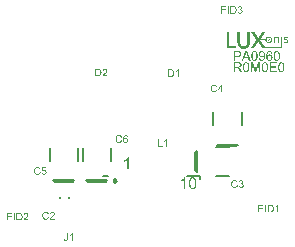
<source format=gto>
G04*
G04 #@! TF.GenerationSoftware,Altium Limited,Altium Designer,23.4.1 (23)*
G04*
G04 Layer_Color=65535*
%FSLAX44Y44*%
%MOMM*%
G71*
G04*
G04 #@! TF.SameCoordinates,EFB48218-AA6A-4B24-80ED-B411BF601C35*
G04*
G04*
G04 #@! TF.FilePolarity,Positive*
G04*
G01*
G75*
%ADD10C,0.2500*%
%ADD11C,0.2000*%
G36*
X113624Y92407D02*
X113769D01*
Y92389D01*
X113842D01*
Y92371D01*
X113896D01*
Y92353D01*
X113933D01*
Y92334D01*
X113969D01*
Y92316D01*
X114005D01*
Y92298D01*
X114023D01*
Y92280D01*
X114059D01*
Y92262D01*
X114078D01*
Y92244D01*
X114096D01*
Y92226D01*
X114114D01*
Y92207D01*
X114132D01*
Y92189D01*
X114150D01*
Y92171D01*
X114168D01*
Y92153D01*
X114186D01*
Y92135D01*
X114205D01*
Y92117D01*
Y92099D01*
X114223D01*
Y92080D01*
X114241D01*
Y92062D01*
Y92044D01*
X114259D01*
Y92026D01*
Y92008D01*
X114277D01*
Y91990D01*
Y91972D01*
X114295D01*
Y91953D01*
Y91935D01*
Y91917D01*
X114313D01*
Y91899D01*
Y91881D01*
Y91863D01*
Y91845D01*
X114332D01*
Y91826D01*
Y91808D01*
Y91790D01*
Y91772D01*
Y91754D01*
Y91736D01*
Y91718D01*
Y91699D01*
Y91681D01*
Y91663D01*
Y91645D01*
Y91627D01*
Y91609D01*
Y91590D01*
Y91572D01*
Y91554D01*
Y91536D01*
Y91518D01*
Y91500D01*
X114313D01*
Y91482D01*
Y91463D01*
Y91445D01*
Y91427D01*
X114295D01*
Y91409D01*
Y91391D01*
Y91373D01*
X114277D01*
Y91355D01*
Y91336D01*
X114259D01*
Y91318D01*
Y91300D01*
X114241D01*
Y91282D01*
Y91264D01*
X114223D01*
Y91246D01*
X114205D01*
Y91228D01*
Y91209D01*
X114186D01*
Y91191D01*
X114168D01*
Y91173D01*
X114150D01*
Y91155D01*
X114132D01*
Y91137D01*
X114114D01*
Y91119D01*
X114096D01*
Y91101D01*
X114078D01*
Y91082D01*
X114059D01*
Y91064D01*
X114023D01*
Y91046D01*
X114005D01*
Y91028D01*
X113969D01*
Y91010D01*
X113933D01*
Y90992D01*
X113896D01*
Y90974D01*
X113842D01*
Y90955D01*
X113769D01*
Y90937D01*
X113642D01*
Y90919D01*
X113515D01*
Y90937D01*
X113388D01*
Y90955D01*
X113315D01*
Y90974D01*
X113279D01*
Y90992D01*
X113225D01*
Y91010D01*
X113189D01*
Y91028D01*
X113170D01*
Y91046D01*
X113134D01*
Y91064D01*
X113116D01*
Y91082D01*
X113080D01*
Y91101D01*
X113062D01*
Y91119D01*
X113043D01*
Y91137D01*
X113025D01*
Y91155D01*
X113007D01*
Y91173D01*
X112989D01*
Y91191D01*
X112971D01*
Y91209D01*
Y91228D01*
X112953D01*
Y91246D01*
X112935D01*
Y91264D01*
Y91282D01*
X112916D01*
Y91300D01*
Y91318D01*
X112898D01*
Y91336D01*
Y91355D01*
X112880D01*
Y91373D01*
Y91391D01*
X112862D01*
Y91409D01*
Y91427D01*
Y91445D01*
X112844D01*
Y91463D01*
Y91482D01*
Y91500D01*
Y91518D01*
Y91536D01*
X112826D01*
Y91554D01*
Y91572D01*
Y91590D01*
Y91609D01*
Y91627D01*
Y91645D01*
Y91663D01*
Y91681D01*
Y91699D01*
Y91718D01*
Y91736D01*
Y91754D01*
Y91772D01*
Y91790D01*
Y91808D01*
X112844D01*
Y91826D01*
Y91845D01*
Y91863D01*
Y91881D01*
Y91899D01*
X112862D01*
Y91917D01*
Y91935D01*
Y91953D01*
X112880D01*
Y91972D01*
Y91990D01*
X112898D01*
Y92008D01*
Y92026D01*
X112916D01*
Y92044D01*
Y92062D01*
X112935D01*
Y92080D01*
Y92099D01*
X112953D01*
Y92117D01*
X112971D01*
Y92135D01*
Y92153D01*
X112989D01*
Y92171D01*
X113007D01*
Y92189D01*
X113025D01*
Y92207D01*
X113043D01*
Y92226D01*
X113062D01*
Y92244D01*
X113080D01*
Y92262D01*
X113116D01*
Y92280D01*
X113134D01*
Y92298D01*
X113170D01*
Y92316D01*
X113189D01*
Y92334D01*
X113225D01*
Y92353D01*
X113279D01*
Y92371D01*
X113334D01*
Y92389D01*
X113388D01*
Y92407D01*
X113533D01*
Y92425D01*
X113624D01*
Y92407D01*
D02*
G37*
G36*
X109578Y89885D02*
X109796D01*
Y89867D01*
X109904D01*
Y89849D01*
X109995D01*
Y89831D01*
X110068D01*
Y89812D01*
X110140D01*
Y89794D01*
X110195D01*
Y89776D01*
X110249D01*
Y89758D01*
X110304D01*
Y89740D01*
X110340D01*
Y89722D01*
X110376D01*
Y89704D01*
X110413D01*
Y89685D01*
X110449D01*
Y89667D01*
X110485D01*
Y89649D01*
X110521D01*
Y89631D01*
X110558D01*
Y89613D01*
X110576D01*
Y89595D01*
X110612D01*
Y89577D01*
X110630D01*
Y89558D01*
X110667D01*
Y89540D01*
X110685D01*
Y89522D01*
X110703D01*
Y89504D01*
X110739D01*
Y89486D01*
X110757D01*
Y89468D01*
X110775D01*
Y89450D01*
X110794D01*
Y89431D01*
X110812D01*
Y89413D01*
X110830D01*
Y89395D01*
X110848D01*
Y89377D01*
X110866D01*
Y89359D01*
X110884D01*
Y89341D01*
X110902D01*
Y89323D01*
X110920D01*
Y89304D01*
X110939D01*
Y89286D01*
X110957D01*
Y89268D01*
X110975D01*
Y89250D01*
X110993D01*
Y89232D01*
Y89214D01*
X111011D01*
Y89195D01*
X111029D01*
Y89177D01*
Y89159D01*
X111047D01*
Y89141D01*
X111066D01*
Y89123D01*
Y89105D01*
X111084D01*
Y89087D01*
X111102D01*
Y89068D01*
Y89050D01*
X111120D01*
Y89032D01*
Y89014D01*
X111138D01*
Y88996D01*
X111156D01*
Y88978D01*
Y88960D01*
X111174D01*
Y88941D01*
Y88923D01*
X111193D01*
Y88905D01*
Y88887D01*
Y88869D01*
X111211D01*
Y88851D01*
Y88833D01*
X111229D01*
Y88814D01*
Y88796D01*
X111247D01*
Y88778D01*
Y88760D01*
Y88742D01*
X111265D01*
Y88724D01*
Y88706D01*
Y88687D01*
X111283D01*
Y88669D01*
Y88651D01*
Y88633D01*
X111301D01*
Y88615D01*
Y88597D01*
Y88579D01*
Y88560D01*
X111320D01*
Y88542D01*
Y88524D01*
Y88506D01*
Y88488D01*
X111338D01*
Y88470D01*
Y88452D01*
Y88433D01*
Y88415D01*
Y88397D01*
X111356D01*
Y88379D01*
Y88361D01*
Y88343D01*
Y88324D01*
X111374D01*
Y88306D01*
Y88288D01*
Y88270D01*
Y88252D01*
Y88234D01*
Y88216D01*
Y88197D01*
Y88179D01*
X111392D01*
Y88161D01*
Y88143D01*
Y88125D01*
Y88107D01*
Y88089D01*
Y88070D01*
Y88052D01*
Y88034D01*
Y88016D01*
Y87998D01*
Y87980D01*
X111410D01*
Y87962D01*
Y87943D01*
Y87925D01*
Y87907D01*
Y87889D01*
Y87871D01*
Y87853D01*
Y87835D01*
Y87816D01*
Y87798D01*
Y87780D01*
Y87762D01*
Y87744D01*
Y87726D01*
Y87708D01*
Y87690D01*
Y87671D01*
Y87653D01*
Y87635D01*
Y87617D01*
Y87599D01*
Y87581D01*
Y87563D01*
Y87544D01*
Y87526D01*
Y87508D01*
Y87490D01*
Y87472D01*
Y87454D01*
Y87436D01*
Y87417D01*
Y87399D01*
Y87381D01*
Y87363D01*
Y87345D01*
Y87327D01*
Y87309D01*
Y87290D01*
Y87272D01*
Y87254D01*
Y87236D01*
Y87218D01*
Y87200D01*
Y87182D01*
Y87163D01*
Y87145D01*
Y87127D01*
Y87109D01*
Y87091D01*
Y87073D01*
Y87054D01*
Y87036D01*
Y87018D01*
Y87000D01*
Y86982D01*
Y86964D01*
Y86946D01*
Y86927D01*
Y86909D01*
Y86891D01*
Y86873D01*
Y86855D01*
Y86837D01*
Y86819D01*
Y86800D01*
Y86782D01*
Y86764D01*
Y86746D01*
Y86728D01*
Y86710D01*
Y86692D01*
Y86673D01*
Y86655D01*
Y86637D01*
Y86619D01*
Y86601D01*
Y86583D01*
Y86565D01*
Y86546D01*
Y86528D01*
Y86510D01*
Y86492D01*
Y86474D01*
Y86456D01*
Y86438D01*
Y86419D01*
Y86401D01*
Y86383D01*
Y86365D01*
Y86347D01*
Y86329D01*
Y86311D01*
Y86292D01*
Y86274D01*
Y86256D01*
Y86238D01*
Y86220D01*
Y86202D01*
Y86184D01*
Y86165D01*
Y86147D01*
Y86129D01*
Y86111D01*
Y86093D01*
Y86075D01*
Y86056D01*
Y86038D01*
Y86020D01*
Y86002D01*
Y85984D01*
Y85966D01*
Y85948D01*
Y85929D01*
Y85911D01*
Y85893D01*
Y85875D01*
Y85857D01*
Y85839D01*
Y85821D01*
Y85802D01*
Y85784D01*
Y85766D01*
Y85748D01*
Y85730D01*
Y85712D01*
Y85694D01*
Y85675D01*
Y85657D01*
Y85639D01*
Y85621D01*
Y85603D01*
Y85585D01*
Y85567D01*
Y85548D01*
Y85530D01*
Y85512D01*
Y85494D01*
Y85476D01*
Y85458D01*
Y85440D01*
Y85421D01*
Y85403D01*
Y85385D01*
Y85367D01*
Y85349D01*
Y85331D01*
Y85313D01*
Y85294D01*
Y85276D01*
Y85258D01*
Y85240D01*
Y85222D01*
Y85204D01*
Y85186D01*
Y85167D01*
Y85149D01*
Y85131D01*
Y85113D01*
Y85095D01*
Y85077D01*
Y85059D01*
Y85040D01*
Y85022D01*
Y85004D01*
Y84986D01*
Y84968D01*
Y84950D01*
Y84932D01*
Y84913D01*
Y84895D01*
Y84877D01*
Y84859D01*
Y84841D01*
Y84823D01*
Y84804D01*
Y84786D01*
Y84768D01*
Y84750D01*
Y84732D01*
Y84714D01*
Y84696D01*
Y84677D01*
Y84659D01*
Y84641D01*
Y84623D01*
Y84605D01*
Y84587D01*
Y84569D01*
Y84551D01*
Y84532D01*
X110540D01*
Y84551D01*
Y84569D01*
Y84587D01*
Y84605D01*
Y84623D01*
Y84641D01*
Y84659D01*
Y84677D01*
Y84696D01*
Y84714D01*
Y84732D01*
Y84750D01*
Y84768D01*
Y84786D01*
Y84804D01*
Y84823D01*
Y84841D01*
Y84859D01*
Y84877D01*
Y84895D01*
Y84913D01*
Y84932D01*
Y84950D01*
Y84968D01*
Y84986D01*
Y85004D01*
Y85022D01*
Y85040D01*
Y85059D01*
Y85077D01*
Y85095D01*
Y85113D01*
Y85131D01*
Y85149D01*
Y85167D01*
Y85186D01*
Y85204D01*
Y85222D01*
Y85240D01*
Y85258D01*
Y85276D01*
Y85294D01*
Y85313D01*
Y85331D01*
Y85349D01*
Y85367D01*
Y85385D01*
Y85403D01*
Y85421D01*
Y85440D01*
Y85458D01*
Y85476D01*
Y85494D01*
Y85512D01*
Y85530D01*
Y85548D01*
Y85567D01*
Y85585D01*
Y85603D01*
Y85621D01*
Y85639D01*
Y85657D01*
Y85675D01*
Y85694D01*
Y85712D01*
Y85730D01*
Y85748D01*
Y85766D01*
Y85784D01*
Y85802D01*
Y85821D01*
Y85839D01*
Y85857D01*
Y85875D01*
Y85893D01*
Y85911D01*
Y85929D01*
Y85948D01*
Y85966D01*
Y85984D01*
Y86002D01*
Y86020D01*
Y86038D01*
Y86056D01*
Y86075D01*
Y86093D01*
Y86111D01*
Y86129D01*
Y86147D01*
Y86165D01*
Y86184D01*
Y86202D01*
Y86220D01*
Y86238D01*
Y86256D01*
Y86274D01*
Y86292D01*
Y86311D01*
Y86329D01*
Y86347D01*
Y86365D01*
Y86383D01*
Y86401D01*
Y86419D01*
Y86438D01*
Y86456D01*
Y86474D01*
Y86492D01*
Y86510D01*
Y86528D01*
Y86546D01*
Y86565D01*
Y86583D01*
Y86601D01*
Y86619D01*
Y86637D01*
Y86655D01*
Y86673D01*
Y86692D01*
Y86710D01*
Y86728D01*
Y86746D01*
Y86764D01*
Y86782D01*
Y86800D01*
Y86819D01*
Y86837D01*
Y86855D01*
Y86873D01*
Y86891D01*
Y86909D01*
Y86927D01*
Y86946D01*
Y86964D01*
Y86982D01*
Y87000D01*
Y87018D01*
Y87036D01*
Y87054D01*
Y87073D01*
Y87091D01*
Y87109D01*
Y87127D01*
Y87145D01*
Y87163D01*
Y87182D01*
Y87200D01*
Y87218D01*
Y87236D01*
Y87254D01*
Y87272D01*
Y87290D01*
Y87309D01*
Y87327D01*
Y87345D01*
Y87363D01*
Y87381D01*
Y87399D01*
Y87417D01*
Y87436D01*
Y87454D01*
Y87472D01*
Y87490D01*
Y87508D01*
Y87526D01*
Y87544D01*
Y87563D01*
Y87581D01*
Y87599D01*
Y87617D01*
Y87635D01*
Y87653D01*
Y87671D01*
Y87690D01*
Y87708D01*
Y87726D01*
Y87744D01*
Y87762D01*
Y87780D01*
Y87798D01*
Y87816D01*
Y87835D01*
Y87853D01*
Y87871D01*
Y87889D01*
Y87907D01*
Y87925D01*
Y87943D01*
X110521D01*
Y87962D01*
Y87980D01*
Y87998D01*
Y88016D01*
Y88034D01*
Y88052D01*
Y88070D01*
X110503D01*
Y88089D01*
Y88107D01*
Y88125D01*
Y88143D01*
Y88161D01*
Y88179D01*
X110485D01*
Y88197D01*
Y88216D01*
Y88234D01*
Y88252D01*
X110467D01*
Y88270D01*
Y88288D01*
Y88306D01*
X110449D01*
Y88324D01*
Y88343D01*
Y88361D01*
X110431D01*
Y88379D01*
Y88397D01*
Y88415D01*
X110413D01*
Y88433D01*
Y88452D01*
X110394D01*
Y88470D01*
Y88488D01*
X110376D01*
Y88506D01*
Y88524D01*
Y88542D01*
X110358D01*
Y88560D01*
Y88579D01*
X110340D01*
Y88597D01*
X110322D01*
Y88615D01*
Y88633D01*
X110304D01*
Y88651D01*
X110286D01*
Y88669D01*
Y88687D01*
X110267D01*
Y88706D01*
X110249D01*
Y88724D01*
Y88742D01*
X110231D01*
Y88760D01*
X110213D01*
Y88778D01*
X110195D01*
Y88796D01*
X110177D01*
Y88814D01*
X110159D01*
Y88833D01*
X110140D01*
Y88851D01*
X110122D01*
Y88869D01*
X110086D01*
Y88887D01*
X110068D01*
Y88905D01*
X110050D01*
Y88923D01*
X110013D01*
Y88941D01*
X109977D01*
Y88960D01*
X109959D01*
Y88978D01*
X109923D01*
Y88996D01*
X109868D01*
Y89014D01*
X109832D01*
Y89032D01*
X109777D01*
Y89050D01*
X109705D01*
Y89068D01*
X109614D01*
Y89087D01*
X109451D01*
Y89105D01*
X109215D01*
Y89087D01*
X109033D01*
Y89068D01*
X108943D01*
Y89050D01*
X108852D01*
Y89032D01*
X108798D01*
Y89014D01*
X108743D01*
Y88996D01*
X108689D01*
Y88978D01*
X108652D01*
Y88960D01*
X108598D01*
Y88941D01*
X108562D01*
Y88923D01*
X108525D01*
Y88905D01*
X108507D01*
Y88887D01*
X108471D01*
Y88869D01*
X108453D01*
Y88851D01*
X108417D01*
Y88833D01*
X108398D01*
Y88814D01*
X108362D01*
Y88796D01*
X108344D01*
Y88778D01*
X108326D01*
Y88760D01*
X108308D01*
Y88742D01*
X108271D01*
Y88724D01*
X108253D01*
Y88706D01*
X108235D01*
Y88687D01*
X108217D01*
Y88669D01*
Y88651D01*
X108199D01*
Y88633D01*
X108181D01*
Y88615D01*
X108163D01*
Y88597D01*
X108144D01*
Y88579D01*
X108126D01*
Y88560D01*
X108108D01*
Y88542D01*
Y88524D01*
X108090D01*
Y88506D01*
X108072D01*
Y88488D01*
Y88470D01*
X108054D01*
Y88452D01*
X108036D01*
Y88433D01*
Y88415D01*
X108017D01*
Y88397D01*
Y88379D01*
X107999D01*
Y88361D01*
X107981D01*
Y88343D01*
Y88324D01*
X107963D01*
Y88306D01*
Y88288D01*
X107945D01*
Y88270D01*
Y88252D01*
X107927D01*
Y88234D01*
Y88216D01*
Y88197D01*
X107908D01*
Y88179D01*
Y88161D01*
X107890D01*
Y88143D01*
Y88125D01*
Y88107D01*
X107872D01*
Y88089D01*
Y88070D01*
Y88052D01*
X107854D01*
Y88034D01*
Y88016D01*
X107836D01*
Y87998D01*
Y87980D01*
Y87962D01*
Y87943D01*
X107818D01*
Y87925D01*
Y87907D01*
Y87889D01*
Y87871D01*
X107800D01*
Y87853D01*
Y87835D01*
Y87816D01*
Y87798D01*
X107781D01*
Y87780D01*
Y87762D01*
Y87744D01*
Y87726D01*
Y87708D01*
X107763D01*
Y87690D01*
Y87671D01*
Y87653D01*
Y87635D01*
Y87617D01*
Y87599D01*
X107745D01*
Y87581D01*
Y87563D01*
Y87544D01*
Y87526D01*
Y87508D01*
Y87490D01*
Y87472D01*
Y87454D01*
Y87436D01*
X107727D01*
Y87417D01*
Y87399D01*
Y87381D01*
Y87363D01*
Y87345D01*
Y87327D01*
Y87309D01*
Y87290D01*
Y87272D01*
Y87254D01*
Y87236D01*
Y87218D01*
Y87200D01*
Y87182D01*
Y87163D01*
Y87145D01*
Y87127D01*
Y87109D01*
Y87091D01*
Y87073D01*
Y87054D01*
Y87036D01*
Y87018D01*
Y87000D01*
Y86982D01*
Y86964D01*
Y86946D01*
Y86927D01*
Y86909D01*
Y86891D01*
Y86873D01*
Y86855D01*
Y86837D01*
Y86819D01*
Y86800D01*
Y86782D01*
Y86764D01*
Y86746D01*
Y86728D01*
Y86710D01*
Y86692D01*
Y86673D01*
Y86655D01*
Y86637D01*
Y86619D01*
Y86601D01*
Y86583D01*
Y86565D01*
Y86546D01*
Y86528D01*
Y86510D01*
Y86492D01*
Y86474D01*
Y86456D01*
Y86438D01*
Y86419D01*
Y86401D01*
Y86383D01*
Y86365D01*
Y86347D01*
Y86329D01*
Y86311D01*
Y86292D01*
Y86274D01*
Y86256D01*
Y86238D01*
Y86220D01*
Y86202D01*
Y86184D01*
Y86165D01*
Y86147D01*
Y86129D01*
Y86111D01*
Y86093D01*
Y86075D01*
Y86056D01*
Y86038D01*
Y86020D01*
Y86002D01*
Y85984D01*
Y85966D01*
Y85948D01*
Y85929D01*
Y85911D01*
Y85893D01*
Y85875D01*
Y85857D01*
Y85839D01*
Y85821D01*
Y85802D01*
Y85784D01*
Y85766D01*
Y85748D01*
Y85730D01*
Y85712D01*
Y85694D01*
Y85675D01*
Y85657D01*
Y85639D01*
Y85621D01*
Y85603D01*
Y85585D01*
Y85567D01*
Y85548D01*
Y85530D01*
Y85512D01*
Y85494D01*
Y85476D01*
Y85458D01*
Y85440D01*
Y85421D01*
Y85403D01*
Y85385D01*
Y85367D01*
Y85349D01*
Y85331D01*
Y85313D01*
Y85294D01*
Y85276D01*
Y85258D01*
Y85240D01*
Y85222D01*
Y85204D01*
Y85186D01*
Y85167D01*
Y85149D01*
Y85131D01*
Y85113D01*
Y85095D01*
Y85077D01*
Y85059D01*
Y85040D01*
Y85022D01*
Y85004D01*
Y84986D01*
Y84968D01*
Y84950D01*
Y84932D01*
Y84913D01*
Y84895D01*
Y84877D01*
Y84859D01*
Y84841D01*
Y84823D01*
Y84804D01*
Y84786D01*
Y84768D01*
Y84750D01*
Y84732D01*
Y84714D01*
Y84696D01*
Y84677D01*
Y84659D01*
Y84641D01*
Y84623D01*
Y84605D01*
Y84587D01*
Y84569D01*
Y84551D01*
Y84532D01*
X106856D01*
Y84551D01*
Y84569D01*
Y84587D01*
Y84605D01*
Y84623D01*
Y84641D01*
Y84659D01*
Y84677D01*
Y84696D01*
Y84714D01*
Y84732D01*
Y84750D01*
Y84768D01*
Y84786D01*
Y84804D01*
Y84823D01*
Y84841D01*
Y84859D01*
Y84877D01*
Y84895D01*
Y84913D01*
Y84932D01*
Y84950D01*
Y84968D01*
Y84986D01*
Y85004D01*
Y85022D01*
Y85040D01*
Y85059D01*
Y85077D01*
Y85095D01*
Y85113D01*
Y85131D01*
Y85149D01*
Y85167D01*
Y85186D01*
Y85204D01*
Y85222D01*
Y85240D01*
Y85258D01*
Y85276D01*
Y85294D01*
Y85313D01*
Y85331D01*
Y85349D01*
Y85367D01*
Y85385D01*
Y85403D01*
Y85421D01*
Y85440D01*
Y85458D01*
Y85476D01*
Y85494D01*
Y85512D01*
Y85530D01*
Y85548D01*
Y85567D01*
Y85585D01*
Y85603D01*
Y85621D01*
Y85639D01*
Y85657D01*
Y85675D01*
Y85694D01*
Y85712D01*
Y85730D01*
Y85748D01*
Y85766D01*
Y85784D01*
Y85802D01*
Y85821D01*
Y85839D01*
Y85857D01*
Y85875D01*
Y85893D01*
Y85911D01*
Y85929D01*
Y85948D01*
Y85966D01*
Y85984D01*
Y86002D01*
Y86020D01*
Y86038D01*
Y86056D01*
Y86075D01*
Y86093D01*
Y86111D01*
Y86129D01*
Y86147D01*
Y86165D01*
Y86184D01*
Y86202D01*
Y86220D01*
Y86238D01*
Y86256D01*
Y86274D01*
Y86292D01*
Y86311D01*
Y86329D01*
Y86347D01*
Y86365D01*
Y86383D01*
Y86401D01*
Y86419D01*
Y86438D01*
Y86456D01*
Y86474D01*
Y86492D01*
Y86510D01*
Y86528D01*
Y86546D01*
Y86565D01*
Y86583D01*
Y86601D01*
Y86619D01*
Y86637D01*
Y86655D01*
Y86673D01*
Y86692D01*
Y86710D01*
Y86728D01*
Y86746D01*
Y86764D01*
Y86782D01*
Y86800D01*
Y86819D01*
Y86837D01*
Y86855D01*
Y86873D01*
Y86891D01*
Y86909D01*
Y86927D01*
Y86946D01*
Y86964D01*
Y86982D01*
Y87000D01*
Y87018D01*
Y87036D01*
Y87054D01*
Y87073D01*
Y87091D01*
Y87109D01*
Y87127D01*
Y87145D01*
Y87163D01*
Y87182D01*
Y87200D01*
Y87218D01*
Y87236D01*
Y87254D01*
Y87272D01*
Y87290D01*
Y87309D01*
Y87327D01*
Y87345D01*
Y87363D01*
Y87381D01*
Y87399D01*
Y87417D01*
Y87436D01*
Y87454D01*
Y87472D01*
Y87490D01*
Y87508D01*
Y87526D01*
Y87544D01*
Y87563D01*
Y87581D01*
Y87599D01*
Y87617D01*
Y87635D01*
Y87653D01*
Y87671D01*
Y87690D01*
Y87708D01*
Y87726D01*
Y87744D01*
Y87762D01*
Y87780D01*
Y87798D01*
Y87816D01*
Y87835D01*
Y87853D01*
Y87871D01*
Y87889D01*
Y87907D01*
Y87925D01*
Y87943D01*
Y87962D01*
Y87980D01*
Y87998D01*
Y88016D01*
Y88034D01*
Y88052D01*
Y88070D01*
Y88089D01*
Y88107D01*
Y88125D01*
Y88143D01*
Y88161D01*
Y88179D01*
Y88197D01*
Y88216D01*
Y88234D01*
Y88252D01*
Y88270D01*
Y88288D01*
Y88306D01*
Y88324D01*
Y88343D01*
Y88361D01*
Y88379D01*
Y88397D01*
Y88415D01*
Y88433D01*
Y88452D01*
Y88470D01*
Y88488D01*
Y88506D01*
Y88524D01*
Y88542D01*
Y88560D01*
Y88579D01*
Y88597D01*
Y88615D01*
Y88633D01*
Y88651D01*
Y88669D01*
Y88687D01*
Y88706D01*
Y88724D01*
Y88742D01*
Y88760D01*
Y88778D01*
Y88796D01*
Y88814D01*
Y88833D01*
Y88851D01*
Y88869D01*
Y88887D01*
X106838D01*
Y88905D01*
Y88923D01*
Y88941D01*
Y88960D01*
Y88978D01*
Y88996D01*
Y89014D01*
Y89032D01*
Y89050D01*
Y89068D01*
Y89087D01*
Y89105D01*
Y89123D01*
Y89141D01*
Y89159D01*
Y89177D01*
Y89195D01*
Y89214D01*
Y89232D01*
Y89250D01*
X106820D01*
Y89268D01*
Y89286D01*
Y89304D01*
Y89323D01*
Y89341D01*
Y89359D01*
Y89377D01*
Y89395D01*
Y89413D01*
Y89431D01*
Y89450D01*
Y89468D01*
Y89486D01*
Y89504D01*
Y89522D01*
Y89540D01*
Y89558D01*
Y89577D01*
Y89595D01*
Y89613D01*
Y89631D01*
X106802D01*
Y89649D01*
Y89667D01*
Y89685D01*
Y89704D01*
Y89722D01*
Y89740D01*
Y89758D01*
X107636D01*
Y89740D01*
Y89722D01*
Y89704D01*
Y89685D01*
Y89667D01*
Y89649D01*
Y89631D01*
Y89613D01*
Y89595D01*
Y89577D01*
Y89558D01*
Y89540D01*
Y89522D01*
Y89504D01*
Y89486D01*
Y89468D01*
Y89450D01*
Y89431D01*
Y89413D01*
Y89395D01*
Y89377D01*
Y89359D01*
Y89341D01*
Y89323D01*
Y89304D01*
Y89286D01*
Y89268D01*
Y89250D01*
X107654D01*
Y89232D01*
Y89214D01*
Y89195D01*
Y89177D01*
Y89159D01*
Y89141D01*
Y89123D01*
Y89105D01*
Y89087D01*
Y89068D01*
Y89050D01*
Y89032D01*
Y89014D01*
Y88996D01*
Y88978D01*
Y88960D01*
Y88941D01*
Y88923D01*
Y88905D01*
X107691D01*
Y88923D01*
Y88941D01*
X107709D01*
Y88960D01*
Y88978D01*
X107727D01*
Y88996D01*
Y89014D01*
X107745D01*
Y89032D01*
X107763D01*
Y89050D01*
Y89068D01*
X107781D01*
Y89087D01*
X107800D01*
Y89105D01*
Y89123D01*
X107818D01*
Y89141D01*
X107836D01*
Y89159D01*
Y89177D01*
X107854D01*
Y89195D01*
X107872D01*
Y89214D01*
X107890D01*
Y89232D01*
X107908D01*
Y89250D01*
X107927D01*
Y89268D01*
Y89286D01*
X107945D01*
Y89304D01*
X107963D01*
Y89323D01*
X107981D01*
Y89341D01*
X107999D01*
Y89359D01*
X108017D01*
Y89377D01*
X108036D01*
Y89395D01*
X108072D01*
Y89413D01*
X108090D01*
Y89431D01*
X108108D01*
Y89450D01*
X108126D01*
Y89468D01*
X108144D01*
Y89486D01*
X108181D01*
Y89504D01*
X108199D01*
Y89522D01*
X108235D01*
Y89540D01*
X108253D01*
Y89558D01*
X108271D01*
Y89577D01*
X108308D01*
Y89595D01*
X108344D01*
Y89613D01*
X108362D01*
Y89631D01*
X108398D01*
Y89649D01*
X108435D01*
Y89667D01*
X108471D01*
Y89685D01*
X108507D01*
Y89704D01*
X108544D01*
Y89722D01*
X108580D01*
Y89740D01*
X108634D01*
Y89758D01*
X108671D01*
Y89776D01*
X108725D01*
Y89794D01*
X108779D01*
Y89812D01*
X108852D01*
Y89831D01*
X108906D01*
Y89849D01*
X108997D01*
Y89867D01*
X109106D01*
Y89885D01*
X109288D01*
Y89903D01*
X109578D01*
Y89885D01*
D02*
G37*
G36*
X99925Y93641D02*
X99907D01*
Y93623D01*
X99889D01*
Y93604D01*
Y93586D01*
X99871D01*
Y93568D01*
X99853D01*
Y93550D01*
Y93532D01*
X99834D01*
Y93514D01*
X99816D01*
Y93496D01*
X99798D01*
Y93477D01*
Y93459D01*
X99780D01*
Y93441D01*
X99762D01*
Y93423D01*
Y93405D01*
X99744D01*
Y93387D01*
X99726D01*
Y93369D01*
X99707D01*
Y93350D01*
Y93332D01*
X99689D01*
Y93314D01*
X99671D01*
Y93296D01*
Y93278D01*
X99653D01*
Y93260D01*
X99635D01*
Y93242D01*
X99617D01*
Y93223D01*
Y93205D01*
X99599D01*
Y93187D01*
X99580D01*
Y93169D01*
Y93151D01*
X99562D01*
Y93133D01*
X99544D01*
Y93115D01*
X99526D01*
Y93097D01*
Y93078D01*
X99508D01*
Y93060D01*
X99490D01*
Y93042D01*
Y93024D01*
X99471D01*
Y93006D01*
X99453D01*
Y92988D01*
Y92970D01*
X99435D01*
Y92951D01*
X99417D01*
Y92933D01*
X99399D01*
Y92915D01*
Y92897D01*
X99381D01*
Y92879D01*
X99363D01*
Y92861D01*
Y92843D01*
X99344D01*
Y92824D01*
X99326D01*
Y92806D01*
X99308D01*
Y92788D01*
Y92770D01*
X99290D01*
Y92752D01*
X99272D01*
Y92734D01*
Y92716D01*
X99254D01*
Y92697D01*
X99236D01*
Y92679D01*
X99217D01*
Y92661D01*
Y92643D01*
X99199D01*
Y92625D01*
X99181D01*
Y92607D01*
Y92589D01*
X99163D01*
Y92570D01*
X99145D01*
Y92552D01*
X99127D01*
Y92534D01*
Y92516D01*
X99108D01*
Y92498D01*
X99090D01*
Y92480D01*
Y92461D01*
X99072D01*
Y92443D01*
X99054D01*
Y92425D01*
Y92407D01*
X99036D01*
Y92389D01*
X99018D01*
Y92371D01*
X99000D01*
Y92353D01*
Y92334D01*
X98982D01*
Y92316D01*
X98963D01*
Y92298D01*
Y92280D01*
X98945D01*
Y92262D01*
X98927D01*
Y92244D01*
X98909D01*
Y92226D01*
Y92207D01*
X98891D01*
Y92189D01*
X98873D01*
Y92171D01*
Y92153D01*
X98855D01*
Y92135D01*
X98836D01*
Y92117D01*
X98818D01*
Y92099D01*
Y92080D01*
X98800D01*
Y92062D01*
X98782D01*
Y92044D01*
Y92026D01*
X98764D01*
Y92008D01*
X98746D01*
Y91990D01*
X98728D01*
Y91972D01*
Y91953D01*
X98709D01*
Y91935D01*
X98691D01*
Y91917D01*
Y91899D01*
X98673D01*
Y91881D01*
X98655D01*
Y91863D01*
X98637D01*
Y91845D01*
Y91826D01*
X98619D01*
Y91808D01*
X98601D01*
Y91790D01*
Y91772D01*
X98582D01*
Y91754D01*
X98564D01*
Y91736D01*
Y91718D01*
X98546D01*
Y91699D01*
X98528D01*
Y91681D01*
X98510D01*
Y91663D01*
Y91645D01*
X98492D01*
Y91627D01*
X98474D01*
Y91609D01*
Y91590D01*
X98455D01*
Y91572D01*
X98437D01*
Y91554D01*
X98419D01*
Y91536D01*
Y91518D01*
X98401D01*
Y91500D01*
X98383D01*
Y91482D01*
Y91463D01*
X98365D01*
Y91445D01*
X98347D01*
Y91427D01*
X98328D01*
Y91409D01*
Y91391D01*
X98310D01*
Y91373D01*
X98292D01*
Y91355D01*
Y91336D01*
X98274D01*
Y91318D01*
X98256D01*
Y91300D01*
X98238D01*
Y91282D01*
Y91264D01*
X98219D01*
Y91246D01*
X98201D01*
Y91228D01*
Y91209D01*
X98183D01*
Y91191D01*
X98165D01*
Y91173D01*
X98147D01*
Y91155D01*
Y91137D01*
X98129D01*
Y91119D01*
X98111D01*
Y91101D01*
Y91082D01*
X98092D01*
Y91064D01*
X98074D01*
Y91046D01*
Y91028D01*
X98056D01*
Y91010D01*
X98038D01*
Y90992D01*
X98020D01*
Y90974D01*
Y90955D01*
X98002D01*
Y90937D01*
X97984D01*
Y90919D01*
Y90901D01*
X97965D01*
Y90883D01*
X97947D01*
Y90865D01*
X97929D01*
Y90847D01*
Y90828D01*
X97911D01*
Y90810D01*
X97893D01*
Y90792D01*
Y90774D01*
X97875D01*
Y90756D01*
X97857D01*
Y90738D01*
X97838D01*
Y90720D01*
Y90701D01*
X97820D01*
Y90683D01*
X97802D01*
Y90665D01*
Y90647D01*
X97784D01*
Y90629D01*
X97766D01*
Y90611D01*
X97748D01*
Y90593D01*
Y90574D01*
X97730D01*
Y90556D01*
X97711D01*
Y90538D01*
Y90520D01*
X97693D01*
Y90502D01*
X97675D01*
Y90484D01*
X97657D01*
Y90466D01*
Y90447D01*
X97639D01*
Y90429D01*
X97621D01*
Y90411D01*
Y90393D01*
X97603D01*
Y90375D01*
X97584D01*
Y90357D01*
Y90339D01*
X97566D01*
Y90320D01*
X97548D01*
Y90302D01*
X97530D01*
Y90284D01*
Y90266D01*
X97512D01*
Y90248D01*
X97494D01*
Y90230D01*
Y90212D01*
X97476D01*
Y90193D01*
X97457D01*
Y90175D01*
X97439D01*
Y90157D01*
Y90139D01*
X97421D01*
Y90121D01*
X97403D01*
Y90103D01*
Y90084D01*
X97385D01*
Y90066D01*
X97367D01*
Y90048D01*
X97348D01*
Y90030D01*
Y90012D01*
X97330D01*
Y89994D01*
X97312D01*
Y89976D01*
Y89958D01*
X97294D01*
Y89939D01*
X97276D01*
Y89921D01*
X97258D01*
Y89903D01*
Y89885D01*
X97240D01*
Y89867D01*
X97221D01*
Y89849D01*
Y89831D01*
X97203D01*
Y89812D01*
X97185D01*
Y89794D01*
Y89776D01*
X97167D01*
Y89758D01*
X97149D01*
Y89740D01*
X97131D01*
Y89722D01*
Y89704D01*
X97113D01*
Y89685D01*
X97094D01*
Y89667D01*
Y89649D01*
X97076D01*
Y89631D01*
X97058D01*
Y89613D01*
X97040D01*
Y89595D01*
Y89577D01*
X97022D01*
Y89558D01*
X97004D01*
Y89540D01*
Y89522D01*
X96986D01*
Y89504D01*
X96967D01*
Y89486D01*
X96949D01*
Y89468D01*
Y89450D01*
X96931D01*
Y89431D01*
X96913D01*
Y89413D01*
Y89395D01*
X96895D01*
Y89377D01*
X96877D01*
Y89359D01*
X96859D01*
Y89341D01*
Y89323D01*
X96840D01*
Y89304D01*
X96822D01*
Y89286D01*
Y89268D01*
X96804D01*
Y89250D01*
X96786D01*
Y89232D01*
X96768D01*
Y89214D01*
Y89195D01*
X96750D01*
Y89177D01*
X96732D01*
Y89159D01*
Y89141D01*
X96713D01*
Y89123D01*
X96695D01*
Y89105D01*
Y89087D01*
X96677D01*
Y89068D01*
X96659D01*
Y89050D01*
X96641D01*
Y89032D01*
Y89014D01*
X96623D01*
Y88996D01*
X96605D01*
Y88978D01*
Y88960D01*
X96587D01*
Y88941D01*
X96568D01*
Y88923D01*
X96550D01*
Y88905D01*
Y88887D01*
X96532D01*
Y88869D01*
X96514D01*
Y88851D01*
Y88833D01*
X96496D01*
Y88814D01*
X96478D01*
Y88796D01*
X96460D01*
Y88778D01*
Y88760D01*
X96441D01*
Y88742D01*
X96423D01*
Y88724D01*
Y88706D01*
X96405D01*
Y88687D01*
X96387D01*
Y88669D01*
X96369D01*
Y88651D01*
Y88633D01*
X96351D01*
Y88615D01*
X96333D01*
Y88597D01*
Y88579D01*
X96314D01*
Y88560D01*
X96296D01*
Y88542D01*
X96278D01*
Y88524D01*
Y88506D01*
X96260D01*
Y88488D01*
X96242D01*
Y88470D01*
Y88452D01*
X96224D01*
Y88433D01*
X96206D01*
Y88415D01*
Y88397D01*
X96187D01*
Y88379D01*
X96169D01*
Y88361D01*
X96151D01*
Y88343D01*
Y88324D01*
X96133D01*
Y88306D01*
X96115D01*
Y88288D01*
Y88270D01*
X96097D01*
Y88252D01*
X96078D01*
Y88234D01*
X96060D01*
Y88216D01*
Y88197D01*
X96042D01*
Y88179D01*
X96024D01*
Y88161D01*
Y88143D01*
X96006D01*
Y88125D01*
X95988D01*
Y88107D01*
X95970D01*
Y88089D01*
Y88070D01*
X95951D01*
Y88052D01*
X95933D01*
Y88034D01*
Y88016D01*
X95915D01*
Y87998D01*
X95897D01*
Y87980D01*
X95879D01*
Y87962D01*
Y87943D01*
X95861D01*
Y87925D01*
X95843D01*
Y87907D01*
Y87889D01*
X95824D01*
Y87871D01*
X95806D01*
Y87853D01*
Y87835D01*
X95788D01*
Y87816D01*
X95770D01*
Y87798D01*
X95752D01*
Y87780D01*
Y87762D01*
X95734D01*
Y87744D01*
X95716D01*
Y87726D01*
Y87708D01*
X95697D01*
Y87690D01*
X95679D01*
Y87671D01*
X95661D01*
Y87653D01*
Y87635D01*
X95643D01*
Y87617D01*
X95625D01*
Y87599D01*
Y87581D01*
X99943D01*
Y87599D01*
Y87617D01*
Y87635D01*
Y87653D01*
X99961D01*
Y87671D01*
Y87690D01*
Y87708D01*
Y87726D01*
Y87744D01*
X99979D01*
Y87762D01*
Y87780D01*
Y87798D01*
Y87816D01*
Y87835D01*
X99998D01*
Y87853D01*
Y87871D01*
Y87889D01*
Y87907D01*
X100016D01*
Y87925D01*
Y87943D01*
Y87962D01*
Y87980D01*
X100034D01*
Y87998D01*
Y88016D01*
Y88034D01*
Y88052D01*
X100052D01*
Y88070D01*
Y88089D01*
Y88107D01*
X100070D01*
Y88125D01*
Y88143D01*
Y88161D01*
X100088D01*
Y88179D01*
Y88197D01*
X100106D01*
Y88216D01*
Y88234D01*
Y88252D01*
X100125D01*
Y88270D01*
Y88288D01*
X100143D01*
Y88306D01*
Y88324D01*
X100161D01*
Y88343D01*
Y88361D01*
Y88379D01*
X100179D01*
Y88397D01*
Y88415D01*
X100197D01*
Y88433D01*
Y88452D01*
X100215D01*
Y88470D01*
Y88488D01*
X100233D01*
Y88506D01*
X100252D01*
Y88524D01*
Y88542D01*
X100270D01*
Y88560D01*
Y88579D01*
X100288D01*
Y88597D01*
Y88615D01*
X100306D01*
Y88633D01*
Y88651D01*
X100324D01*
Y88669D01*
X100342D01*
Y88687D01*
Y88706D01*
X100360D01*
Y88724D01*
X100379D01*
Y88742D01*
Y88760D01*
X100397D01*
Y88778D01*
X100415D01*
Y88796D01*
Y88814D01*
X100433D01*
Y88833D01*
X100451D01*
Y88851D01*
X100469D01*
Y88869D01*
Y88887D01*
X100487D01*
Y88905D01*
X100506D01*
Y88923D01*
X100524D01*
Y88941D01*
X100542D01*
Y88960D01*
X100560D01*
Y88978D01*
Y88996D01*
X100578D01*
Y89014D01*
X100596D01*
Y89032D01*
X100615D01*
Y89050D01*
X100633D01*
Y89068D01*
X100651D01*
Y89087D01*
X100669D01*
Y89105D01*
X100687D01*
Y89123D01*
X100705D01*
Y89141D01*
X100723D01*
Y89159D01*
X100742D01*
Y89177D01*
X100760D01*
Y89195D01*
X100778D01*
Y89214D01*
X100796D01*
Y89232D01*
X100814D01*
Y89250D01*
X100850D01*
Y89268D01*
X100869D01*
Y89286D01*
X100887D01*
Y89304D01*
X100905D01*
Y89323D01*
X100941D01*
Y89341D01*
X100959D01*
Y89359D01*
X100977D01*
Y89377D01*
X100996D01*
Y89395D01*
X101032D01*
Y89413D01*
X101068D01*
Y89431D01*
X101086D01*
Y89450D01*
X101123D01*
Y89468D01*
X101141D01*
Y89486D01*
X101177D01*
Y89504D01*
X101195D01*
Y89522D01*
X101231D01*
Y89540D01*
X101268D01*
Y89558D01*
X101304D01*
Y89577D01*
X101340D01*
Y89595D01*
X101377D01*
Y89613D01*
X101413D01*
Y89631D01*
X101449D01*
Y89649D01*
X101486D01*
Y89667D01*
X101540D01*
Y89685D01*
X101576D01*
Y89704D01*
X101631D01*
Y89722D01*
X101685D01*
Y89740D01*
X101740D01*
Y89758D01*
X101794D01*
Y89776D01*
X101848D01*
Y89794D01*
X101921D01*
Y89812D01*
X101994D01*
Y89831D01*
X102084D01*
Y89849D01*
X102193D01*
Y89867D01*
X102320D01*
Y89885D01*
X102538D01*
Y89903D01*
X102883D01*
Y89885D01*
X103082D01*
Y89867D01*
X103209D01*
Y89849D01*
X103318D01*
Y89831D01*
X103427D01*
Y89812D01*
X103481D01*
Y89794D01*
X103554D01*
Y89776D01*
X103626D01*
Y89758D01*
X103681D01*
Y89740D01*
X103735D01*
Y89722D01*
X103772D01*
Y89704D01*
X103826D01*
Y89685D01*
X103881D01*
Y89667D01*
X103917D01*
Y89649D01*
X103953D01*
Y89631D01*
X103989D01*
Y89613D01*
X104026D01*
Y89595D01*
X104062D01*
Y89577D01*
X104098D01*
Y89558D01*
X104135D01*
Y89540D01*
X104171D01*
Y89522D01*
X104207D01*
Y89504D01*
X104225D01*
Y89486D01*
X104262D01*
Y89468D01*
X104298D01*
Y89450D01*
X104316D01*
Y89431D01*
X104352D01*
Y89413D01*
X104370D01*
Y89395D01*
X104407D01*
Y89377D01*
X104425D01*
Y89359D01*
X104443D01*
Y89341D01*
X104479D01*
Y89323D01*
X104497D01*
Y89304D01*
X104516D01*
Y89286D01*
X104534D01*
Y89268D01*
X104570D01*
Y89250D01*
X104588D01*
Y89232D01*
X104606D01*
Y89214D01*
X104624D01*
Y89195D01*
X104643D01*
Y89177D01*
X104661D01*
Y89159D01*
X104679D01*
Y89141D01*
X104697D01*
Y89123D01*
X104715D01*
Y89105D01*
X104733D01*
Y89087D01*
X104751D01*
Y89068D01*
X104770D01*
Y89050D01*
X104788D01*
Y89032D01*
X104806D01*
Y89014D01*
X104824D01*
Y88996D01*
X104842D01*
Y88978D01*
X104860D01*
Y88960D01*
Y88941D01*
X104878D01*
Y88923D01*
X104897D01*
Y88905D01*
X104915D01*
Y88887D01*
X104933D01*
Y88869D01*
X104951D01*
Y88851D01*
Y88833D01*
X104969D01*
Y88814D01*
X104987D01*
Y88796D01*
Y88778D01*
X105006D01*
Y88760D01*
X105024D01*
Y88742D01*
Y88724D01*
X105042D01*
Y88706D01*
X105060D01*
Y88687D01*
Y88669D01*
X105078D01*
Y88651D01*
X105096D01*
Y88633D01*
Y88615D01*
X105114D01*
Y88597D01*
X105133D01*
Y88579D01*
Y88560D01*
X105151D01*
Y88542D01*
Y88524D01*
X105169D01*
Y88506D01*
Y88488D01*
X105187D01*
Y88470D01*
Y88452D01*
X105205D01*
Y88433D01*
Y88415D01*
X105223D01*
Y88397D01*
Y88379D01*
X105241D01*
Y88361D01*
Y88343D01*
X105260D01*
Y88324D01*
Y88306D01*
X105278D01*
Y88288D01*
Y88270D01*
Y88252D01*
X105296D01*
Y88234D01*
Y88216D01*
X105314D01*
Y88197D01*
Y88179D01*
Y88161D01*
X105332D01*
Y88143D01*
Y88125D01*
X105350D01*
Y88107D01*
Y88089D01*
Y88070D01*
X105368D01*
Y88052D01*
Y88034D01*
Y88016D01*
Y87998D01*
X105386D01*
Y87980D01*
Y87962D01*
Y87943D01*
X105405D01*
Y87925D01*
Y87907D01*
Y87889D01*
Y87871D01*
X105423D01*
Y87853D01*
Y87835D01*
Y87816D01*
Y87798D01*
Y87780D01*
X105441D01*
Y87762D01*
Y87744D01*
Y87726D01*
Y87708D01*
Y87690D01*
X105459D01*
Y87671D01*
Y87653D01*
Y87635D01*
Y87617D01*
Y87599D01*
Y87581D01*
Y87563D01*
X105477D01*
Y87544D01*
Y87526D01*
Y87508D01*
Y87490D01*
Y87472D01*
Y87454D01*
Y87436D01*
Y87417D01*
Y87399D01*
Y87381D01*
X105495D01*
Y87363D01*
Y87345D01*
Y87327D01*
Y87309D01*
Y87290D01*
Y87272D01*
Y87254D01*
Y87236D01*
Y87218D01*
Y87200D01*
Y87182D01*
Y87163D01*
Y87145D01*
Y87127D01*
Y87109D01*
Y87091D01*
Y87073D01*
Y87054D01*
Y87036D01*
Y87018D01*
Y87000D01*
Y86982D01*
Y86964D01*
Y86946D01*
Y86927D01*
X105477D01*
Y86909D01*
Y86891D01*
Y86873D01*
Y86855D01*
Y86837D01*
Y86819D01*
Y86800D01*
Y86782D01*
Y86764D01*
Y86746D01*
Y86728D01*
X105459D01*
Y86710D01*
Y86692D01*
Y86673D01*
Y86655D01*
Y86637D01*
Y86619D01*
X105441D01*
Y86601D01*
Y86583D01*
Y86565D01*
Y86546D01*
Y86528D01*
Y86510D01*
X105423D01*
Y86492D01*
Y86474D01*
Y86456D01*
Y86438D01*
X105405D01*
Y86419D01*
Y86401D01*
Y86383D01*
Y86365D01*
X105386D01*
Y86347D01*
Y86329D01*
Y86311D01*
Y86292D01*
X105368D01*
Y86274D01*
Y86256D01*
Y86238D01*
X105350D01*
Y86220D01*
Y86202D01*
Y86184D01*
X105332D01*
Y86165D01*
Y86147D01*
Y86129D01*
X105314D01*
Y86111D01*
Y86093D01*
X105296D01*
Y86075D01*
Y86056D01*
Y86038D01*
X105278D01*
Y86020D01*
Y86002D01*
X105260D01*
Y85984D01*
Y85966D01*
X105241D01*
Y85948D01*
Y85929D01*
Y85911D01*
X105223D01*
Y85893D01*
Y85875D01*
X105205D01*
Y85857D01*
X105187D01*
Y85839D01*
Y85821D01*
X105169D01*
Y85802D01*
Y85784D01*
X105151D01*
Y85766D01*
Y85748D01*
X105133D01*
Y85730D01*
Y85712D01*
X105114D01*
Y85694D01*
Y85675D01*
X105096D01*
Y85657D01*
X105078D01*
Y85639D01*
Y85621D01*
X105060D01*
Y85603D01*
X105042D01*
Y85585D01*
Y85567D01*
X105024D01*
Y85548D01*
X105006D01*
Y85530D01*
Y85512D01*
X104987D01*
Y85494D01*
X104969D01*
Y85476D01*
Y85458D01*
X104951D01*
Y85440D01*
X104933D01*
Y85421D01*
X104915D01*
Y85403D01*
X104897D01*
Y85385D01*
Y85367D01*
X104878D01*
Y85349D01*
X104860D01*
Y85331D01*
X104842D01*
Y85313D01*
X104824D01*
Y85294D01*
X104806D01*
Y85276D01*
Y85258D01*
X104788D01*
Y85240D01*
X104770D01*
Y85222D01*
X104751D01*
Y85204D01*
X104733D01*
Y85186D01*
X104715D01*
Y85167D01*
X104697D01*
Y85149D01*
X104679D01*
Y85131D01*
X104661D01*
Y85113D01*
X104643D01*
Y85095D01*
X104624D01*
Y85077D01*
X104588D01*
Y85059D01*
X104570D01*
Y85040D01*
X104552D01*
Y85022D01*
X104534D01*
Y85004D01*
X104497D01*
Y84986D01*
X104479D01*
Y84968D01*
X104461D01*
Y84950D01*
X104443D01*
Y84932D01*
X104407D01*
Y84913D01*
X104389D01*
Y84895D01*
X104352D01*
Y84877D01*
X104334D01*
Y84859D01*
X104298D01*
Y84841D01*
X104280D01*
Y84823D01*
X104243D01*
Y84804D01*
X104207D01*
Y84786D01*
X104189D01*
Y84768D01*
X104153D01*
Y84750D01*
X104116D01*
Y84732D01*
X104080D01*
Y84714D01*
X104044D01*
Y84696D01*
X104008D01*
Y84677D01*
X103971D01*
Y84659D01*
X103935D01*
Y84641D01*
X103881D01*
Y84623D01*
X103844D01*
Y84605D01*
X103790D01*
Y84587D01*
X103753D01*
Y84569D01*
X103699D01*
Y84551D01*
X103645D01*
Y84532D01*
X103572D01*
Y84514D01*
X103518D01*
Y84496D01*
X103445D01*
Y84478D01*
X103354D01*
Y84460D01*
X103245D01*
Y84442D01*
X103155D01*
Y84424D01*
X102955D01*
Y84405D01*
X102465D01*
Y84424D01*
X102247D01*
Y84442D01*
X102157D01*
Y84460D01*
X102048D01*
Y84478D01*
X101957D01*
Y84496D01*
X101903D01*
Y84514D01*
X101830D01*
Y84532D01*
X101776D01*
Y84551D01*
X101721D01*
Y84569D01*
X101667D01*
Y84587D01*
X101613D01*
Y84605D01*
X101558D01*
Y84623D01*
X101522D01*
Y84641D01*
X101467D01*
Y84659D01*
X101431D01*
Y84677D01*
X101395D01*
Y84696D01*
X101358D01*
Y84714D01*
X101322D01*
Y84732D01*
X101286D01*
Y84750D01*
X101250D01*
Y84768D01*
X101213D01*
Y84786D01*
X101195D01*
Y84804D01*
X101159D01*
Y84823D01*
X101141D01*
Y84841D01*
X101104D01*
Y84859D01*
X101086D01*
Y84877D01*
X101050D01*
Y84895D01*
X101014D01*
Y84913D01*
X100996D01*
Y84932D01*
X100977D01*
Y84950D01*
X100941D01*
Y84968D01*
X100923D01*
Y84986D01*
X100905D01*
Y85004D01*
X100887D01*
Y85022D01*
X100850D01*
Y85040D01*
X100832D01*
Y85059D01*
X100814D01*
Y85077D01*
X100796D01*
Y85095D01*
X100778D01*
Y85113D01*
X100760D01*
Y85131D01*
X100742D01*
Y85149D01*
X100723D01*
Y85167D01*
X100687D01*
Y85186D01*
Y85204D01*
X100669D01*
Y85222D01*
X100651D01*
Y85240D01*
X100633D01*
Y85258D01*
X100615D01*
Y85276D01*
X100596D01*
Y85294D01*
X100578D01*
Y85313D01*
X100560D01*
Y85331D01*
X100542D01*
Y85349D01*
Y85367D01*
X100524D01*
Y85385D01*
X100506D01*
Y85403D01*
X100487D01*
Y85421D01*
X100469D01*
Y85440D01*
X100451D01*
Y85458D01*
Y85476D01*
X100433D01*
Y85494D01*
X100415D01*
Y85512D01*
Y85530D01*
X100397D01*
Y85548D01*
X100379D01*
Y85567D01*
Y85585D01*
X100360D01*
Y85603D01*
X100342D01*
Y85621D01*
Y85639D01*
X100324D01*
Y85657D01*
X100306D01*
Y85675D01*
Y85694D01*
X100288D01*
Y85712D01*
Y85730D01*
X100270D01*
Y85748D01*
X100252D01*
Y85766D01*
Y85784D01*
X100233D01*
Y85802D01*
Y85821D01*
X100215D01*
Y85839D01*
Y85857D01*
X100197D01*
Y85875D01*
Y85893D01*
X100179D01*
Y85911D01*
Y85929D01*
X100161D01*
Y85948D01*
Y85966D01*
X100143D01*
Y85984D01*
Y86002D01*
X100125D01*
Y86020D01*
Y86038D01*
Y86056D01*
X100106D01*
Y86075D01*
Y86093D01*
X100088D01*
Y86111D01*
Y86129D01*
Y86147D01*
X100070D01*
Y86165D01*
Y86184D01*
Y86202D01*
X100052D01*
Y86220D01*
Y86238D01*
Y86256D01*
X100034D01*
Y86274D01*
Y86292D01*
Y86311D01*
X100016D01*
Y86329D01*
Y86347D01*
Y86365D01*
Y86383D01*
X99998D01*
Y86401D01*
Y86419D01*
Y86438D01*
Y86456D01*
X99979D01*
Y86474D01*
Y86492D01*
Y86510D01*
Y86528D01*
Y86546D01*
X99961D01*
Y86565D01*
Y86583D01*
Y86601D01*
Y86619D01*
Y86637D01*
Y86655D01*
X99943D01*
Y86673D01*
Y86692D01*
Y86710D01*
Y86728D01*
X95589D01*
Y86710D01*
Y86692D01*
X95607D01*
Y86673D01*
Y86655D01*
X95625D01*
Y86637D01*
X95643D01*
Y86619D01*
Y86601D01*
X95661D01*
Y86583D01*
X95679D01*
Y86565D01*
Y86546D01*
X95697D01*
Y86528D01*
X95716D01*
Y86510D01*
X95734D01*
Y86492D01*
Y86474D01*
X95752D01*
Y86456D01*
X95770D01*
Y86438D01*
Y86419D01*
X95788D01*
Y86401D01*
X95806D01*
Y86383D01*
Y86365D01*
X95824D01*
Y86347D01*
X95843D01*
Y86329D01*
X95861D01*
Y86311D01*
Y86292D01*
X95879D01*
Y86274D01*
X95897D01*
Y86256D01*
Y86238D01*
X95915D01*
Y86220D01*
X95933D01*
Y86202D01*
Y86184D01*
X95951D01*
Y86165D01*
X95970D01*
Y86147D01*
X95988D01*
Y86129D01*
Y86111D01*
X96006D01*
Y86093D01*
X96024D01*
Y86075D01*
Y86056D01*
X96042D01*
Y86038D01*
X96060D01*
Y86020D01*
Y86002D01*
X96078D01*
Y85984D01*
X96097D01*
Y85966D01*
X96115D01*
Y85948D01*
Y85929D01*
X96133D01*
Y85911D01*
X96151D01*
Y85893D01*
Y85875D01*
X96169D01*
Y85857D01*
X96187D01*
Y85839D01*
Y85821D01*
X96206D01*
Y85802D01*
X96224D01*
Y85784D01*
X96242D01*
Y85766D01*
Y85748D01*
X96260D01*
Y85730D01*
X96278D01*
Y85712D01*
Y85694D01*
X96296D01*
Y85675D01*
X96314D01*
Y85657D01*
Y85639D01*
X96333D01*
Y85621D01*
X96351D01*
Y85603D01*
X96369D01*
Y85585D01*
Y85567D01*
X96387D01*
Y85548D01*
X96405D01*
Y85530D01*
Y85512D01*
X96423D01*
Y85494D01*
X96441D01*
Y85476D01*
Y85458D01*
X96460D01*
Y85440D01*
X96478D01*
Y85421D01*
X96496D01*
Y85403D01*
Y85385D01*
X96514D01*
Y85367D01*
X96532D01*
Y85349D01*
Y85331D01*
X96550D01*
Y85313D01*
X96568D01*
Y85294D01*
Y85276D01*
X96587D01*
Y85258D01*
X96605D01*
Y85240D01*
X96623D01*
Y85222D01*
Y85204D01*
X96641D01*
Y85186D01*
X96659D01*
Y85167D01*
Y85149D01*
X96677D01*
Y85131D01*
X96695D01*
Y85113D01*
Y85095D01*
X96713D01*
Y85077D01*
X96732D01*
Y85059D01*
X96750D01*
Y85040D01*
Y85022D01*
X96768D01*
Y85004D01*
X96786D01*
Y84986D01*
Y84968D01*
X96804D01*
Y84950D01*
X96822D01*
Y84932D01*
Y84913D01*
X96840D01*
Y84895D01*
X96859D01*
Y84877D01*
X96877D01*
Y84859D01*
Y84841D01*
X96895D01*
Y84823D01*
X96913D01*
Y84804D01*
Y84786D01*
X96931D01*
Y84768D01*
X96949D01*
Y84750D01*
Y84732D01*
X96967D01*
Y84714D01*
X96986D01*
Y84696D01*
X97004D01*
Y84677D01*
Y84659D01*
X97022D01*
Y84641D01*
X97040D01*
Y84623D01*
Y84605D01*
X97058D01*
Y84587D01*
X97076D01*
Y84569D01*
Y84551D01*
X97094D01*
Y84532D01*
X97113D01*
Y84514D01*
X97131D01*
Y84496D01*
Y84478D01*
X97149D01*
Y84460D01*
X97167D01*
Y84442D01*
Y84424D01*
X97185D01*
Y84405D01*
X97203D01*
Y84387D01*
Y84369D01*
X97221D01*
Y84351D01*
X97240D01*
Y84333D01*
X97258D01*
Y84315D01*
Y84297D01*
X97276D01*
Y84278D01*
X97294D01*
Y84260D01*
Y84242D01*
X97312D01*
Y84224D01*
X97330D01*
Y84206D01*
Y84188D01*
X97348D01*
Y84170D01*
X97367D01*
Y84151D01*
X97385D01*
Y84133D01*
Y84115D01*
X97403D01*
Y84097D01*
X97421D01*
Y84079D01*
Y84061D01*
X97439D01*
Y84043D01*
X97457D01*
Y84024D01*
Y84006D01*
X97476D01*
Y83988D01*
X97494D01*
Y83970D01*
X97512D01*
Y83952D01*
Y83934D01*
X97530D01*
Y83916D01*
X97548D01*
Y83897D01*
Y83879D01*
X97566D01*
Y83861D01*
X97584D01*
Y83843D01*
Y83825D01*
X97603D01*
Y83807D01*
X97621D01*
Y83788D01*
X97639D01*
Y83770D01*
Y83752D01*
X97657D01*
Y83734D01*
X97675D01*
Y83716D01*
Y83698D01*
X97693D01*
Y83680D01*
X97711D01*
Y83661D01*
Y83643D01*
X97730D01*
Y83625D01*
X97748D01*
Y83607D01*
X97766D01*
Y83589D01*
Y83571D01*
X97784D01*
Y83553D01*
X97802D01*
Y83534D01*
Y83516D01*
X97820D01*
Y83498D01*
X97838D01*
Y83480D01*
Y83462D01*
X97857D01*
Y83444D01*
X97875D01*
Y83426D01*
X97893D01*
Y83407D01*
Y83389D01*
X97911D01*
Y83371D01*
X97929D01*
Y83353D01*
Y83335D01*
X97947D01*
Y83317D01*
X97965D01*
Y83299D01*
Y83280D01*
X97984D01*
Y83262D01*
X98002D01*
Y83244D01*
X98020D01*
Y83226D01*
Y83208D01*
X98038D01*
Y83190D01*
X98056D01*
Y83172D01*
Y83153D01*
X98074D01*
Y83135D01*
X98092D01*
Y83117D01*
Y83099D01*
X98111D01*
Y83081D01*
X98129D01*
Y83063D01*
X98147D01*
Y83045D01*
Y83026D01*
X98165D01*
Y83008D01*
X98183D01*
Y82990D01*
Y82972D01*
X98201D01*
Y82954D01*
X98219D01*
Y82936D01*
Y82917D01*
X98238D01*
Y82899D01*
X98256D01*
Y82881D01*
X98274D01*
Y82863D01*
Y82845D01*
X98292D01*
Y82827D01*
X98310D01*
Y82809D01*
Y82790D01*
X98328D01*
Y82772D01*
X98347D01*
Y82754D01*
Y82736D01*
X98365D01*
Y82718D01*
X98383D01*
Y82700D01*
X98401D01*
Y82682D01*
Y82663D01*
X98419D01*
Y82645D01*
X98437D01*
Y82627D01*
Y82609D01*
X98455D01*
Y82591D01*
X98474D01*
Y82573D01*
Y82555D01*
X98492D01*
Y82536D01*
X98510D01*
Y82518D01*
X98528D01*
Y82500D01*
Y82482D01*
X98546D01*
Y82464D01*
X98564D01*
Y82446D01*
Y82428D01*
X98582D01*
Y82409D01*
X98601D01*
Y82391D01*
Y82373D01*
X98619D01*
Y82355D01*
X98637D01*
Y82337D01*
X98655D01*
Y82319D01*
Y82301D01*
X98673D01*
Y82282D01*
X98691D01*
Y82264D01*
Y82246D01*
X98709D01*
Y82228D01*
X98728D01*
Y82210D01*
Y82192D01*
X98746D01*
Y82174D01*
X98764D01*
Y82156D01*
X98782D01*
Y82137D01*
Y82119D01*
X98800D01*
Y82101D01*
X98818D01*
Y82083D01*
Y82065D01*
X98836D01*
Y82047D01*
X98855D01*
Y82028D01*
Y82010D01*
X98873D01*
Y81992D01*
X98891D01*
Y81974D01*
X98909D01*
Y81956D01*
Y81938D01*
X98927D01*
Y81920D01*
X98945D01*
Y81901D01*
Y81883D01*
X98963D01*
Y81865D01*
X98982D01*
Y81847D01*
Y81829D01*
X99000D01*
Y81811D01*
X99018D01*
Y81793D01*
X99036D01*
Y81774D01*
Y81756D01*
X99054D01*
Y81738D01*
X99072D01*
Y81720D01*
Y81702D01*
X99090D01*
Y81684D01*
X99108D01*
Y81666D01*
Y81647D01*
X99127D01*
Y81629D01*
X99145D01*
Y81611D01*
X99163D01*
Y81593D01*
Y81575D01*
X99181D01*
Y81557D01*
X99199D01*
Y81539D01*
Y81520D01*
X99217D01*
Y81502D01*
X99236D01*
Y81484D01*
Y81466D01*
X99254D01*
Y81448D01*
X99272D01*
Y81430D01*
X99290D01*
Y81412D01*
Y81393D01*
X99308D01*
Y81375D01*
X99326D01*
Y81357D01*
Y81339D01*
X99344D01*
Y81321D01*
X99363D01*
Y81303D01*
Y81285D01*
X99381D01*
Y81266D01*
X99399D01*
Y81248D01*
Y81230D01*
X99417D01*
Y81212D01*
X99435D01*
Y81194D01*
X99453D01*
Y81176D01*
Y81158D01*
X99471D01*
Y81139D01*
X99490D01*
Y81121D01*
Y81103D01*
X99508D01*
Y81085D01*
X99526D01*
Y81067D01*
Y81049D01*
X99544D01*
Y81031D01*
X99562D01*
Y81012D01*
X99580D01*
Y80994D01*
Y80976D01*
X99599D01*
Y80958D01*
X99617D01*
Y80940D01*
Y80922D01*
X99635D01*
Y80904D01*
X99653D01*
Y80885D01*
Y80867D01*
X99671D01*
Y80849D01*
X99689D01*
Y80831D01*
X99707D01*
Y80813D01*
Y80795D01*
X99726D01*
Y80777D01*
X99744D01*
Y80758D01*
X113152D01*
Y80777D01*
Y80795D01*
Y80813D01*
Y80831D01*
Y80849D01*
Y80867D01*
Y80885D01*
Y80904D01*
Y80922D01*
Y80940D01*
Y80958D01*
Y80976D01*
Y80994D01*
Y81012D01*
Y81031D01*
Y81049D01*
Y81067D01*
Y81085D01*
Y81103D01*
Y81121D01*
Y81139D01*
Y81158D01*
Y81176D01*
Y81194D01*
Y81212D01*
Y81230D01*
Y81248D01*
Y81266D01*
Y81285D01*
Y81303D01*
Y81321D01*
Y81339D01*
Y81357D01*
Y81375D01*
Y81393D01*
Y81412D01*
Y81430D01*
Y81448D01*
Y81466D01*
Y81484D01*
Y81502D01*
Y81520D01*
Y81539D01*
Y81557D01*
Y81575D01*
Y81593D01*
Y81611D01*
Y81629D01*
Y81647D01*
Y81666D01*
Y81684D01*
Y81702D01*
Y81720D01*
Y81738D01*
Y81756D01*
Y81774D01*
Y81793D01*
Y81811D01*
Y81829D01*
Y81847D01*
Y81865D01*
Y81883D01*
Y81901D01*
Y81920D01*
Y81938D01*
Y81956D01*
Y81974D01*
Y81992D01*
Y82010D01*
Y82028D01*
Y82047D01*
Y82065D01*
Y82083D01*
Y82101D01*
Y82119D01*
Y82137D01*
Y82156D01*
Y82174D01*
Y82192D01*
Y82210D01*
Y82228D01*
Y82246D01*
Y82264D01*
Y82282D01*
Y82301D01*
Y82319D01*
Y82337D01*
Y82355D01*
Y82373D01*
Y82391D01*
Y82409D01*
Y82428D01*
Y82446D01*
Y82464D01*
Y82482D01*
Y82500D01*
Y82518D01*
Y82536D01*
Y82555D01*
Y82573D01*
Y82591D01*
Y82609D01*
Y82627D01*
Y82645D01*
Y82663D01*
Y82682D01*
Y82700D01*
Y82718D01*
Y82736D01*
Y82754D01*
Y82772D01*
Y82790D01*
Y82809D01*
Y82827D01*
Y82845D01*
Y82863D01*
Y82881D01*
Y82899D01*
Y82917D01*
Y82936D01*
Y82954D01*
Y82972D01*
Y82990D01*
Y83008D01*
Y83026D01*
Y83045D01*
Y83063D01*
Y83081D01*
Y83099D01*
Y83117D01*
Y83135D01*
Y83153D01*
Y83172D01*
Y83190D01*
Y83208D01*
Y83226D01*
Y83244D01*
Y83262D01*
Y83280D01*
Y83299D01*
Y83317D01*
Y83335D01*
Y83353D01*
Y83371D01*
Y83389D01*
Y83407D01*
Y83426D01*
Y83444D01*
Y83462D01*
Y83480D01*
Y83498D01*
Y83516D01*
Y83534D01*
Y83553D01*
Y83571D01*
Y83589D01*
Y83607D01*
Y83625D01*
Y83643D01*
Y83661D01*
Y83680D01*
Y83698D01*
Y83716D01*
Y83734D01*
Y83752D01*
Y83770D01*
Y83788D01*
Y83807D01*
Y83825D01*
Y83843D01*
Y83861D01*
Y83879D01*
Y83897D01*
Y83916D01*
Y83934D01*
Y83952D01*
Y83970D01*
Y83988D01*
Y84006D01*
Y84024D01*
Y84043D01*
Y84061D01*
Y84079D01*
Y84097D01*
Y84115D01*
Y84133D01*
Y84151D01*
Y84170D01*
Y84188D01*
Y84206D01*
Y84224D01*
Y84242D01*
Y84260D01*
Y84278D01*
Y84297D01*
Y84315D01*
Y84333D01*
Y84351D01*
Y84369D01*
Y84387D01*
Y84405D01*
Y84424D01*
Y84442D01*
Y84460D01*
Y84478D01*
Y84496D01*
Y84514D01*
Y84532D01*
Y84551D01*
Y84569D01*
Y84587D01*
Y84605D01*
Y84623D01*
Y84641D01*
Y84659D01*
Y84677D01*
Y84696D01*
Y84714D01*
Y84732D01*
Y84750D01*
Y84768D01*
Y84786D01*
Y84804D01*
Y84823D01*
Y84841D01*
Y84859D01*
Y84877D01*
Y84895D01*
Y84913D01*
Y84932D01*
Y84950D01*
Y84968D01*
Y84986D01*
Y85004D01*
Y85022D01*
Y85040D01*
Y85059D01*
Y85077D01*
Y85095D01*
Y85113D01*
Y85131D01*
Y85149D01*
Y85167D01*
Y85186D01*
Y85204D01*
Y85222D01*
Y85240D01*
Y85258D01*
Y85276D01*
Y85294D01*
Y85313D01*
Y85331D01*
Y85349D01*
Y85367D01*
Y85385D01*
Y85403D01*
Y85421D01*
Y85440D01*
Y85458D01*
Y85476D01*
Y85494D01*
Y85512D01*
Y85530D01*
Y85548D01*
Y85567D01*
Y85585D01*
Y85603D01*
Y85621D01*
Y85639D01*
Y85657D01*
Y85675D01*
Y85694D01*
Y85712D01*
Y85730D01*
Y85748D01*
Y85766D01*
Y85784D01*
Y85802D01*
Y85821D01*
Y85839D01*
Y85857D01*
Y85875D01*
Y85893D01*
Y85911D01*
Y85929D01*
Y85948D01*
Y85966D01*
Y85984D01*
Y86002D01*
Y86020D01*
Y86038D01*
Y86056D01*
Y86075D01*
Y86093D01*
Y86111D01*
Y86129D01*
Y86147D01*
Y86165D01*
Y86184D01*
Y86202D01*
Y86220D01*
Y86238D01*
Y86256D01*
Y86274D01*
Y86292D01*
Y86311D01*
Y86329D01*
Y86347D01*
Y86365D01*
Y86383D01*
Y86401D01*
Y86419D01*
Y86438D01*
Y86456D01*
Y86474D01*
Y86492D01*
Y86510D01*
Y86528D01*
Y86546D01*
Y86565D01*
Y86583D01*
Y86601D01*
Y86619D01*
Y86637D01*
Y86655D01*
Y86673D01*
Y86692D01*
Y86710D01*
Y86728D01*
Y86746D01*
Y86764D01*
Y86782D01*
Y86800D01*
Y86819D01*
Y86837D01*
Y86855D01*
Y86873D01*
Y86891D01*
Y86909D01*
Y86927D01*
Y86946D01*
Y86964D01*
Y86982D01*
Y87000D01*
Y87018D01*
Y87036D01*
Y87054D01*
Y87073D01*
Y87091D01*
Y87109D01*
Y87127D01*
Y87145D01*
Y87163D01*
Y87182D01*
Y87200D01*
Y87218D01*
Y87236D01*
Y87254D01*
Y87272D01*
Y87290D01*
Y87309D01*
Y87327D01*
Y87345D01*
Y87363D01*
Y87381D01*
Y87399D01*
Y87417D01*
Y87436D01*
Y87454D01*
Y87472D01*
Y87490D01*
Y87508D01*
Y87526D01*
Y87544D01*
Y87563D01*
Y87581D01*
Y87599D01*
Y87617D01*
Y87635D01*
Y87653D01*
Y87671D01*
Y87690D01*
Y87708D01*
Y87726D01*
Y87744D01*
Y87762D01*
Y87780D01*
Y87798D01*
Y87816D01*
Y87835D01*
Y87853D01*
Y87871D01*
Y87889D01*
Y87907D01*
Y87925D01*
Y87943D01*
Y87962D01*
Y87980D01*
Y87998D01*
Y88016D01*
Y88034D01*
Y88052D01*
Y88070D01*
Y88089D01*
Y88107D01*
Y88125D01*
Y88143D01*
Y88161D01*
Y88179D01*
Y88197D01*
Y88216D01*
Y88234D01*
Y88252D01*
Y88270D01*
Y88288D01*
Y88306D01*
Y88324D01*
Y88343D01*
Y88361D01*
Y88379D01*
Y88397D01*
Y88415D01*
Y88433D01*
Y88452D01*
Y88470D01*
Y88488D01*
Y88506D01*
Y88524D01*
Y88542D01*
Y88560D01*
Y88579D01*
Y88597D01*
Y88615D01*
Y88633D01*
Y88651D01*
Y88669D01*
Y88687D01*
Y88706D01*
Y88724D01*
Y88742D01*
Y88760D01*
Y88778D01*
Y88796D01*
Y88814D01*
Y88833D01*
Y88851D01*
Y88869D01*
Y88887D01*
Y88905D01*
Y88923D01*
Y88941D01*
Y88960D01*
Y88978D01*
Y88996D01*
Y89014D01*
Y89032D01*
Y89050D01*
Y89068D01*
Y89087D01*
Y89105D01*
Y89123D01*
Y89141D01*
Y89159D01*
Y89177D01*
Y89195D01*
Y89214D01*
Y89232D01*
Y89250D01*
Y89268D01*
Y89286D01*
Y89304D01*
Y89323D01*
Y89341D01*
Y89359D01*
Y89377D01*
Y89395D01*
Y89413D01*
Y89431D01*
Y89450D01*
Y89468D01*
Y89486D01*
Y89504D01*
Y89522D01*
Y89540D01*
Y89558D01*
Y89577D01*
Y89595D01*
Y89613D01*
Y89631D01*
Y89649D01*
Y89667D01*
Y89685D01*
Y89704D01*
Y89722D01*
Y89740D01*
Y89758D01*
X114005D01*
Y89740D01*
Y89722D01*
Y89704D01*
Y89685D01*
Y89667D01*
Y89649D01*
Y89631D01*
Y89613D01*
Y89595D01*
Y89577D01*
Y89558D01*
Y89540D01*
Y89522D01*
Y89504D01*
Y89486D01*
Y89468D01*
Y89450D01*
Y89431D01*
Y89413D01*
Y89395D01*
Y89377D01*
Y89359D01*
Y89341D01*
Y89323D01*
Y89304D01*
Y89286D01*
Y89268D01*
Y89250D01*
Y89232D01*
Y89214D01*
Y89195D01*
Y89177D01*
Y89159D01*
Y89141D01*
Y89123D01*
Y89105D01*
Y89087D01*
Y89068D01*
Y89050D01*
Y89032D01*
Y89014D01*
Y88996D01*
Y88978D01*
Y88960D01*
Y88941D01*
Y88923D01*
Y88905D01*
Y88887D01*
Y88869D01*
Y88851D01*
Y88833D01*
Y88814D01*
Y88796D01*
Y88778D01*
Y88760D01*
Y88742D01*
Y88724D01*
Y88706D01*
Y88687D01*
Y88669D01*
Y88651D01*
Y88633D01*
Y88615D01*
Y88597D01*
Y88579D01*
Y88560D01*
Y88542D01*
Y88524D01*
Y88506D01*
Y88488D01*
Y88470D01*
Y88452D01*
Y88433D01*
Y88415D01*
Y88397D01*
Y88379D01*
Y88361D01*
Y88343D01*
Y88324D01*
Y88306D01*
Y88288D01*
Y88270D01*
Y88252D01*
Y88234D01*
Y88216D01*
Y88197D01*
Y88179D01*
Y88161D01*
Y88143D01*
Y88125D01*
Y88107D01*
Y88089D01*
Y88070D01*
Y88052D01*
Y88034D01*
Y88016D01*
Y87998D01*
Y87980D01*
Y87962D01*
Y87943D01*
Y87925D01*
Y87907D01*
Y87889D01*
Y87871D01*
Y87853D01*
Y87835D01*
Y87816D01*
Y87798D01*
Y87780D01*
Y87762D01*
Y87744D01*
Y87726D01*
Y87708D01*
Y87690D01*
Y87671D01*
Y87653D01*
Y87635D01*
Y87617D01*
Y87599D01*
Y87581D01*
Y87563D01*
Y87544D01*
Y87526D01*
Y87508D01*
Y87490D01*
Y87472D01*
Y87454D01*
Y87436D01*
Y87417D01*
Y87399D01*
Y87381D01*
Y87363D01*
Y87345D01*
Y87327D01*
Y87309D01*
Y87290D01*
Y87272D01*
Y87254D01*
Y87236D01*
Y87218D01*
Y87200D01*
Y87182D01*
Y87163D01*
Y87145D01*
Y87127D01*
Y87109D01*
Y87091D01*
Y87073D01*
Y87054D01*
Y87036D01*
Y87018D01*
Y87000D01*
Y86982D01*
Y86964D01*
Y86946D01*
Y86927D01*
Y86909D01*
Y86891D01*
Y86873D01*
Y86855D01*
Y86837D01*
Y86819D01*
Y86800D01*
Y86782D01*
Y86764D01*
Y86746D01*
Y86728D01*
Y86710D01*
Y86692D01*
Y86673D01*
Y86655D01*
Y86637D01*
Y86619D01*
Y86601D01*
Y86583D01*
Y86565D01*
Y86546D01*
Y86528D01*
Y86510D01*
Y86492D01*
Y86474D01*
Y86456D01*
Y86438D01*
Y86419D01*
Y86401D01*
Y86383D01*
Y86365D01*
Y86347D01*
Y86329D01*
Y86311D01*
Y86292D01*
Y86274D01*
Y86256D01*
Y86238D01*
Y86220D01*
Y86202D01*
Y86184D01*
Y86165D01*
Y86147D01*
Y86129D01*
Y86111D01*
Y86093D01*
Y86075D01*
Y86056D01*
Y86038D01*
Y86020D01*
Y86002D01*
Y85984D01*
Y85966D01*
Y85948D01*
Y85929D01*
Y85911D01*
Y85893D01*
Y85875D01*
Y85857D01*
Y85839D01*
Y85821D01*
Y85802D01*
Y85784D01*
Y85766D01*
Y85748D01*
Y85730D01*
Y85712D01*
Y85694D01*
Y85675D01*
Y85657D01*
Y85639D01*
Y85621D01*
Y85603D01*
Y85585D01*
Y85567D01*
Y85548D01*
Y85530D01*
Y85512D01*
Y85494D01*
Y85476D01*
Y85458D01*
Y85440D01*
Y85421D01*
Y85403D01*
Y85385D01*
Y85367D01*
Y85349D01*
Y85331D01*
Y85313D01*
Y85294D01*
Y85276D01*
Y85258D01*
Y85240D01*
Y85222D01*
Y85204D01*
Y85186D01*
Y85167D01*
Y85149D01*
Y85131D01*
Y85113D01*
Y85095D01*
Y85077D01*
Y85059D01*
Y85040D01*
Y85022D01*
Y85004D01*
Y84986D01*
Y84968D01*
Y84950D01*
Y84932D01*
Y84913D01*
Y84895D01*
Y84877D01*
Y84859D01*
Y84841D01*
Y84823D01*
Y84804D01*
Y84786D01*
Y84768D01*
Y84750D01*
Y84732D01*
Y84714D01*
Y84696D01*
Y84677D01*
Y84659D01*
Y84641D01*
Y84623D01*
Y84605D01*
Y84587D01*
Y84569D01*
Y84551D01*
Y84532D01*
Y84514D01*
Y84496D01*
Y84478D01*
Y84460D01*
Y84442D01*
Y84424D01*
Y84405D01*
Y84387D01*
Y84369D01*
Y84351D01*
Y84333D01*
Y84315D01*
Y84297D01*
Y84278D01*
Y84260D01*
Y84242D01*
Y84224D01*
Y84206D01*
Y84188D01*
Y84170D01*
Y84151D01*
Y84133D01*
Y84115D01*
Y84097D01*
Y84079D01*
Y84061D01*
Y84043D01*
Y84024D01*
Y84006D01*
Y83988D01*
Y83970D01*
Y83952D01*
Y83934D01*
Y83916D01*
Y83897D01*
Y83879D01*
Y83861D01*
Y83843D01*
Y83825D01*
Y83807D01*
Y83788D01*
Y83770D01*
Y83752D01*
Y83734D01*
Y83716D01*
Y83698D01*
Y83680D01*
Y83661D01*
Y83643D01*
Y83625D01*
Y83607D01*
Y83589D01*
Y83571D01*
Y83553D01*
Y83534D01*
Y83516D01*
Y83498D01*
Y83480D01*
Y83462D01*
Y83444D01*
Y83426D01*
Y83407D01*
Y83389D01*
Y83371D01*
Y83353D01*
Y83335D01*
Y83317D01*
Y83299D01*
Y83280D01*
Y83262D01*
Y83244D01*
Y83226D01*
Y83208D01*
Y83190D01*
Y83172D01*
Y83153D01*
Y83135D01*
Y83117D01*
Y83099D01*
Y83081D01*
Y83063D01*
Y83045D01*
Y83026D01*
Y83008D01*
Y82990D01*
Y82972D01*
Y82954D01*
Y82936D01*
Y82917D01*
Y82899D01*
Y82881D01*
Y82863D01*
Y82845D01*
Y82827D01*
Y82809D01*
Y82790D01*
Y82772D01*
Y82754D01*
Y82736D01*
Y82718D01*
Y82700D01*
Y82682D01*
Y82663D01*
Y82645D01*
Y82627D01*
Y82609D01*
Y82591D01*
Y82573D01*
Y82555D01*
Y82536D01*
Y82518D01*
Y82500D01*
Y82482D01*
Y82464D01*
Y82446D01*
Y82428D01*
Y82409D01*
Y82391D01*
Y82373D01*
Y82355D01*
Y82337D01*
Y82319D01*
Y82301D01*
Y82282D01*
Y82264D01*
Y82246D01*
Y82228D01*
Y82210D01*
Y82192D01*
Y82174D01*
Y82156D01*
Y82137D01*
Y82119D01*
Y82101D01*
Y82083D01*
Y82065D01*
Y82047D01*
Y82028D01*
Y82010D01*
Y81992D01*
Y81974D01*
Y81956D01*
Y81938D01*
Y81920D01*
Y81901D01*
Y81883D01*
Y81865D01*
Y81847D01*
Y81829D01*
Y81811D01*
Y81793D01*
Y81774D01*
Y81756D01*
Y81738D01*
Y81720D01*
Y81702D01*
Y81684D01*
Y81666D01*
Y81647D01*
Y81629D01*
Y81611D01*
Y81593D01*
Y81575D01*
Y81557D01*
Y81539D01*
Y81520D01*
Y81502D01*
Y81484D01*
Y81466D01*
Y81448D01*
Y81430D01*
Y81412D01*
Y81393D01*
Y81375D01*
Y81357D01*
Y81339D01*
Y81321D01*
Y81303D01*
Y81285D01*
Y81266D01*
Y81248D01*
Y81230D01*
Y81212D01*
Y81194D01*
Y81176D01*
Y81158D01*
Y81139D01*
Y81121D01*
Y81103D01*
Y81085D01*
Y81067D01*
Y81049D01*
Y81031D01*
Y81012D01*
Y80994D01*
Y80976D01*
Y80958D01*
Y80940D01*
Y80922D01*
Y80904D01*
Y80885D01*
Y80867D01*
Y80849D01*
Y80831D01*
Y80813D01*
Y80795D01*
Y80777D01*
Y80758D01*
Y80740D01*
Y80722D01*
Y80704D01*
Y80686D01*
Y80668D01*
Y80649D01*
Y80631D01*
Y80613D01*
Y80595D01*
Y80577D01*
Y80559D01*
Y80541D01*
Y80522D01*
Y80504D01*
Y80486D01*
Y80468D01*
Y80450D01*
Y80432D01*
Y80414D01*
Y80395D01*
Y80377D01*
Y80359D01*
Y80341D01*
Y80323D01*
Y80305D01*
Y80287D01*
Y80268D01*
Y80250D01*
Y80232D01*
Y80214D01*
Y80196D01*
Y80178D01*
Y80160D01*
Y80141D01*
Y80123D01*
Y80105D01*
Y80087D01*
Y80069D01*
Y80051D01*
Y80033D01*
Y80014D01*
Y79996D01*
Y79978D01*
Y79960D01*
Y79942D01*
Y79924D01*
Y79906D01*
X97476D01*
Y79924D01*
X97457D01*
Y79942D01*
Y79960D01*
X97439D01*
Y79978D01*
X97421D01*
Y79996D01*
Y80014D01*
X97403D01*
Y80033D01*
X97385D01*
Y80051D01*
Y80069D01*
X97367D01*
Y80087D01*
X97348D01*
Y80105D01*
Y80123D01*
X97330D01*
Y80141D01*
X97312D01*
Y80160D01*
Y80178D01*
X97294D01*
Y80196D01*
X97276D01*
Y80214D01*
Y80232D01*
X97258D01*
Y80250D01*
X97240D01*
Y80268D01*
Y80287D01*
X97221D01*
Y80305D01*
X97203D01*
Y80323D01*
Y80341D01*
X97185D01*
Y80359D01*
X97167D01*
Y80377D01*
Y80395D01*
X97149D01*
Y80414D01*
X97131D01*
Y80432D01*
Y80450D01*
X97113D01*
Y80468D01*
X97094D01*
Y80486D01*
Y80504D01*
X97076D01*
Y80522D01*
X97058D01*
Y80541D01*
Y80559D01*
X97040D01*
Y80577D01*
X97022D01*
Y80595D01*
Y80613D01*
X97004D01*
Y80631D01*
X96986D01*
Y80649D01*
Y80668D01*
X96967D01*
Y80686D01*
X96949D01*
Y80704D01*
Y80722D01*
X96931D01*
Y80740D01*
X96913D01*
Y80758D01*
Y80777D01*
X96895D01*
Y80795D01*
X96877D01*
Y80813D01*
Y80831D01*
X96859D01*
Y80849D01*
X96840D01*
Y80867D01*
Y80885D01*
X96822D01*
Y80904D01*
X96804D01*
Y80922D01*
Y80940D01*
X96786D01*
Y80958D01*
X96768D01*
Y80976D01*
Y80994D01*
X96750D01*
Y81012D01*
X96732D01*
Y81031D01*
Y81049D01*
X96713D01*
Y81067D01*
X96695D01*
Y81085D01*
Y81103D01*
X96677D01*
Y81121D01*
X96659D01*
Y81139D01*
Y81158D01*
X96641D01*
Y81176D01*
X96623D01*
Y81194D01*
Y81212D01*
X96605D01*
Y81230D01*
X96587D01*
Y81248D01*
Y81266D01*
X96568D01*
Y81285D01*
X96550D01*
Y81303D01*
Y81321D01*
X96532D01*
Y81339D01*
X96514D01*
Y81357D01*
Y81375D01*
X96496D01*
Y81393D01*
X96478D01*
Y81412D01*
Y81430D01*
X96460D01*
Y81448D01*
X96441D01*
Y81466D01*
Y81484D01*
X96423D01*
Y81502D01*
X96405D01*
Y81520D01*
Y81539D01*
X96387D01*
Y81557D01*
X96369D01*
Y81575D01*
Y81593D01*
X96351D01*
Y81611D01*
X96333D01*
Y81629D01*
Y81647D01*
X96314D01*
Y81666D01*
X96296D01*
Y81684D01*
Y81702D01*
X96278D01*
Y81720D01*
X96260D01*
Y81738D01*
Y81756D01*
X96242D01*
Y81774D01*
X96224D01*
Y81793D01*
Y81811D01*
X96206D01*
Y81829D01*
X96187D01*
Y81847D01*
Y81865D01*
X96169D01*
Y81883D01*
X96151D01*
Y81901D01*
Y81920D01*
X96133D01*
Y81938D01*
X96115D01*
Y81956D01*
Y81974D01*
X96097D01*
Y81992D01*
X96078D01*
Y82010D01*
Y82028D01*
X96060D01*
Y82047D01*
X96042D01*
Y82065D01*
Y82083D01*
X96024D01*
Y82101D01*
X96006D01*
Y82119D01*
Y82137D01*
X95988D01*
Y82156D01*
X95970D01*
Y82174D01*
Y82192D01*
X95951D01*
Y82210D01*
X95933D01*
Y82228D01*
Y82246D01*
X95915D01*
Y82264D01*
X95897D01*
Y82282D01*
X95879D01*
Y82301D01*
Y82319D01*
X95861D01*
Y82337D01*
X95843D01*
Y82355D01*
Y82373D01*
X95824D01*
Y82391D01*
X95806D01*
Y82409D01*
Y82428D01*
X95788D01*
Y82446D01*
X95770D01*
Y82464D01*
Y82482D01*
X95752D01*
Y82500D01*
X95734D01*
Y82518D01*
Y82536D01*
X95716D01*
Y82555D01*
X95697D01*
Y82573D01*
Y82591D01*
X95679D01*
Y82609D01*
X95661D01*
Y82627D01*
Y82645D01*
X95643D01*
Y82663D01*
X95625D01*
Y82682D01*
Y82700D01*
X95607D01*
Y82718D01*
X95589D01*
Y82736D01*
Y82754D01*
X95570D01*
Y82772D01*
X95552D01*
Y82790D01*
Y82809D01*
X95534D01*
Y82827D01*
X95516D01*
Y82845D01*
Y82863D01*
X95498D01*
Y82881D01*
X95480D01*
Y82899D01*
Y82917D01*
X95462D01*
Y82936D01*
X95443D01*
Y82954D01*
Y82972D01*
X95425D01*
Y82990D01*
X95407D01*
Y83008D01*
Y83026D01*
X95389D01*
Y83045D01*
X95371D01*
Y83063D01*
Y83081D01*
X95353D01*
Y83099D01*
X95335D01*
Y83117D01*
Y83135D01*
X95316D01*
Y83153D01*
X95298D01*
Y83172D01*
Y83190D01*
X95280D01*
Y83208D01*
X95262D01*
Y83226D01*
Y83244D01*
X95244D01*
Y83262D01*
X95226D01*
Y83280D01*
Y83299D01*
X95208D01*
Y83317D01*
X95189D01*
Y83335D01*
Y83353D01*
X95171D01*
Y83371D01*
X95153D01*
Y83389D01*
Y83407D01*
X95135D01*
Y83426D01*
X95117D01*
Y83444D01*
Y83462D01*
X95099D01*
Y83480D01*
X95080D01*
Y83498D01*
Y83516D01*
X95062D01*
Y83534D01*
X95044D01*
Y83553D01*
Y83571D01*
X95026D01*
Y83589D01*
X95008D01*
Y83607D01*
Y83625D01*
X94990D01*
Y83643D01*
X94972D01*
Y83661D01*
Y83680D01*
X94953D01*
Y83698D01*
X94935D01*
Y83716D01*
Y83734D01*
X94917D01*
Y83752D01*
X94899D01*
Y83770D01*
Y83788D01*
X94881D01*
Y83807D01*
X94863D01*
Y83825D01*
Y83843D01*
X94845D01*
Y83861D01*
X94826D01*
Y83879D01*
Y83897D01*
X94808D01*
Y83916D01*
X94790D01*
Y83934D01*
Y83952D01*
X94772D01*
Y83970D01*
X94754D01*
Y83988D01*
Y84006D01*
X94736D01*
Y84024D01*
X94718D01*
Y84043D01*
Y84061D01*
X94699D01*
Y84079D01*
X94681D01*
Y84097D01*
Y84115D01*
X94663D01*
Y84133D01*
X94645D01*
Y84151D01*
Y84170D01*
X94627D01*
Y84188D01*
X94609D01*
Y84206D01*
Y84224D01*
X94591D01*
Y84242D01*
X94572D01*
Y84260D01*
Y84278D01*
X94554D01*
Y84297D01*
X94536D01*
Y84315D01*
Y84333D01*
X94518D01*
Y84351D01*
X94500D01*
Y84369D01*
Y84387D01*
X94482D01*
Y84405D01*
X94464D01*
Y84424D01*
Y84442D01*
X94445D01*
Y84460D01*
X94427D01*
Y84478D01*
Y84496D01*
X94409D01*
Y84514D01*
X94391D01*
Y84532D01*
Y84551D01*
X94373D01*
Y84569D01*
X94355D01*
Y84587D01*
Y84605D01*
X94337D01*
Y84623D01*
X94319D01*
Y84641D01*
Y84659D01*
X94300D01*
Y84677D01*
X94282D01*
Y84696D01*
Y84714D01*
X94264D01*
Y84732D01*
X94246D01*
Y84750D01*
Y84768D01*
X94228D01*
Y84786D01*
X94210D01*
Y84804D01*
Y84823D01*
X94191D01*
Y84841D01*
X94173D01*
Y84859D01*
Y84877D01*
X94155D01*
Y84895D01*
X94137D01*
Y84913D01*
Y84932D01*
X94119D01*
Y84950D01*
X94101D01*
Y84968D01*
Y84986D01*
X94083D01*
Y85004D01*
X94065D01*
Y85022D01*
Y85040D01*
X94046D01*
Y85059D01*
X94028D01*
Y85077D01*
Y85095D01*
X94010D01*
Y85113D01*
X93992D01*
Y85131D01*
Y85149D01*
X93974D01*
Y85167D01*
X93955D01*
Y85186D01*
Y85204D01*
X93937D01*
Y85222D01*
X93919D01*
Y85240D01*
Y85258D01*
X93901D01*
Y85276D01*
X93883D01*
Y85294D01*
Y85313D01*
X93865D01*
Y85331D01*
X93847D01*
Y85349D01*
Y85367D01*
X93828D01*
Y85385D01*
X93810D01*
Y85403D01*
X93792D01*
Y85421D01*
Y85440D01*
X93756D01*
Y85421D01*
Y85403D01*
X93738D01*
Y85385D01*
X93720D01*
Y85367D01*
Y85349D01*
X93701D01*
Y85331D01*
X93683D01*
Y85313D01*
Y85294D01*
X93665D01*
Y85276D01*
X93647D01*
Y85258D01*
Y85240D01*
X93629D01*
Y85222D01*
X93611D01*
Y85204D01*
Y85186D01*
X93593D01*
Y85167D01*
X93574D01*
Y85149D01*
Y85131D01*
X93556D01*
Y85113D01*
X93538D01*
Y85095D01*
Y85077D01*
X93520D01*
Y85059D01*
X93502D01*
Y85040D01*
Y85022D01*
X93484D01*
Y85004D01*
X93466D01*
Y84986D01*
Y84968D01*
X93448D01*
Y84950D01*
X93429D01*
Y84932D01*
Y84913D01*
X93411D01*
Y84895D01*
X93393D01*
Y84877D01*
Y84859D01*
X93375D01*
Y84841D01*
X93357D01*
Y84823D01*
Y84804D01*
X93339D01*
Y84786D01*
X93321D01*
Y84768D01*
Y84750D01*
X93302D01*
Y84732D01*
X93284D01*
Y84714D01*
Y84696D01*
X93266D01*
Y84677D01*
X93248D01*
Y84659D01*
Y84641D01*
X93230D01*
Y84623D01*
X93212D01*
Y84605D01*
Y84587D01*
X93194D01*
Y84569D01*
X93175D01*
Y84551D01*
Y84532D01*
X93157D01*
Y84514D01*
X93139D01*
Y84496D01*
X93121D01*
Y84478D01*
Y84460D01*
X93103D01*
Y84442D01*
X93085D01*
Y84424D01*
Y84405D01*
X93067D01*
Y84387D01*
X93048D01*
Y84369D01*
Y84351D01*
X93030D01*
Y84333D01*
X93012D01*
Y84315D01*
Y84297D01*
X92994D01*
Y84278D01*
X92976D01*
Y84260D01*
Y84242D01*
X92958D01*
Y84224D01*
X92940D01*
Y84206D01*
Y84188D01*
X92921D01*
Y84170D01*
X92903D01*
Y84151D01*
Y84133D01*
X92885D01*
Y84115D01*
X92867D01*
Y84097D01*
Y84079D01*
X92849D01*
Y84061D01*
X92831D01*
Y84043D01*
Y84024D01*
X92812D01*
Y84006D01*
X92794D01*
Y83988D01*
Y83970D01*
X92776D01*
Y83952D01*
X92758D01*
Y83934D01*
Y83916D01*
X92740D01*
Y83897D01*
X92722D01*
Y83879D01*
Y83861D01*
X92704D01*
Y83843D01*
X92685D01*
Y83825D01*
Y83807D01*
X92667D01*
Y83788D01*
X92649D01*
Y83770D01*
Y83752D01*
X92631D01*
Y83734D01*
X92613D01*
Y83716D01*
Y83698D01*
X92595D01*
Y83680D01*
X92577D01*
Y83661D01*
Y83643D01*
X92558D01*
Y83625D01*
X92540D01*
Y83607D01*
Y83589D01*
X92522D01*
Y83571D01*
X92504D01*
Y83553D01*
Y83534D01*
X92486D01*
Y83516D01*
X92468D01*
Y83498D01*
Y83480D01*
X92450D01*
Y83462D01*
X92431D01*
Y83444D01*
Y83426D01*
X92413D01*
Y83407D01*
X92395D01*
Y83389D01*
Y83371D01*
X92377D01*
Y83353D01*
X92359D01*
Y83335D01*
X92341D01*
Y83317D01*
Y83299D01*
X92323D01*
Y83280D01*
X92304D01*
Y83262D01*
Y83244D01*
X92286D01*
Y83226D01*
X92268D01*
Y83208D01*
Y83190D01*
X92250D01*
Y83172D01*
X92232D01*
Y83153D01*
Y83135D01*
X92214D01*
Y83117D01*
X92196D01*
Y83099D01*
Y83081D01*
X92177D01*
Y83063D01*
X92159D01*
Y83045D01*
Y83026D01*
X92141D01*
Y83008D01*
X92123D01*
Y82990D01*
Y82972D01*
X92105D01*
Y82954D01*
X92087D01*
Y82936D01*
Y82917D01*
X92069D01*
Y82899D01*
X92050D01*
Y82881D01*
Y82863D01*
X92032D01*
Y82845D01*
X92014D01*
Y82827D01*
Y82809D01*
X91996D01*
Y82790D01*
X91978D01*
Y82772D01*
Y82754D01*
X91960D01*
Y82736D01*
X91941D01*
Y82718D01*
Y82700D01*
X91923D01*
Y82682D01*
X91905D01*
Y82663D01*
Y82645D01*
X91887D01*
Y82627D01*
X91869D01*
Y82609D01*
Y82591D01*
X91851D01*
Y82573D01*
X91833D01*
Y82555D01*
Y82536D01*
X91814D01*
Y82518D01*
X91796D01*
Y82500D01*
Y82482D01*
X91778D01*
Y82464D01*
X91760D01*
Y82446D01*
Y82428D01*
X91742D01*
Y82409D01*
X91724D01*
Y82391D01*
Y82373D01*
X91706D01*
Y82355D01*
X91687D01*
Y82337D01*
Y82319D01*
X91669D01*
Y82301D01*
X91651D01*
Y82282D01*
Y82264D01*
X91633D01*
Y82246D01*
X91615D01*
Y82228D01*
Y82210D01*
X91597D01*
Y82192D01*
X91579D01*
Y82174D01*
X91560D01*
Y82156D01*
Y82137D01*
X91542D01*
Y82119D01*
X91524D01*
Y82101D01*
Y82083D01*
X91506D01*
Y82065D01*
X91488D01*
Y82047D01*
Y82028D01*
X91470D01*
Y82010D01*
X91452D01*
Y81992D01*
Y81974D01*
X91433D01*
Y81956D01*
X91415D01*
Y81938D01*
Y81920D01*
X91397D01*
Y81901D01*
X91379D01*
Y81883D01*
Y81865D01*
X91361D01*
Y81847D01*
X91343D01*
Y81829D01*
Y81811D01*
X91325D01*
Y81793D01*
X91306D01*
Y81774D01*
Y81756D01*
X91288D01*
Y81738D01*
X91270D01*
Y81720D01*
Y81702D01*
X91252D01*
Y81684D01*
X91234D01*
Y81666D01*
Y81647D01*
X91216D01*
Y81629D01*
X91198D01*
Y81611D01*
Y81593D01*
X91180D01*
Y81575D01*
X91161D01*
Y81557D01*
Y81539D01*
X91143D01*
Y81520D01*
X91125D01*
Y81502D01*
Y81484D01*
X91107D01*
Y81466D01*
X91089D01*
Y81448D01*
Y81430D01*
X91071D01*
Y81412D01*
X91053D01*
Y81393D01*
Y81375D01*
X91034D01*
Y81357D01*
X91016D01*
Y81339D01*
Y81321D01*
X90998D01*
Y81303D01*
X90980D01*
Y81285D01*
Y81266D01*
X90962D01*
Y81248D01*
X90944D01*
Y81230D01*
Y81212D01*
X90926D01*
Y81194D01*
X90907D01*
Y81176D01*
Y81158D01*
X90889D01*
Y81139D01*
X90871D01*
Y81121D01*
Y81103D01*
X90853D01*
Y81085D01*
X90835D01*
Y81067D01*
Y81049D01*
X90817D01*
Y81031D01*
X90798D01*
Y81012D01*
Y80994D01*
X90780D01*
Y80976D01*
X90762D01*
Y80958D01*
X90744D01*
Y80940D01*
Y80922D01*
X90726D01*
Y80904D01*
X90708D01*
Y80885D01*
Y80867D01*
X90690D01*
Y80849D01*
X90671D01*
Y80831D01*
Y80813D01*
X90653D01*
Y80795D01*
X90635D01*
Y80777D01*
Y80758D01*
X90617D01*
Y80740D01*
X90599D01*
Y80722D01*
Y80704D01*
X90581D01*
Y80686D01*
X90563D01*
Y80668D01*
Y80649D01*
X90544D01*
Y80631D01*
X90526D01*
Y80613D01*
Y80595D01*
X90508D01*
Y80577D01*
X90490D01*
Y80559D01*
Y80541D01*
X90472D01*
Y80522D01*
X90454D01*
Y80504D01*
Y80486D01*
X90436D01*
Y80468D01*
X90417D01*
Y80450D01*
Y80432D01*
X90399D01*
Y80414D01*
X90381D01*
Y80395D01*
Y80377D01*
X90363D01*
Y80359D01*
X90345D01*
Y80341D01*
Y80323D01*
X90327D01*
Y80305D01*
X90309D01*
Y80287D01*
Y80268D01*
X90290D01*
Y80250D01*
X90272D01*
Y80232D01*
Y80214D01*
X90254D01*
Y80196D01*
X90236D01*
Y80178D01*
Y80160D01*
X90218D01*
Y80141D01*
X90200D01*
Y80123D01*
Y80105D01*
X90182D01*
Y80087D01*
X90163D01*
Y80069D01*
Y80051D01*
X90145D01*
Y80033D01*
X90127D01*
Y80014D01*
Y79996D01*
X90109D01*
Y79978D01*
X90091D01*
Y79960D01*
Y79942D01*
X90073D01*
Y79924D01*
X90055D01*
Y79906D01*
X87333D01*
Y79924D01*
X87351D01*
Y79942D01*
X87369D01*
Y79960D01*
Y79978D01*
X87387D01*
Y79996D01*
X87406D01*
Y80014D01*
Y80033D01*
X87424D01*
Y80051D01*
X87442D01*
Y80069D01*
X87460D01*
Y80087D01*
Y80105D01*
X87478D01*
Y80123D01*
X87496D01*
Y80141D01*
Y80160D01*
X87514D01*
Y80178D01*
X87533D01*
Y80196D01*
Y80214D01*
X87551D01*
Y80232D01*
X87569D01*
Y80250D01*
Y80268D01*
X87587D01*
Y80287D01*
X87605D01*
Y80305D01*
X87623D01*
Y80323D01*
Y80341D01*
X87641D01*
Y80359D01*
X87660D01*
Y80377D01*
Y80395D01*
X87678D01*
Y80414D01*
X87696D01*
Y80432D01*
Y80450D01*
X87714D01*
Y80468D01*
X87732D01*
Y80486D01*
Y80504D01*
X87750D01*
Y80522D01*
X87768D01*
Y80541D01*
X87787D01*
Y80559D01*
Y80577D01*
X87805D01*
Y80595D01*
X87823D01*
Y80613D01*
Y80631D01*
X87841D01*
Y80649D01*
X87859D01*
Y80668D01*
Y80686D01*
X87877D01*
Y80704D01*
X87895D01*
Y80722D01*
Y80740D01*
X87914D01*
Y80758D01*
X87932D01*
Y80777D01*
Y80795D01*
X87950D01*
Y80813D01*
X87968D01*
Y80831D01*
X87986D01*
Y80849D01*
Y80867D01*
X88004D01*
Y80885D01*
X88022D01*
Y80904D01*
Y80922D01*
X88041D01*
Y80940D01*
X88059D01*
Y80958D01*
Y80976D01*
X88077D01*
Y80994D01*
X88095D01*
Y81012D01*
Y81031D01*
X88113D01*
Y81049D01*
X88131D01*
Y81067D01*
X88149D01*
Y81085D01*
Y81103D01*
X88167D01*
Y81121D01*
X88186D01*
Y81139D01*
Y81158D01*
X88204D01*
Y81176D01*
X88222D01*
Y81194D01*
Y81212D01*
X88240D01*
Y81230D01*
X88258D01*
Y81248D01*
Y81266D01*
X88276D01*
Y81285D01*
X88294D01*
Y81303D01*
X88313D01*
Y81321D01*
Y81339D01*
X88331D01*
Y81357D01*
X88349D01*
Y81375D01*
Y81393D01*
X88367D01*
Y81412D01*
X88385D01*
Y81430D01*
Y81448D01*
X88403D01*
Y81466D01*
X88421D01*
Y81484D01*
Y81502D01*
X88440D01*
Y81520D01*
X88458D01*
Y81539D01*
X88476D01*
Y81557D01*
Y81575D01*
X88494D01*
Y81593D01*
X88512D01*
Y81611D01*
Y81629D01*
X88530D01*
Y81647D01*
X88548D01*
Y81666D01*
Y81684D01*
X88567D01*
Y81702D01*
X88585D01*
Y81720D01*
Y81738D01*
X88603D01*
Y81756D01*
X88621D01*
Y81774D01*
X88639D01*
Y81793D01*
Y81811D01*
X88657D01*
Y81829D01*
X88676D01*
Y81847D01*
Y81865D01*
X88694D01*
Y81883D01*
X88712D01*
Y81901D01*
Y81920D01*
X88730D01*
Y81938D01*
X88748D01*
Y81956D01*
Y81974D01*
X88766D01*
Y81992D01*
X88784D01*
Y82010D01*
X88803D01*
Y82028D01*
Y82047D01*
X88821D01*
Y82065D01*
X88839D01*
Y82083D01*
Y82101D01*
X88857D01*
Y82119D01*
X88875D01*
Y82137D01*
Y82156D01*
X88893D01*
Y82174D01*
X88911D01*
Y82192D01*
Y82210D01*
X88930D01*
Y82228D01*
X88948D01*
Y82246D01*
X88966D01*
Y82264D01*
Y82282D01*
X88984D01*
Y82301D01*
X89002D01*
Y82319D01*
Y82337D01*
X89020D01*
Y82355D01*
X89038D01*
Y82373D01*
Y82391D01*
X89057D01*
Y82409D01*
X89075D01*
Y82428D01*
Y82446D01*
X89093D01*
Y82464D01*
X89111D01*
Y82482D01*
X89129D01*
Y82500D01*
Y82518D01*
X89147D01*
Y82536D01*
X89165D01*
Y82555D01*
Y82573D01*
X89184D01*
Y82591D01*
X89202D01*
Y82609D01*
Y82627D01*
X89220D01*
Y82645D01*
X89238D01*
Y82663D01*
Y82682D01*
X89256D01*
Y82700D01*
X89274D01*
Y82718D01*
X89292D01*
Y82736D01*
Y82754D01*
X89311D01*
Y82772D01*
X89329D01*
Y82790D01*
Y82809D01*
X89347D01*
Y82827D01*
X89365D01*
Y82845D01*
Y82863D01*
X89383D01*
Y82881D01*
X89401D01*
Y82899D01*
Y82917D01*
X89419D01*
Y82936D01*
X89438D01*
Y82954D01*
Y82972D01*
X89456D01*
Y82990D01*
X89474D01*
Y83008D01*
X89492D01*
Y83026D01*
Y83045D01*
X89510D01*
Y83063D01*
X89528D01*
Y83081D01*
Y83099D01*
X89546D01*
Y83117D01*
X89565D01*
Y83135D01*
Y83153D01*
X89583D01*
Y83172D01*
X89601D01*
Y83190D01*
Y83208D01*
X89619D01*
Y83226D01*
X89637D01*
Y83244D01*
X89655D01*
Y83262D01*
Y83280D01*
X89674D01*
Y83299D01*
X89692D01*
Y83317D01*
Y83335D01*
X89710D01*
Y83353D01*
X89728D01*
Y83371D01*
Y83389D01*
X89746D01*
Y83407D01*
X89764D01*
Y83426D01*
Y83444D01*
X89782D01*
Y83462D01*
X89801D01*
Y83480D01*
X89819D01*
Y83498D01*
Y83516D01*
X89837D01*
Y83534D01*
X89855D01*
Y83553D01*
Y83571D01*
X89873D01*
Y83589D01*
X89891D01*
Y83607D01*
Y83625D01*
X89909D01*
Y83643D01*
X89928D01*
Y83661D01*
Y83680D01*
X89946D01*
Y83698D01*
X89964D01*
Y83716D01*
X89982D01*
Y83734D01*
Y83752D01*
X90000D01*
Y83770D01*
X90018D01*
Y83788D01*
Y83807D01*
X90036D01*
Y83825D01*
X90055D01*
Y83843D01*
Y83861D01*
X90073D01*
Y83879D01*
X90091D01*
Y83897D01*
Y83916D01*
X90109D01*
Y83934D01*
X90127D01*
Y83952D01*
X90145D01*
Y83970D01*
Y83988D01*
X90163D01*
Y84006D01*
X90182D01*
Y84024D01*
Y84043D01*
X90200D01*
Y84061D01*
X90218D01*
Y84079D01*
Y84097D01*
X90236D01*
Y84115D01*
X90254D01*
Y84133D01*
Y84151D01*
X90272D01*
Y84170D01*
X90290D01*
Y84188D01*
X90309D01*
Y84206D01*
Y84224D01*
X90327D01*
Y84242D01*
X90345D01*
Y84260D01*
Y84278D01*
X90363D01*
Y84297D01*
X90381D01*
Y84315D01*
Y84333D01*
X90399D01*
Y84351D01*
X90417D01*
Y84369D01*
Y84387D01*
X90436D01*
Y84405D01*
X90454D01*
Y84424D01*
X90472D01*
Y84442D01*
Y84460D01*
X90490D01*
Y84478D01*
X90508D01*
Y84496D01*
Y84514D01*
X90526D01*
Y84532D01*
X90544D01*
Y84551D01*
Y84569D01*
X90563D01*
Y84587D01*
X90581D01*
Y84605D01*
Y84623D01*
X90599D01*
Y84641D01*
X90617D01*
Y84659D01*
X90635D01*
Y84677D01*
Y84696D01*
X90653D01*
Y84714D01*
X90671D01*
Y84732D01*
Y84750D01*
X90690D01*
Y84768D01*
X90708D01*
Y84786D01*
Y84804D01*
X90726D01*
Y84823D01*
X90744D01*
Y84841D01*
Y84859D01*
X90762D01*
Y84877D01*
X90780D01*
Y84895D01*
Y84913D01*
X90798D01*
Y84932D01*
X90817D01*
Y84950D01*
X90835D01*
Y84968D01*
Y84986D01*
X90853D01*
Y85004D01*
X90871D01*
Y85022D01*
Y85040D01*
X90889D01*
Y85059D01*
X90907D01*
Y85077D01*
Y85095D01*
X90926D01*
Y85113D01*
X90944D01*
Y85131D01*
Y85149D01*
X90962D01*
Y85167D01*
X90980D01*
Y85186D01*
X90998D01*
Y85204D01*
Y85222D01*
X91016D01*
Y85240D01*
X91034D01*
Y85258D01*
Y85276D01*
X91053D01*
Y85294D01*
X91071D01*
Y85313D01*
Y85331D01*
X91089D01*
Y85349D01*
X91107D01*
Y85367D01*
Y85385D01*
X91125D01*
Y85403D01*
X91143D01*
Y85421D01*
X91161D01*
Y85440D01*
Y85458D01*
X91180D01*
Y85476D01*
X91198D01*
Y85494D01*
Y85512D01*
X91216D01*
Y85530D01*
X91234D01*
Y85548D01*
Y85567D01*
X91252D01*
Y85585D01*
X91270D01*
Y85603D01*
Y85621D01*
X91288D01*
Y85639D01*
X91306D01*
Y85657D01*
X91325D01*
Y85675D01*
Y85694D01*
X91343D01*
Y85712D01*
X91361D01*
Y85730D01*
Y85748D01*
X91379D01*
Y85766D01*
X91397D01*
Y85784D01*
Y85802D01*
X91415D01*
Y85821D01*
X91433D01*
Y85839D01*
Y85857D01*
X91452D01*
Y85875D01*
X91470D01*
Y85893D01*
X91488D01*
Y85911D01*
Y85929D01*
X91506D01*
Y85948D01*
X91524D01*
Y85966D01*
Y85984D01*
X91542D01*
Y86002D01*
X91560D01*
Y86020D01*
Y86038D01*
X91579D01*
Y86056D01*
X91597D01*
Y86075D01*
Y86093D01*
X91615D01*
Y86111D01*
X91633D01*
Y86129D01*
X91651D01*
Y86147D01*
Y86165D01*
X91669D01*
Y86184D01*
X91687D01*
Y86202D01*
Y86220D01*
X91706D01*
Y86238D01*
X91724D01*
Y86256D01*
Y86274D01*
X91742D01*
Y86292D01*
X91760D01*
Y86311D01*
Y86329D01*
X91778D01*
Y86347D01*
X91796D01*
Y86365D01*
X91814D01*
Y86383D01*
Y86401D01*
X91833D01*
Y86419D01*
X91851D01*
Y86438D01*
Y86456D01*
X91869D01*
Y86474D01*
X91887D01*
Y86492D01*
Y86510D01*
X91905D01*
Y86528D01*
X91923D01*
Y86546D01*
Y86565D01*
X91941D01*
Y86583D01*
X91960D01*
Y86601D01*
X91978D01*
Y86619D01*
Y86637D01*
X91996D01*
Y86655D01*
X92014D01*
Y86673D01*
Y86692D01*
X92032D01*
Y86710D01*
X92050D01*
Y86728D01*
Y86746D01*
X92069D01*
Y86764D01*
X92087D01*
Y86782D01*
Y86800D01*
X92105D01*
Y86819D01*
X92123D01*
Y86837D01*
X92141D01*
Y86855D01*
Y86873D01*
X92159D01*
Y86891D01*
X92177D01*
Y86909D01*
Y86927D01*
X92196D01*
Y86946D01*
X92214D01*
Y86964D01*
Y86982D01*
X92232D01*
Y87000D01*
X92250D01*
Y87018D01*
Y87036D01*
X92268D01*
Y87054D01*
X92286D01*
Y87073D01*
Y87091D01*
X92304D01*
Y87109D01*
X92323D01*
Y87127D01*
Y87145D01*
X92304D01*
Y87163D01*
X92286D01*
Y87182D01*
Y87200D01*
X92268D01*
Y87218D01*
X92250D01*
Y87236D01*
Y87254D01*
X92232D01*
Y87272D01*
X92214D01*
Y87290D01*
X92196D01*
Y87309D01*
Y87327D01*
X92177D01*
Y87345D01*
X92159D01*
Y87363D01*
Y87381D01*
X92141D01*
Y87399D01*
X92123D01*
Y87417D01*
X92105D01*
Y87436D01*
Y87454D01*
X92087D01*
Y87472D01*
X92069D01*
Y87490D01*
Y87508D01*
X92050D01*
Y87526D01*
X92032D01*
Y87544D01*
X92014D01*
Y87563D01*
Y87581D01*
X91996D01*
Y87599D01*
X91978D01*
Y87617D01*
Y87635D01*
X91960D01*
Y87653D01*
X91941D01*
Y87671D01*
X91923D01*
Y87690D01*
Y87708D01*
X91905D01*
Y87726D01*
X91887D01*
Y87744D01*
Y87762D01*
X91869D01*
Y87780D01*
X91851D01*
Y87798D01*
Y87816D01*
X91833D01*
Y87835D01*
X91814D01*
Y87853D01*
X91796D01*
Y87871D01*
Y87889D01*
X91778D01*
Y87907D01*
X91760D01*
Y87925D01*
Y87943D01*
X91742D01*
Y87962D01*
X91724D01*
Y87980D01*
X91706D01*
Y87998D01*
Y88016D01*
X91687D01*
Y88034D01*
X91669D01*
Y88052D01*
Y88070D01*
X91651D01*
Y88089D01*
X91633D01*
Y88107D01*
X91615D01*
Y88125D01*
Y88143D01*
X91597D01*
Y88161D01*
X91579D01*
Y88179D01*
Y88197D01*
X91560D01*
Y88216D01*
X91542D01*
Y88234D01*
X91524D01*
Y88252D01*
Y88270D01*
X91506D01*
Y88288D01*
X91488D01*
Y88306D01*
Y88324D01*
X91470D01*
Y88343D01*
X91452D01*
Y88361D01*
X91433D01*
Y88379D01*
Y88397D01*
X91415D01*
Y88415D01*
X91397D01*
Y88433D01*
Y88452D01*
X91379D01*
Y88470D01*
X91361D01*
Y88488D01*
X91343D01*
Y88506D01*
Y88524D01*
X91325D01*
Y88542D01*
X91306D01*
Y88560D01*
Y88579D01*
X91288D01*
Y88597D01*
X91270D01*
Y88615D01*
Y88633D01*
X91252D01*
Y88651D01*
X91234D01*
Y88669D01*
X91216D01*
Y88687D01*
Y88706D01*
X91198D01*
Y88724D01*
X91180D01*
Y88742D01*
Y88760D01*
X91161D01*
Y88778D01*
X91143D01*
Y88796D01*
X91125D01*
Y88814D01*
Y88833D01*
X91107D01*
Y88851D01*
X91089D01*
Y88869D01*
Y88887D01*
X91071D01*
Y88905D01*
X91053D01*
Y88923D01*
X91034D01*
Y88941D01*
Y88960D01*
X91016D01*
Y88978D01*
X90998D01*
Y88996D01*
Y89014D01*
X90980D01*
Y89032D01*
X90962D01*
Y89050D01*
X90944D01*
Y89068D01*
Y89087D01*
X90926D01*
Y89105D01*
X90907D01*
Y89123D01*
Y89141D01*
X90889D01*
Y89159D01*
X90871D01*
Y89177D01*
X90853D01*
Y89195D01*
Y89214D01*
X90835D01*
Y89232D01*
X90817D01*
Y89250D01*
Y89268D01*
X90798D01*
Y89286D01*
X90780D01*
Y89304D01*
Y89323D01*
X90762D01*
Y89341D01*
X90744D01*
Y89359D01*
X90726D01*
Y89377D01*
Y89395D01*
X90708D01*
Y89413D01*
X90690D01*
Y89431D01*
Y89450D01*
X90671D01*
Y89468D01*
X90653D01*
Y89486D01*
X90635D01*
Y89504D01*
Y89522D01*
X90617D01*
Y89540D01*
X90599D01*
Y89558D01*
Y89577D01*
X90581D01*
Y89595D01*
X90563D01*
Y89613D01*
X90544D01*
Y89631D01*
Y89649D01*
X90526D01*
Y89667D01*
X90508D01*
Y89685D01*
Y89704D01*
X90490D01*
Y89722D01*
X90472D01*
Y89740D01*
X90454D01*
Y89758D01*
Y89776D01*
X90436D01*
Y89794D01*
X90417D01*
Y89812D01*
Y89831D01*
X90399D01*
Y89849D01*
X90381D01*
Y89867D01*
X90363D01*
Y89885D01*
Y89903D01*
X90345D01*
Y89921D01*
X90327D01*
Y89939D01*
Y89958D01*
X90309D01*
Y89976D01*
X90290D01*
Y89994D01*
Y90012D01*
X90272D01*
Y90030D01*
X90254D01*
Y90048D01*
X90236D01*
Y90066D01*
Y90084D01*
X90218D01*
Y90103D01*
X90200D01*
Y90121D01*
Y90139D01*
X90182D01*
Y90157D01*
X90163D01*
Y90175D01*
X90145D01*
Y90193D01*
Y90212D01*
X90127D01*
Y90230D01*
X90109D01*
Y90248D01*
Y90266D01*
X90091D01*
Y90284D01*
X90073D01*
Y90302D01*
X90055D01*
Y90320D01*
Y90339D01*
X90036D01*
Y90357D01*
X90018D01*
Y90375D01*
Y90393D01*
X90000D01*
Y90411D01*
X89982D01*
Y90429D01*
X89964D01*
Y90447D01*
Y90466D01*
X89946D01*
Y90484D01*
X89928D01*
Y90502D01*
Y90520D01*
X89909D01*
Y90538D01*
X89891D01*
Y90556D01*
X89873D01*
Y90574D01*
Y90593D01*
X89855D01*
Y90611D01*
X89837D01*
Y90629D01*
Y90647D01*
X89819D01*
Y90665D01*
X89801D01*
Y90683D01*
Y90701D01*
X89782D01*
Y90720D01*
X89764D01*
Y90738D01*
X89746D01*
Y90756D01*
Y90774D01*
X89728D01*
Y90792D01*
X89710D01*
Y90810D01*
Y90828D01*
X89692D01*
Y90847D01*
X89674D01*
Y90865D01*
X89655D01*
Y90883D01*
Y90901D01*
X89637D01*
Y90919D01*
X89619D01*
Y90937D01*
Y90955D01*
X89601D01*
Y90974D01*
X89583D01*
Y90992D01*
X89565D01*
Y91010D01*
Y91028D01*
X89546D01*
Y91046D01*
X89528D01*
Y91064D01*
Y91082D01*
X89510D01*
Y91101D01*
X89492D01*
Y91119D01*
X89474D01*
Y91137D01*
Y91155D01*
X89456D01*
Y91173D01*
X89438D01*
Y91191D01*
Y91209D01*
X89419D01*
Y91228D01*
X89401D01*
Y91246D01*
X89383D01*
Y91264D01*
Y91282D01*
X89365D01*
Y91300D01*
X89347D01*
Y91318D01*
Y91336D01*
X89329D01*
Y91355D01*
X89311D01*
Y91373D01*
X89292D01*
Y91391D01*
Y91409D01*
X89274D01*
Y91427D01*
X89256D01*
Y91445D01*
Y91463D01*
X89238D01*
Y91482D01*
X89220D01*
Y91500D01*
Y91518D01*
X89202D01*
Y91536D01*
X89184D01*
Y91554D01*
X89165D01*
Y91572D01*
Y91590D01*
X89147D01*
Y91609D01*
X89129D01*
Y91627D01*
Y91645D01*
X89111D01*
Y91663D01*
X89093D01*
Y91681D01*
X89075D01*
Y91699D01*
Y91718D01*
X89057D01*
Y91736D01*
X89038D01*
Y91754D01*
Y91772D01*
X89020D01*
Y91790D01*
X89002D01*
Y91808D01*
X88984D01*
Y91826D01*
Y91845D01*
X88966D01*
Y91863D01*
X88948D01*
Y91881D01*
Y91899D01*
X88930D01*
Y91917D01*
X88911D01*
Y91935D01*
X88893D01*
Y91953D01*
Y91972D01*
X88875D01*
Y91990D01*
X88857D01*
Y92008D01*
Y92026D01*
X88839D01*
Y92044D01*
X88821D01*
Y92062D01*
X88803D01*
Y92080D01*
Y92099D01*
X88784D01*
Y92117D01*
X88766D01*
Y92135D01*
Y92153D01*
X88748D01*
Y92171D01*
X88730D01*
Y92189D01*
Y92207D01*
X88712D01*
Y92226D01*
X88694D01*
Y92244D01*
X88676D01*
Y92262D01*
Y92280D01*
X88657D01*
Y92298D01*
X88639D01*
Y92316D01*
Y92334D01*
X88621D01*
Y92353D01*
X88603D01*
Y92371D01*
X88585D01*
Y92389D01*
Y92407D01*
X88567D01*
Y92425D01*
X88548D01*
Y92443D01*
Y92461D01*
X88530D01*
Y92480D01*
X88512D01*
Y92498D01*
X88494D01*
Y92516D01*
Y92534D01*
X88476D01*
Y92552D01*
X88458D01*
Y92570D01*
Y92589D01*
X88440D01*
Y92607D01*
X88421D01*
Y92625D01*
X88403D01*
Y92643D01*
Y92661D01*
X88385D01*
Y92679D01*
X88367D01*
Y92697D01*
Y92716D01*
X88349D01*
Y92734D01*
X88331D01*
Y92752D01*
X88313D01*
Y92770D01*
Y92788D01*
X88294D01*
Y92806D01*
X88276D01*
Y92824D01*
Y92843D01*
X88258D01*
Y92861D01*
X88240D01*
Y92879D01*
Y92897D01*
X88222D01*
Y92915D01*
X88204D01*
Y92933D01*
X88186D01*
Y92951D01*
Y92970D01*
X88167D01*
Y92988D01*
X88149D01*
Y93006D01*
Y93024D01*
X88131D01*
Y93042D01*
X88113D01*
Y93060D01*
X88095D01*
Y93078D01*
Y93097D01*
X88077D01*
Y93115D01*
X88059D01*
Y93133D01*
Y93151D01*
X88041D01*
Y93169D01*
X88022D01*
Y93187D01*
X88004D01*
Y93205D01*
Y93223D01*
X87986D01*
Y93242D01*
X87968D01*
Y93260D01*
Y93278D01*
X87950D01*
Y93296D01*
X87932D01*
Y93314D01*
X87914D01*
Y93332D01*
Y93350D01*
X87895D01*
Y93369D01*
X87877D01*
Y93387D01*
Y93405D01*
X87859D01*
Y93423D01*
X87841D01*
Y93441D01*
X87823D01*
Y93459D01*
Y93477D01*
X87805D01*
Y93496D01*
X87787D01*
Y93514D01*
Y93532D01*
X87768D01*
Y93550D01*
X87750D01*
Y93568D01*
Y93586D01*
X87732D01*
Y93604D01*
X87714D01*
Y93623D01*
X87696D01*
Y93641D01*
Y93659D01*
X90490D01*
Y93641D01*
X90508D01*
Y93623D01*
Y93604D01*
X90526D01*
Y93586D01*
X90544D01*
Y93568D01*
Y93550D01*
X90563D01*
Y93532D01*
X90581D01*
Y93514D01*
X90599D01*
Y93496D01*
Y93477D01*
X90617D01*
Y93459D01*
X90635D01*
Y93441D01*
Y93423D01*
X90653D01*
Y93405D01*
X90671D01*
Y93387D01*
Y93369D01*
X90690D01*
Y93350D01*
X90708D01*
Y93332D01*
Y93314D01*
X90726D01*
Y93296D01*
X90744D01*
Y93278D01*
X90762D01*
Y93260D01*
Y93242D01*
X90780D01*
Y93223D01*
X90798D01*
Y93205D01*
Y93187D01*
X90817D01*
Y93169D01*
X90835D01*
Y93151D01*
Y93133D01*
X90853D01*
Y93115D01*
X90871D01*
Y93097D01*
Y93078D01*
X90889D01*
Y93060D01*
X90907D01*
Y93042D01*
Y93024D01*
X90926D01*
Y93006D01*
X90944D01*
Y92988D01*
X90962D01*
Y92970D01*
Y92951D01*
X90980D01*
Y92933D01*
X90998D01*
Y92915D01*
Y92897D01*
X91016D01*
Y92879D01*
X91034D01*
Y92861D01*
Y92843D01*
X91053D01*
Y92824D01*
X91071D01*
Y92806D01*
Y92788D01*
X91089D01*
Y92770D01*
X91107D01*
Y92752D01*
X91125D01*
Y92734D01*
Y92716D01*
X91143D01*
Y92697D01*
X91161D01*
Y92679D01*
Y92661D01*
X91180D01*
Y92643D01*
X91198D01*
Y92625D01*
Y92607D01*
X91216D01*
Y92589D01*
X91234D01*
Y92570D01*
Y92552D01*
X91252D01*
Y92534D01*
X91270D01*
Y92516D01*
Y92498D01*
X91288D01*
Y92480D01*
X91306D01*
Y92461D01*
X91325D01*
Y92443D01*
Y92425D01*
X91343D01*
Y92407D01*
X91361D01*
Y92389D01*
Y92371D01*
X91379D01*
Y92353D01*
X91397D01*
Y92334D01*
Y92316D01*
X91415D01*
Y92298D01*
X91433D01*
Y92280D01*
Y92262D01*
X91452D01*
Y92244D01*
X91470D01*
Y92226D01*
Y92207D01*
X91488D01*
Y92189D01*
X91506D01*
Y92171D01*
X91524D01*
Y92153D01*
Y92135D01*
X91542D01*
Y92117D01*
X91560D01*
Y92099D01*
Y92080D01*
X91579D01*
Y92062D01*
X91597D01*
Y92044D01*
Y92026D01*
X91615D01*
Y92008D01*
X91633D01*
Y91990D01*
Y91972D01*
X91651D01*
Y91953D01*
X91669D01*
Y91935D01*
X91687D01*
Y91917D01*
Y91899D01*
X91706D01*
Y91881D01*
X91724D01*
Y91863D01*
Y91845D01*
X91742D01*
Y91826D01*
X91760D01*
Y91808D01*
Y91790D01*
X91778D01*
Y91772D01*
X91796D01*
Y91754D01*
Y91736D01*
X91814D01*
Y91718D01*
X91833D01*
Y91699D01*
Y91681D01*
X91851D01*
Y91663D01*
X91869D01*
Y91645D01*
X91887D01*
Y91627D01*
Y91609D01*
X91905D01*
Y91590D01*
X91923D01*
Y91572D01*
Y91554D01*
X91941D01*
Y91536D01*
X91960D01*
Y91518D01*
Y91500D01*
X91978D01*
Y91482D01*
X91996D01*
Y91463D01*
Y91445D01*
X92014D01*
Y91427D01*
X92032D01*
Y91409D01*
X92050D01*
Y91391D01*
Y91373D01*
X92069D01*
Y91355D01*
X92087D01*
Y91336D01*
Y91318D01*
X92105D01*
Y91300D01*
X92123D01*
Y91282D01*
Y91264D01*
X92141D01*
Y91246D01*
X92159D01*
Y91228D01*
Y91209D01*
X92177D01*
Y91191D01*
X92196D01*
Y91173D01*
Y91155D01*
X92214D01*
Y91137D01*
X92232D01*
Y91119D01*
X92250D01*
Y91101D01*
Y91082D01*
X92268D01*
Y91064D01*
X92286D01*
Y91046D01*
Y91028D01*
X92304D01*
Y91010D01*
X92323D01*
Y90992D01*
Y90974D01*
X92341D01*
Y90955D01*
X92359D01*
Y90937D01*
Y90919D01*
X92377D01*
Y90901D01*
X92395D01*
Y90883D01*
Y90865D01*
X92413D01*
Y90847D01*
X92431D01*
Y90828D01*
X92450D01*
Y90810D01*
Y90792D01*
X92468D01*
Y90774D01*
X92486D01*
Y90756D01*
Y90738D01*
X92504D01*
Y90720D01*
X92522D01*
Y90701D01*
Y90683D01*
X92540D01*
Y90665D01*
X92558D01*
Y90647D01*
Y90629D01*
X92577D01*
Y90611D01*
X92595D01*
Y90593D01*
X92613D01*
Y90574D01*
Y90556D01*
X92631D01*
Y90538D01*
X92649D01*
Y90520D01*
Y90502D01*
X92667D01*
Y90484D01*
X92685D01*
Y90466D01*
Y90447D01*
X92704D01*
Y90429D01*
X92722D01*
Y90411D01*
Y90393D01*
X92740D01*
Y90375D01*
X92758D01*
Y90357D01*
Y90339D01*
X92776D01*
Y90320D01*
X92794D01*
Y90302D01*
X92812D01*
Y90284D01*
Y90266D01*
X92831D01*
Y90248D01*
X92849D01*
Y90230D01*
Y90212D01*
X92867D01*
Y90193D01*
X92885D01*
Y90175D01*
Y90157D01*
X92903D01*
Y90139D01*
X92921D01*
Y90121D01*
Y90103D01*
X92940D01*
Y90084D01*
X92958D01*
Y90066D01*
X92976D01*
Y90048D01*
Y90030D01*
X92994D01*
Y90012D01*
X93012D01*
Y89994D01*
Y89976D01*
X93030D01*
Y89958D01*
X93048D01*
Y89939D01*
Y89921D01*
X93067D01*
Y89903D01*
X93085D01*
Y89885D01*
Y89867D01*
X93103D01*
Y89849D01*
X93121D01*
Y89831D01*
Y89812D01*
X93139D01*
Y89794D01*
X93157D01*
Y89776D01*
X93175D01*
Y89758D01*
Y89740D01*
X93194D01*
Y89722D01*
X93212D01*
Y89704D01*
Y89685D01*
X93230D01*
Y89667D01*
X93248D01*
Y89649D01*
Y89631D01*
X93266D01*
Y89613D01*
X93284D01*
Y89595D01*
Y89577D01*
X93302D01*
Y89558D01*
X93321D01*
Y89540D01*
Y89522D01*
X93339D01*
Y89504D01*
X93357D01*
Y89486D01*
X93375D01*
Y89468D01*
Y89450D01*
X93393D01*
Y89431D01*
X93411D01*
Y89413D01*
Y89395D01*
X93429D01*
Y89377D01*
X93448D01*
Y89359D01*
Y89341D01*
X93466D01*
Y89323D01*
X93484D01*
Y89304D01*
Y89286D01*
X93502D01*
Y89268D01*
X93520D01*
Y89250D01*
X93538D01*
Y89232D01*
Y89214D01*
X93556D01*
Y89195D01*
X93574D01*
Y89177D01*
Y89159D01*
X93593D01*
Y89141D01*
X93611D01*
Y89123D01*
Y89105D01*
X93629D01*
Y89087D01*
X93647D01*
Y89068D01*
Y89050D01*
X93665D01*
Y89032D01*
X93683D01*
Y89014D01*
Y88996D01*
X93701D01*
Y88978D01*
X93720D01*
Y88960D01*
X93738D01*
Y88941D01*
Y88923D01*
X93756D01*
Y88905D01*
X93774D01*
Y88887D01*
Y88869D01*
X93792D01*
Y88851D01*
X93810D01*
Y88833D01*
Y88814D01*
X93828D01*
Y88796D01*
X93847D01*
Y88778D01*
X93865D01*
Y88796D01*
Y88814D01*
X93883D01*
Y88833D01*
X93901D01*
Y88851D01*
Y88869D01*
X93919D01*
Y88887D01*
X93937D01*
Y88905D01*
Y88923D01*
X93955D01*
Y88941D01*
X93974D01*
Y88960D01*
Y88978D01*
X93992D01*
Y88996D01*
X94010D01*
Y89014D01*
Y89032D01*
X94028D01*
Y89050D01*
X94046D01*
Y89068D01*
Y89087D01*
X94065D01*
Y89105D01*
X94083D01*
Y89123D01*
X94101D01*
Y89141D01*
Y89159D01*
X94119D01*
Y89177D01*
X94137D01*
Y89195D01*
Y89214D01*
X94155D01*
Y89232D01*
X94173D01*
Y89250D01*
Y89268D01*
X94191D01*
Y89286D01*
X94210D01*
Y89304D01*
Y89323D01*
X94228D01*
Y89341D01*
X94246D01*
Y89359D01*
Y89377D01*
X94264D01*
Y89395D01*
X94282D01*
Y89413D01*
Y89431D01*
X94300D01*
Y89450D01*
X94319D01*
Y89468D01*
Y89486D01*
X94337D01*
Y89504D01*
X94355D01*
Y89522D01*
X94373D01*
Y89540D01*
Y89558D01*
X94391D01*
Y89577D01*
X94409D01*
Y89595D01*
Y89613D01*
X94427D01*
Y89631D01*
X94445D01*
Y89649D01*
Y89667D01*
X94464D01*
Y89685D01*
X94482D01*
Y89704D01*
Y89722D01*
X94500D01*
Y89740D01*
X94518D01*
Y89758D01*
Y89776D01*
X94536D01*
Y89794D01*
X94554D01*
Y89812D01*
Y89831D01*
X94572D01*
Y89849D01*
X94591D01*
Y89867D01*
Y89885D01*
X94609D01*
Y89903D01*
X94627D01*
Y89921D01*
X94645D01*
Y89939D01*
Y89958D01*
X94663D01*
Y89976D01*
X94681D01*
Y89994D01*
Y90012D01*
X94699D01*
Y90030D01*
X94718D01*
Y90048D01*
Y90066D01*
X94736D01*
Y90084D01*
X94754D01*
Y90103D01*
Y90121D01*
X94772D01*
Y90139D01*
X94790D01*
Y90157D01*
Y90175D01*
X94808D01*
Y90193D01*
X94826D01*
Y90212D01*
Y90230D01*
X94845D01*
Y90248D01*
X94863D01*
Y90266D01*
Y90284D01*
X94881D01*
Y90302D01*
X94899D01*
Y90320D01*
X94917D01*
Y90339D01*
Y90357D01*
X94935D01*
Y90375D01*
X94953D01*
Y90393D01*
Y90411D01*
X94972D01*
Y90429D01*
X94990D01*
Y90447D01*
Y90466D01*
X95008D01*
Y90484D01*
X95026D01*
Y90502D01*
Y90520D01*
X95044D01*
Y90538D01*
X95062D01*
Y90556D01*
Y90574D01*
X95080D01*
Y90593D01*
X95099D01*
Y90611D01*
Y90629D01*
X95117D01*
Y90647D01*
X95135D01*
Y90665D01*
Y90683D01*
X95153D01*
Y90701D01*
X95171D01*
Y90720D01*
X95189D01*
Y90738D01*
Y90756D01*
X95208D01*
Y90774D01*
X95226D01*
Y90792D01*
Y90810D01*
X95244D01*
Y90828D01*
X95262D01*
Y90847D01*
Y90865D01*
X95280D01*
Y90883D01*
X95298D01*
Y90901D01*
Y90919D01*
X95316D01*
Y90937D01*
X95335D01*
Y90955D01*
Y90974D01*
X95353D01*
Y90992D01*
X95371D01*
Y91010D01*
Y91028D01*
X95389D01*
Y91046D01*
X95407D01*
Y91064D01*
Y91082D01*
X95425D01*
Y91101D01*
X95443D01*
Y91119D01*
X95462D01*
Y91137D01*
Y91155D01*
X95480D01*
Y91173D01*
X95498D01*
Y91191D01*
Y91209D01*
X95516D01*
Y91228D01*
X95534D01*
Y91246D01*
Y91264D01*
X95552D01*
Y91282D01*
X95570D01*
Y91300D01*
Y91318D01*
X95589D01*
Y91336D01*
X95607D01*
Y91355D01*
Y91373D01*
X95625D01*
Y91391D01*
X95643D01*
Y91409D01*
Y91427D01*
X95661D01*
Y91445D01*
X95679D01*
Y91463D01*
Y91482D01*
X95697D01*
Y91500D01*
X95716D01*
Y91518D01*
X95734D01*
Y91536D01*
Y91554D01*
X95752D01*
Y91572D01*
X95770D01*
Y91590D01*
Y91609D01*
X95788D01*
Y91627D01*
X95806D01*
Y91645D01*
Y91663D01*
X95824D01*
Y91681D01*
X95843D01*
Y91699D01*
Y91718D01*
X95861D01*
Y91736D01*
X95879D01*
Y91754D01*
Y91772D01*
X95897D01*
Y91790D01*
X95915D01*
Y91808D01*
Y91826D01*
X95933D01*
Y91845D01*
X95951D01*
Y91863D01*
Y91881D01*
X95970D01*
Y91899D01*
X95988D01*
Y91917D01*
X96006D01*
Y91935D01*
Y91953D01*
X96024D01*
Y91972D01*
X96042D01*
Y91990D01*
Y92008D01*
X96060D01*
Y92026D01*
X96078D01*
Y92044D01*
Y92062D01*
X96097D01*
Y92080D01*
X96115D01*
Y92099D01*
Y92117D01*
X96133D01*
Y92135D01*
X96151D01*
Y92153D01*
Y92171D01*
X96169D01*
Y92189D01*
X96187D01*
Y92207D01*
Y92226D01*
X96206D01*
Y92244D01*
X96224D01*
Y92262D01*
Y92280D01*
X96242D01*
Y92298D01*
X96260D01*
Y92316D01*
X96278D01*
Y92334D01*
Y92353D01*
X96296D01*
Y92371D01*
X96314D01*
Y92389D01*
Y92407D01*
X96333D01*
Y92425D01*
X96351D01*
Y92443D01*
Y92461D01*
X96369D01*
Y92480D01*
X96387D01*
Y92498D01*
Y92516D01*
X96405D01*
Y92534D01*
X96423D01*
Y92552D01*
Y92570D01*
X96441D01*
Y92589D01*
X96460D01*
Y92607D01*
Y92625D01*
X96478D01*
Y92643D01*
X96496D01*
Y92661D01*
Y92679D01*
X96514D01*
Y92697D01*
X96532D01*
Y92716D01*
X96550D01*
Y92734D01*
Y92752D01*
X96568D01*
Y92770D01*
X96587D01*
Y92788D01*
Y92806D01*
X96605D01*
Y92824D01*
X96623D01*
Y92843D01*
Y92861D01*
X96641D01*
Y92879D01*
X96659D01*
Y92897D01*
Y92915D01*
X96677D01*
Y92933D01*
X96695D01*
Y92951D01*
Y92970D01*
X96713D01*
Y92988D01*
X96732D01*
Y93006D01*
Y93024D01*
X96750D01*
Y93042D01*
X96768D01*
Y93060D01*
Y93078D01*
X96786D01*
Y93097D01*
X96804D01*
Y93115D01*
X96822D01*
Y93133D01*
Y93151D01*
X96840D01*
Y93169D01*
X96859D01*
Y93187D01*
Y93205D01*
X96877D01*
Y93223D01*
X96895D01*
Y93242D01*
Y93260D01*
X96913D01*
Y93278D01*
X96931D01*
Y93296D01*
Y93314D01*
X96949D01*
Y93332D01*
X96967D01*
Y93350D01*
Y93369D01*
X96986D01*
Y93387D01*
X97004D01*
Y93405D01*
Y93423D01*
X97022D01*
Y93441D01*
X97040D01*
Y93459D01*
Y93477D01*
X97058D01*
Y93496D01*
X97076D01*
Y93514D01*
X97094D01*
Y93532D01*
Y93550D01*
X97113D01*
Y93568D01*
X97131D01*
Y93586D01*
Y93604D01*
X97149D01*
Y93623D01*
X97167D01*
Y93641D01*
Y93659D01*
X99925D01*
Y93641D01*
D02*
G37*
G36*
X117489Y89885D02*
X117688D01*
Y89867D01*
X117815D01*
Y89849D01*
X117888D01*
Y89831D01*
X117979D01*
Y89812D01*
X118033D01*
Y89794D01*
X118106D01*
Y89776D01*
X118160D01*
Y89758D01*
X118215D01*
Y89740D01*
X118251D01*
Y89722D01*
X118305D01*
Y89704D01*
X118342D01*
Y89685D01*
X118378D01*
Y89667D01*
X118414D01*
Y89649D01*
X118450D01*
Y89631D01*
X118487D01*
Y89613D01*
X118523D01*
Y89595D01*
X118541D01*
Y89577D01*
X118577D01*
Y89558D01*
X118596D01*
Y89540D01*
X118632D01*
Y89522D01*
X118650D01*
Y89504D01*
X118668D01*
Y89486D01*
X118704D01*
Y89468D01*
X118723D01*
Y89450D01*
X118741D01*
Y89431D01*
X118759D01*
Y89413D01*
X118777D01*
Y89395D01*
X118795D01*
Y89377D01*
X118813D01*
Y89359D01*
X118831D01*
Y89341D01*
X118850D01*
Y89323D01*
X118868D01*
Y89304D01*
X118886D01*
Y89286D01*
X118904D01*
Y89268D01*
X118922D01*
Y89250D01*
X118940D01*
Y89232D01*
Y89214D01*
X118958D01*
Y89195D01*
X118977D01*
Y89177D01*
X118995D01*
Y89159D01*
Y89141D01*
X119013D01*
Y89123D01*
X119031D01*
Y89105D01*
Y89087D01*
X119049D01*
Y89068D01*
X119067D01*
Y89050D01*
Y89032D01*
X119086D01*
Y89014D01*
Y88996D01*
X119104D01*
Y88978D01*
X119122D01*
Y88960D01*
Y88941D01*
X119086D01*
Y88923D01*
X119067D01*
Y88905D01*
X119031D01*
Y88887D01*
X119013D01*
Y88869D01*
X118977D01*
Y88851D01*
X118958D01*
Y88833D01*
X118922D01*
Y88814D01*
X118904D01*
Y88796D01*
X118868D01*
Y88778D01*
X118850D01*
Y88760D01*
X118813D01*
Y88742D01*
X118795D01*
Y88724D01*
X118759D01*
Y88706D01*
X118741D01*
Y88687D01*
X118704D01*
Y88669D01*
X118686D01*
Y88651D01*
X118650D01*
Y88633D01*
X118632D01*
Y88615D01*
X118596D01*
Y88597D01*
X118577D01*
Y88579D01*
X118541D01*
Y88560D01*
X118523D01*
Y88542D01*
X118487D01*
Y88524D01*
X118469D01*
Y88506D01*
X118432D01*
Y88488D01*
X118414D01*
Y88470D01*
X118396D01*
Y88488D01*
X118378D01*
Y88506D01*
Y88524D01*
X118360D01*
Y88542D01*
X118342D01*
Y88560D01*
Y88579D01*
X118323D01*
Y88597D01*
X118305D01*
Y88615D01*
X118287D01*
Y88633D01*
Y88651D01*
X118269D01*
Y88669D01*
X118251D01*
Y88687D01*
X118233D01*
Y88706D01*
X118215D01*
Y88724D01*
X118196D01*
Y88742D01*
X118178D01*
Y88760D01*
X118160D01*
Y88778D01*
X118142D01*
Y88796D01*
X118124D01*
Y88814D01*
X118106D01*
Y88833D01*
X118069D01*
Y88851D01*
X118051D01*
Y88869D01*
X118033D01*
Y88887D01*
X117997D01*
Y88905D01*
X117979D01*
Y88923D01*
X117942D01*
Y88941D01*
X117924D01*
Y88960D01*
X117888D01*
Y88978D01*
X117852D01*
Y88996D01*
X117797D01*
Y89014D01*
X117761D01*
Y89032D01*
X117706D01*
Y89050D01*
X117634D01*
Y89068D01*
X117561D01*
Y89087D01*
X117398D01*
Y89105D01*
X117180D01*
Y89087D01*
X117035D01*
Y89068D01*
X116944D01*
Y89050D01*
X116872D01*
Y89032D01*
X116817D01*
Y89014D01*
X116781D01*
Y88996D01*
X116727D01*
Y88978D01*
X116690D01*
Y88960D01*
X116654D01*
Y88941D01*
X116618D01*
Y88923D01*
X116582D01*
Y88905D01*
X116563D01*
Y88887D01*
X116545D01*
Y88869D01*
X116509D01*
Y88851D01*
X116491D01*
Y88833D01*
X116473D01*
Y88814D01*
X116454D01*
Y88796D01*
X116436D01*
Y88778D01*
X116418D01*
Y88760D01*
X116400D01*
Y88742D01*
X116382D01*
Y88724D01*
Y88706D01*
X116364D01*
Y88687D01*
X116346D01*
Y88669D01*
Y88651D01*
X116327D01*
Y88633D01*
Y88615D01*
X116309D01*
Y88597D01*
Y88579D01*
X116291D01*
Y88560D01*
Y88542D01*
Y88524D01*
X116273D01*
Y88506D01*
Y88488D01*
Y88470D01*
Y88452D01*
Y88433D01*
X116255D01*
Y88415D01*
Y88397D01*
Y88379D01*
Y88361D01*
Y88343D01*
Y88324D01*
X116273D01*
Y88306D01*
Y88288D01*
Y88270D01*
Y88252D01*
Y88234D01*
X116291D01*
Y88216D01*
Y88197D01*
Y88179D01*
X116309D01*
Y88161D01*
X116327D01*
Y88143D01*
Y88125D01*
X116346D01*
Y88107D01*
X116364D01*
Y88089D01*
Y88070D01*
X116382D01*
Y88052D01*
X116400D01*
Y88034D01*
X116436D01*
Y88016D01*
X116454D01*
Y87998D01*
X116473D01*
Y87980D01*
X116491D01*
Y87962D01*
X116527D01*
Y87943D01*
X116545D01*
Y87925D01*
X116582D01*
Y87907D01*
X116618D01*
Y87889D01*
X116654D01*
Y87871D01*
X116690D01*
Y87853D01*
X116727D01*
Y87835D01*
X116763D01*
Y87816D01*
X116817D01*
Y87798D01*
X116872D01*
Y87780D01*
X116926D01*
Y87762D01*
X116963D01*
Y87744D01*
X117035D01*
Y87726D01*
X117090D01*
Y87708D01*
X117162D01*
Y87690D01*
X117235D01*
Y87671D01*
X117307D01*
Y87653D01*
X117398D01*
Y87635D01*
X117471D01*
Y87617D01*
X117579D01*
Y87599D01*
X117670D01*
Y87581D01*
X117761D01*
Y87563D01*
X117815D01*
Y87544D01*
X117888D01*
Y87526D01*
X117961D01*
Y87508D01*
X118033D01*
Y87490D01*
X118106D01*
Y87472D01*
X118160D01*
Y87454D01*
X118215D01*
Y87436D01*
X118269D01*
Y87417D01*
X118305D01*
Y87399D01*
X118360D01*
Y87381D01*
X118396D01*
Y87363D01*
X118450D01*
Y87345D01*
X118487D01*
Y87327D01*
X118523D01*
Y87309D01*
X118559D01*
Y87290D01*
X118596D01*
Y87272D01*
X118614D01*
Y87254D01*
X118650D01*
Y87236D01*
X118668D01*
Y87218D01*
X118704D01*
Y87200D01*
X118741D01*
Y87182D01*
X118759D01*
Y87163D01*
X118777D01*
Y87145D01*
X118813D01*
Y87127D01*
X118831D01*
Y87109D01*
X118850D01*
Y87091D01*
X118868D01*
Y87073D01*
X118886D01*
Y87054D01*
X118904D01*
Y87036D01*
X118922D01*
Y87018D01*
X118940D01*
Y87000D01*
X118958D01*
Y86982D01*
X118977D01*
Y86964D01*
X118995D01*
Y86946D01*
X119013D01*
Y86927D01*
Y86909D01*
X119031D01*
Y86891D01*
X119049D01*
Y86873D01*
X119067D01*
Y86855D01*
Y86837D01*
X119086D01*
Y86819D01*
X119104D01*
Y86800D01*
Y86782D01*
X119122D01*
Y86764D01*
Y86746D01*
X119140D01*
Y86728D01*
X119158D01*
Y86710D01*
Y86692D01*
Y86673D01*
X119176D01*
Y86655D01*
Y86637D01*
X119194D01*
Y86619D01*
Y86601D01*
X119213D01*
Y86583D01*
Y86565D01*
Y86546D01*
X119231D01*
Y86528D01*
Y86510D01*
Y86492D01*
Y86474D01*
X119249D01*
Y86456D01*
Y86438D01*
Y86419D01*
Y86401D01*
X119267D01*
Y86383D01*
Y86365D01*
Y86347D01*
Y86329D01*
Y86311D01*
Y86292D01*
Y86274D01*
X119285D01*
Y86256D01*
Y86238D01*
Y86220D01*
Y86202D01*
Y86184D01*
Y86165D01*
Y86147D01*
Y86129D01*
Y86111D01*
Y86093D01*
Y86075D01*
Y86056D01*
Y86038D01*
Y86020D01*
Y86002D01*
Y85984D01*
Y85966D01*
Y85948D01*
Y85929D01*
Y85911D01*
Y85893D01*
Y85875D01*
Y85857D01*
Y85839D01*
Y85821D01*
X119267D01*
Y85802D01*
Y85784D01*
Y85766D01*
Y85748D01*
Y85730D01*
Y85712D01*
Y85694D01*
X119249D01*
Y85675D01*
Y85657D01*
Y85639D01*
Y85621D01*
X119231D01*
Y85603D01*
Y85585D01*
Y85567D01*
Y85548D01*
Y85530D01*
X119213D01*
Y85512D01*
Y85494D01*
X119194D01*
Y85476D01*
Y85458D01*
Y85440D01*
X119176D01*
Y85421D01*
Y85403D01*
Y85385D01*
X119158D01*
Y85367D01*
Y85349D01*
X119140D01*
Y85331D01*
Y85313D01*
X119122D01*
Y85294D01*
Y85276D01*
X119104D01*
Y85258D01*
X119086D01*
Y85240D01*
Y85222D01*
X119067D01*
Y85204D01*
X119049D01*
Y85186D01*
Y85167D01*
X119031D01*
Y85149D01*
X119013D01*
Y85131D01*
Y85113D01*
X118995D01*
Y85095D01*
X118977D01*
Y85077D01*
X118958D01*
Y85059D01*
X118940D01*
Y85040D01*
X118922D01*
Y85022D01*
Y85004D01*
X118904D01*
Y84986D01*
X118886D01*
Y84968D01*
X118868D01*
Y84950D01*
X118850D01*
Y84932D01*
X118831D01*
Y84913D01*
X118795D01*
Y84895D01*
X118777D01*
Y84877D01*
X118759D01*
Y84859D01*
X118741D01*
Y84841D01*
X118723D01*
Y84823D01*
X118686D01*
Y84804D01*
X118668D01*
Y84786D01*
X118632D01*
Y84768D01*
X118614D01*
Y84750D01*
X118577D01*
Y84732D01*
X118541D01*
Y84714D01*
X118523D01*
Y84696D01*
X118487D01*
Y84677D01*
X118450D01*
Y84659D01*
X118414D01*
Y84641D01*
X118378D01*
Y84623D01*
X118323D01*
Y84605D01*
X118287D01*
Y84587D01*
X118251D01*
Y84569D01*
X118196D01*
Y84551D01*
X118142D01*
Y84532D01*
X118088D01*
Y84514D01*
X118015D01*
Y84496D01*
X117942D01*
Y84478D01*
X117852D01*
Y84460D01*
X117761D01*
Y84442D01*
X117634D01*
Y84424D01*
X117471D01*
Y84405D01*
X116926D01*
Y84424D01*
X116727D01*
Y84442D01*
X116618D01*
Y84460D01*
X116509D01*
Y84478D01*
X116436D01*
Y84496D01*
X116364D01*
Y84514D01*
X116291D01*
Y84532D01*
X116237D01*
Y84551D01*
X116182D01*
Y84569D01*
X116128D01*
Y84587D01*
X116092D01*
Y84605D01*
X116037D01*
Y84623D01*
X116001D01*
Y84641D01*
X115965D01*
Y84659D01*
X115928D01*
Y84677D01*
X115892D01*
Y84696D01*
X115856D01*
Y84714D01*
X115838D01*
Y84732D01*
X115801D01*
Y84750D01*
X115783D01*
Y84768D01*
X115747D01*
Y84786D01*
X115729D01*
Y84804D01*
X115693D01*
Y84823D01*
X115674D01*
Y84841D01*
X115656D01*
Y84859D01*
X115620D01*
Y84877D01*
X115602D01*
Y84895D01*
X115584D01*
Y84913D01*
X115566D01*
Y84932D01*
X115547D01*
Y84950D01*
X115529D01*
Y84968D01*
X115511D01*
Y84986D01*
X115493D01*
Y85004D01*
X115475D01*
Y85022D01*
X115457D01*
Y85040D01*
X115438D01*
Y85059D01*
X115420D01*
Y85077D01*
X115402D01*
Y85095D01*
X115384D01*
Y85113D01*
X115366D01*
Y85131D01*
X115348D01*
Y85149D01*
X115330D01*
Y85167D01*
Y85186D01*
X115311D01*
Y85204D01*
X115293D01*
Y85222D01*
X115275D01*
Y85240D01*
X115257D01*
Y85258D01*
Y85276D01*
X115239D01*
Y85294D01*
X115221D01*
Y85313D01*
X115203D01*
Y85331D01*
Y85349D01*
X115184D01*
Y85367D01*
Y85385D01*
X115203D01*
Y85403D01*
X115221D01*
Y85421D01*
X115239D01*
Y85440D01*
X115275D01*
Y85458D01*
X115293D01*
Y85476D01*
X115311D01*
Y85494D01*
X115348D01*
Y85512D01*
X115366D01*
Y85530D01*
X115384D01*
Y85548D01*
X115402D01*
Y85567D01*
X115438D01*
Y85585D01*
X115457D01*
Y85603D01*
X115475D01*
Y85621D01*
X115511D01*
Y85639D01*
X115529D01*
Y85657D01*
X115547D01*
Y85675D01*
X115584D01*
Y85694D01*
X115602D01*
Y85712D01*
X115620D01*
Y85730D01*
X115638D01*
Y85748D01*
X115674D01*
Y85766D01*
X115693D01*
Y85784D01*
X115711D01*
Y85802D01*
X115747D01*
Y85821D01*
X115765D01*
Y85839D01*
X115783D01*
Y85857D01*
X115801D01*
Y85875D01*
X115838D01*
Y85893D01*
X115874D01*
Y85875D01*
X115892D01*
Y85857D01*
X115910D01*
Y85839D01*
X115928D01*
Y85821D01*
X115947D01*
Y85802D01*
X115965D01*
Y85784D01*
X115983D01*
Y85766D01*
Y85748D01*
X116001D01*
Y85730D01*
X116019D01*
Y85712D01*
X116037D01*
Y85694D01*
X116055D01*
Y85675D01*
X116074D01*
Y85657D01*
X116092D01*
Y85639D01*
X116110D01*
Y85621D01*
X116146D01*
Y85603D01*
X116164D01*
Y85585D01*
X116182D01*
Y85567D01*
X116201D01*
Y85548D01*
X116219D01*
Y85530D01*
X116237D01*
Y85512D01*
X116273D01*
Y85494D01*
X116291D01*
Y85476D01*
X116309D01*
Y85458D01*
X116346D01*
Y85440D01*
X116364D01*
Y85421D01*
X116400D01*
Y85403D01*
X116418D01*
Y85385D01*
X116454D01*
Y85367D01*
X116491D01*
Y85349D01*
X116527D01*
Y85331D01*
X116563D01*
Y85313D01*
X116600D01*
Y85294D01*
X116654D01*
Y85276D01*
X116708D01*
Y85258D01*
X116781D01*
Y85240D01*
X116872D01*
Y85222D01*
X117017D01*
Y85204D01*
X117380D01*
Y85222D01*
X117525D01*
Y85240D01*
X117616D01*
Y85258D01*
X117688D01*
Y85276D01*
X117743D01*
Y85294D01*
X117797D01*
Y85313D01*
X117852D01*
Y85331D01*
X117888D01*
Y85349D01*
X117924D01*
Y85367D01*
X117961D01*
Y85385D01*
X117997D01*
Y85403D01*
X118015D01*
Y85421D01*
X118051D01*
Y85440D01*
X118069D01*
Y85458D01*
X118088D01*
Y85476D01*
X118106D01*
Y85494D01*
X118142D01*
Y85512D01*
X118160D01*
Y85530D01*
X118178D01*
Y85548D01*
Y85567D01*
X118196D01*
Y85585D01*
X118215D01*
Y85603D01*
X118233D01*
Y85621D01*
X118251D01*
Y85639D01*
Y85657D01*
X118269D01*
Y85675D01*
X118287D01*
Y85694D01*
Y85712D01*
X118305D01*
Y85730D01*
Y85748D01*
Y85766D01*
X118323D01*
Y85784D01*
Y85802D01*
Y85821D01*
X118342D01*
Y85839D01*
Y85857D01*
Y85875D01*
Y85893D01*
Y85911D01*
X118360D01*
Y85929D01*
Y85948D01*
Y85966D01*
Y85984D01*
Y86002D01*
Y86020D01*
Y86038D01*
Y86056D01*
Y86075D01*
Y86093D01*
Y86111D01*
X118342D01*
Y86129D01*
Y86147D01*
Y86165D01*
Y86184D01*
Y86202D01*
X118323D01*
Y86220D01*
Y86238D01*
Y86256D01*
X118305D01*
Y86274D01*
Y86292D01*
Y86311D01*
X118287D01*
Y86329D01*
X118269D01*
Y86347D01*
Y86365D01*
X118251D01*
Y86383D01*
X118233D01*
Y86401D01*
X118215D01*
Y86419D01*
Y86438D01*
X118196D01*
Y86456D01*
X118178D01*
Y86474D01*
X118160D01*
Y86492D01*
X118124D01*
Y86510D01*
X118106D01*
Y86528D01*
X118088D01*
Y86546D01*
X118069D01*
Y86565D01*
X118033D01*
Y86583D01*
X117997D01*
Y86601D01*
X117979D01*
Y86619D01*
X117942D01*
Y86637D01*
X117906D01*
Y86655D01*
X117870D01*
Y86673D01*
X117815D01*
Y86692D01*
X117779D01*
Y86710D01*
X117725D01*
Y86728D01*
X117670D01*
Y86746D01*
X117598D01*
Y86764D01*
X117525D01*
Y86782D01*
X117452D01*
Y86800D01*
X117380D01*
Y86819D01*
X117307D01*
Y86837D01*
X117217D01*
Y86855D01*
X117126D01*
Y86873D01*
X117053D01*
Y86891D01*
X116981D01*
Y86909D01*
X116908D01*
Y86927D01*
X116836D01*
Y86946D01*
X116763D01*
Y86964D01*
X116690D01*
Y86982D01*
X116636D01*
Y87000D01*
X116563D01*
Y87018D01*
X116509D01*
Y87036D01*
X116454D01*
Y87054D01*
X116400D01*
Y87073D01*
X116346D01*
Y87091D01*
X116309D01*
Y87109D01*
X116255D01*
Y87127D01*
X116219D01*
Y87145D01*
X116182D01*
Y87163D01*
X116146D01*
Y87182D01*
X116110D01*
Y87200D01*
X116074D01*
Y87218D01*
X116037D01*
Y87236D01*
X116001D01*
Y87254D01*
X115983D01*
Y87272D01*
X115947D01*
Y87290D01*
X115928D01*
Y87309D01*
X115892D01*
Y87327D01*
X115874D01*
Y87345D01*
X115856D01*
Y87363D01*
X115820D01*
Y87381D01*
X115801D01*
Y87399D01*
X115783D01*
Y87417D01*
X115765D01*
Y87436D01*
X115747D01*
Y87454D01*
X115729D01*
Y87472D01*
X115711D01*
Y87490D01*
X115693D01*
Y87508D01*
X115674D01*
Y87526D01*
X115656D01*
Y87544D01*
Y87563D01*
X115638D01*
Y87581D01*
X115620D01*
Y87599D01*
X115602D01*
Y87617D01*
Y87635D01*
X115584D01*
Y87653D01*
X115566D01*
Y87671D01*
Y87690D01*
X115547D01*
Y87708D01*
X115529D01*
Y87726D01*
Y87744D01*
X115511D01*
Y87762D01*
Y87780D01*
X115493D01*
Y87798D01*
Y87816D01*
Y87835D01*
X115475D01*
Y87853D01*
Y87871D01*
Y87889D01*
X115457D01*
Y87907D01*
Y87925D01*
Y87943D01*
X115438D01*
Y87962D01*
Y87980D01*
Y87998D01*
Y88016D01*
X115420D01*
Y88034D01*
Y88052D01*
Y88070D01*
Y88089D01*
Y88107D01*
Y88125D01*
X115402D01*
Y88143D01*
Y88161D01*
Y88179D01*
Y88197D01*
Y88216D01*
Y88234D01*
Y88252D01*
Y88270D01*
Y88288D01*
Y88306D01*
Y88324D01*
Y88343D01*
Y88361D01*
Y88379D01*
Y88397D01*
Y88415D01*
Y88433D01*
Y88452D01*
Y88470D01*
Y88488D01*
Y88506D01*
Y88524D01*
Y88542D01*
Y88560D01*
Y88579D01*
X115420D01*
Y88597D01*
Y88615D01*
Y88633D01*
Y88651D01*
Y88669D01*
X115438D01*
Y88687D01*
Y88706D01*
Y88724D01*
Y88742D01*
X115457D01*
Y88760D01*
Y88778D01*
Y88796D01*
Y88814D01*
X115475D01*
Y88833D01*
Y88851D01*
X115493D01*
Y88869D01*
Y88887D01*
Y88905D01*
X115511D01*
Y88923D01*
Y88941D01*
X115529D01*
Y88960D01*
Y88978D01*
X115547D01*
Y88996D01*
Y89014D01*
X115566D01*
Y89032D01*
Y89050D01*
X115584D01*
Y89068D01*
Y89087D01*
X115602D01*
Y89105D01*
X115620D01*
Y89123D01*
X115638D01*
Y89141D01*
Y89159D01*
X115656D01*
Y89177D01*
X115674D01*
Y89195D01*
Y89214D01*
X115693D01*
Y89232D01*
X115711D01*
Y89250D01*
X115729D01*
Y89268D01*
X115747D01*
Y89286D01*
X115765D01*
Y89304D01*
X115783D01*
Y89323D01*
X115801D01*
Y89341D01*
X115820D01*
Y89359D01*
X115838D01*
Y89377D01*
X115856D01*
Y89395D01*
X115874D01*
Y89413D01*
X115892D01*
Y89431D01*
X115910D01*
Y89450D01*
X115947D01*
Y89468D01*
X115965D01*
Y89486D01*
X115983D01*
Y89504D01*
X116019D01*
Y89522D01*
X116037D01*
Y89540D01*
X116074D01*
Y89558D01*
X116110D01*
Y89577D01*
X116128D01*
Y89595D01*
X116164D01*
Y89613D01*
X116201D01*
Y89631D01*
X116237D01*
Y89649D01*
X116273D01*
Y89667D01*
X116309D01*
Y89685D01*
X116346D01*
Y89704D01*
X116382D01*
Y89722D01*
X116436D01*
Y89740D01*
X116491D01*
Y89758D01*
X116527D01*
Y89776D01*
X116600D01*
Y89794D01*
X116654D01*
Y89812D01*
X116727D01*
Y89831D01*
X116799D01*
Y89849D01*
X116890D01*
Y89867D01*
X117017D01*
Y89885D01*
X117217D01*
Y89903D01*
X117489D01*
Y89885D01*
D02*
G37*
G36*
X86752Y93641D02*
Y93623D01*
Y93604D01*
Y93586D01*
Y93568D01*
Y93550D01*
Y93532D01*
Y93514D01*
Y93496D01*
Y93477D01*
Y93459D01*
Y93441D01*
Y93423D01*
Y93405D01*
Y93387D01*
Y93369D01*
Y93350D01*
Y93332D01*
Y93314D01*
Y93296D01*
Y93278D01*
Y93260D01*
Y93242D01*
Y93223D01*
Y93205D01*
Y93187D01*
Y93169D01*
Y93151D01*
Y93133D01*
Y93115D01*
Y93097D01*
Y93078D01*
Y93060D01*
Y93042D01*
Y93024D01*
Y93006D01*
Y92988D01*
Y92970D01*
Y92951D01*
Y92933D01*
Y92915D01*
Y92897D01*
Y92879D01*
Y92861D01*
Y92843D01*
Y92824D01*
Y92806D01*
Y92788D01*
Y92770D01*
Y92752D01*
Y92734D01*
Y92716D01*
Y92697D01*
Y92679D01*
Y92661D01*
Y92643D01*
Y92625D01*
Y92607D01*
Y92589D01*
Y92570D01*
Y92552D01*
Y92534D01*
Y92516D01*
Y92498D01*
Y92480D01*
Y92461D01*
Y92443D01*
Y92425D01*
Y92407D01*
Y92389D01*
Y92371D01*
Y92353D01*
Y92334D01*
Y92316D01*
Y92298D01*
Y92280D01*
Y92262D01*
Y92244D01*
Y92226D01*
Y92207D01*
Y92189D01*
Y92171D01*
Y92153D01*
Y92135D01*
Y92117D01*
Y92099D01*
Y92080D01*
Y92062D01*
Y92044D01*
Y92026D01*
Y92008D01*
Y91990D01*
Y91972D01*
Y91953D01*
Y91935D01*
Y91917D01*
Y91899D01*
Y91881D01*
Y91863D01*
Y91845D01*
Y91826D01*
Y91808D01*
Y91790D01*
Y91772D01*
Y91754D01*
Y91736D01*
Y91718D01*
Y91699D01*
Y91681D01*
Y91663D01*
Y91645D01*
Y91627D01*
Y91609D01*
Y91590D01*
Y91572D01*
Y91554D01*
Y91536D01*
Y91518D01*
Y91500D01*
Y91482D01*
Y91463D01*
Y91445D01*
Y91427D01*
Y91409D01*
Y91391D01*
Y91373D01*
Y91355D01*
Y91336D01*
Y91318D01*
Y91300D01*
Y91282D01*
Y91264D01*
Y91246D01*
Y91228D01*
Y91209D01*
Y91191D01*
Y91173D01*
Y91155D01*
Y91137D01*
Y91119D01*
Y91101D01*
Y91082D01*
Y91064D01*
Y91046D01*
Y91028D01*
Y91010D01*
Y90992D01*
Y90974D01*
Y90955D01*
Y90937D01*
Y90919D01*
Y90901D01*
Y90883D01*
Y90865D01*
Y90847D01*
Y90828D01*
Y90810D01*
Y90792D01*
Y90774D01*
Y90756D01*
Y90738D01*
Y90720D01*
Y90701D01*
Y90683D01*
Y90665D01*
Y90647D01*
Y90629D01*
Y90611D01*
Y90593D01*
Y90574D01*
Y90556D01*
Y90538D01*
Y90520D01*
Y90502D01*
Y90484D01*
Y90466D01*
Y90447D01*
Y90429D01*
Y90411D01*
Y90393D01*
Y90375D01*
Y90357D01*
Y90339D01*
Y90320D01*
Y90302D01*
Y90284D01*
Y90266D01*
Y90248D01*
Y90230D01*
Y90212D01*
Y90193D01*
Y90175D01*
Y90157D01*
Y90139D01*
Y90121D01*
Y90103D01*
Y90084D01*
Y90066D01*
Y90048D01*
Y90030D01*
Y90012D01*
Y89994D01*
Y89976D01*
Y89958D01*
Y89939D01*
Y89921D01*
Y89903D01*
Y89885D01*
Y89867D01*
Y89849D01*
Y89831D01*
Y89812D01*
Y89794D01*
Y89776D01*
Y89758D01*
Y89740D01*
Y89722D01*
Y89704D01*
Y89685D01*
Y89667D01*
Y89649D01*
Y89631D01*
Y89613D01*
Y89595D01*
Y89577D01*
Y89558D01*
Y89540D01*
Y89522D01*
Y89504D01*
Y89486D01*
Y89468D01*
Y89450D01*
Y89431D01*
Y89413D01*
Y89395D01*
Y89377D01*
Y89359D01*
Y89341D01*
Y89323D01*
Y89304D01*
Y89286D01*
Y89268D01*
Y89250D01*
Y89232D01*
Y89214D01*
Y89195D01*
Y89177D01*
Y89159D01*
Y89141D01*
Y89123D01*
Y89105D01*
Y89087D01*
Y89068D01*
Y89050D01*
Y89032D01*
Y89014D01*
Y88996D01*
Y88978D01*
Y88960D01*
Y88941D01*
Y88923D01*
Y88905D01*
Y88887D01*
Y88869D01*
Y88851D01*
Y88833D01*
Y88814D01*
Y88796D01*
Y88778D01*
Y88760D01*
Y88742D01*
Y88724D01*
Y88706D01*
Y88687D01*
Y88669D01*
Y88651D01*
Y88633D01*
Y88615D01*
Y88597D01*
Y88579D01*
Y88560D01*
Y88542D01*
Y88524D01*
Y88506D01*
Y88488D01*
Y88470D01*
Y88452D01*
Y88433D01*
Y88415D01*
Y88397D01*
Y88379D01*
Y88361D01*
Y88343D01*
Y88324D01*
Y88306D01*
Y88288D01*
Y88270D01*
Y88252D01*
Y88234D01*
Y88216D01*
Y88197D01*
Y88179D01*
Y88161D01*
Y88143D01*
Y88125D01*
Y88107D01*
Y88089D01*
Y88070D01*
Y88052D01*
Y88034D01*
Y88016D01*
Y87998D01*
Y87980D01*
Y87962D01*
Y87943D01*
Y87925D01*
Y87907D01*
Y87889D01*
Y87871D01*
Y87853D01*
Y87835D01*
Y87816D01*
Y87798D01*
Y87780D01*
Y87762D01*
Y87744D01*
Y87726D01*
Y87708D01*
Y87690D01*
Y87671D01*
Y87653D01*
Y87635D01*
Y87617D01*
Y87599D01*
Y87581D01*
Y87563D01*
Y87544D01*
Y87526D01*
Y87508D01*
Y87490D01*
Y87472D01*
Y87454D01*
Y87436D01*
Y87417D01*
Y87399D01*
Y87381D01*
Y87363D01*
Y87345D01*
Y87327D01*
Y87309D01*
Y87290D01*
Y87272D01*
Y87254D01*
Y87236D01*
Y87218D01*
Y87200D01*
Y87182D01*
Y87163D01*
Y87145D01*
Y87127D01*
Y87109D01*
Y87091D01*
Y87073D01*
Y87054D01*
Y87036D01*
Y87018D01*
Y87000D01*
Y86982D01*
Y86964D01*
Y86946D01*
Y86927D01*
Y86909D01*
Y86891D01*
Y86873D01*
Y86855D01*
Y86837D01*
Y86819D01*
Y86800D01*
Y86782D01*
Y86764D01*
Y86746D01*
Y86728D01*
Y86710D01*
Y86692D01*
Y86673D01*
Y86655D01*
Y86637D01*
Y86619D01*
Y86601D01*
Y86583D01*
Y86565D01*
Y86546D01*
Y86528D01*
Y86510D01*
Y86492D01*
Y86474D01*
Y86456D01*
Y86438D01*
Y86419D01*
Y86401D01*
Y86383D01*
Y86365D01*
Y86347D01*
Y86329D01*
Y86311D01*
Y86292D01*
Y86274D01*
Y86256D01*
Y86238D01*
Y86220D01*
Y86202D01*
Y86184D01*
Y86165D01*
Y86147D01*
Y86129D01*
Y86111D01*
Y86093D01*
Y86075D01*
Y86056D01*
Y86038D01*
Y86020D01*
Y86002D01*
Y85984D01*
Y85966D01*
Y85948D01*
Y85929D01*
Y85911D01*
Y85893D01*
Y85875D01*
Y85857D01*
Y85839D01*
Y85821D01*
Y85802D01*
Y85784D01*
Y85766D01*
Y85748D01*
Y85730D01*
Y85712D01*
Y85694D01*
Y85675D01*
Y85657D01*
Y85639D01*
Y85621D01*
Y85603D01*
Y85585D01*
Y85567D01*
Y85548D01*
Y85530D01*
Y85512D01*
Y85494D01*
Y85476D01*
Y85458D01*
Y85440D01*
Y85421D01*
Y85403D01*
Y85385D01*
Y85367D01*
Y85349D01*
Y85331D01*
Y85313D01*
Y85294D01*
Y85276D01*
Y85258D01*
Y85240D01*
Y85222D01*
Y85204D01*
Y85186D01*
Y85167D01*
Y85149D01*
Y85131D01*
Y85113D01*
Y85095D01*
Y85077D01*
Y85059D01*
Y85040D01*
Y85022D01*
Y85004D01*
Y84986D01*
Y84968D01*
Y84950D01*
Y84932D01*
Y84913D01*
Y84895D01*
Y84877D01*
Y84859D01*
Y84841D01*
Y84823D01*
Y84804D01*
Y84786D01*
Y84768D01*
Y84750D01*
Y84732D01*
Y84714D01*
X86734D01*
Y84696D01*
Y84677D01*
Y84659D01*
Y84641D01*
Y84623D01*
Y84605D01*
Y84587D01*
Y84569D01*
Y84551D01*
Y84532D01*
Y84514D01*
Y84496D01*
Y84478D01*
X86716D01*
Y84460D01*
Y84442D01*
Y84424D01*
Y84405D01*
Y84387D01*
Y84369D01*
Y84351D01*
Y84333D01*
Y84315D01*
Y84297D01*
X86698D01*
Y84278D01*
Y84260D01*
Y84242D01*
Y84224D01*
Y84206D01*
Y84188D01*
Y84170D01*
Y84151D01*
X86680D01*
Y84133D01*
Y84115D01*
Y84097D01*
Y84079D01*
Y84061D01*
Y84043D01*
Y84024D01*
Y84006D01*
X86662D01*
Y83988D01*
Y83970D01*
Y83952D01*
Y83934D01*
Y83916D01*
Y83897D01*
X86643D01*
Y83879D01*
Y83861D01*
Y83843D01*
Y83825D01*
Y83807D01*
Y83788D01*
X86625D01*
Y83770D01*
Y83752D01*
Y83734D01*
Y83716D01*
Y83698D01*
X86607D01*
Y83680D01*
Y83661D01*
Y83643D01*
Y83625D01*
Y83607D01*
X86589D01*
Y83589D01*
Y83571D01*
Y83553D01*
Y83534D01*
Y83516D01*
X86571D01*
Y83498D01*
Y83480D01*
Y83462D01*
Y83444D01*
Y83426D01*
X86553D01*
Y83407D01*
Y83389D01*
Y83371D01*
Y83353D01*
X86535D01*
Y83335D01*
Y83317D01*
Y83299D01*
Y83280D01*
X86516D01*
Y83262D01*
Y83244D01*
Y83226D01*
Y83208D01*
X86498D01*
Y83190D01*
Y83172D01*
Y83153D01*
Y83135D01*
X86480D01*
Y83117D01*
Y83099D01*
Y83081D01*
X86462D01*
Y83063D01*
Y83045D01*
Y83026D01*
Y83008D01*
X86444D01*
Y82990D01*
Y82972D01*
Y82954D01*
X86426D01*
Y82936D01*
Y82917D01*
Y82899D01*
X86407D01*
Y82881D01*
Y82863D01*
Y82845D01*
X86389D01*
Y82827D01*
Y82809D01*
Y82790D01*
X86371D01*
Y82772D01*
Y82754D01*
Y82736D01*
X86353D01*
Y82718D01*
Y82700D01*
Y82682D01*
X86335D01*
Y82663D01*
Y82645D01*
X86317D01*
Y82627D01*
Y82609D01*
Y82591D01*
X86299D01*
Y82573D01*
Y82555D01*
Y82536D01*
X86280D01*
Y82518D01*
Y82500D01*
X86262D01*
Y82482D01*
Y82464D01*
Y82446D01*
X86244D01*
Y82428D01*
Y82409D01*
X86226D01*
Y82391D01*
Y82373D01*
X86208D01*
Y82355D01*
Y82337D01*
X86190D01*
Y82319D01*
Y82301D01*
Y82282D01*
X86172D01*
Y82264D01*
Y82246D01*
X86153D01*
Y82228D01*
Y82210D01*
X86135D01*
Y82192D01*
Y82174D01*
X86117D01*
Y82156D01*
Y82137D01*
X86099D01*
Y82119D01*
Y82101D01*
X86081D01*
Y82083D01*
Y82065D01*
X86063D01*
Y82047D01*
Y82028D01*
X86045D01*
Y82010D01*
Y81992D01*
X86026D01*
Y81974D01*
X86008D01*
Y81956D01*
Y81938D01*
X85990D01*
Y81920D01*
Y81901D01*
X85972D01*
Y81883D01*
Y81865D01*
X85954D01*
Y81847D01*
X85936D01*
Y81829D01*
Y81811D01*
X85918D01*
Y81793D01*
Y81774D01*
X85899D01*
Y81756D01*
X85881D01*
Y81738D01*
Y81720D01*
X85863D01*
Y81702D01*
Y81684D01*
X85845D01*
Y81666D01*
X85827D01*
Y81647D01*
Y81629D01*
X85809D01*
Y81611D01*
X85791D01*
Y81593D01*
Y81575D01*
X85772D01*
Y81557D01*
X85754D01*
Y81539D01*
X85736D01*
Y81520D01*
Y81502D01*
X85718D01*
Y81484D01*
X85700D01*
Y81466D01*
Y81448D01*
X85682D01*
Y81430D01*
X85664D01*
Y81412D01*
X85645D01*
Y81393D01*
Y81375D01*
X85627D01*
Y81357D01*
X85609D01*
Y81339D01*
X85591D01*
Y81321D01*
Y81303D01*
X85573D01*
Y81285D01*
X85555D01*
Y81266D01*
X85537D01*
Y81248D01*
X85518D01*
Y81230D01*
Y81212D01*
X85500D01*
Y81194D01*
X85482D01*
Y81176D01*
X85464D01*
Y81158D01*
X85446D01*
Y81139D01*
X85428D01*
Y81121D01*
X85410D01*
Y81103D01*
X85391D01*
Y81085D01*
Y81067D01*
X85373D01*
Y81049D01*
X85355D01*
Y81031D01*
X85337D01*
Y81012D01*
X85319D01*
Y80994D01*
X85301D01*
Y80976D01*
X85283D01*
Y80958D01*
X85264D01*
Y80940D01*
X85246D01*
Y80922D01*
X85228D01*
Y80904D01*
X85210D01*
Y80885D01*
X85192D01*
Y80867D01*
X85174D01*
Y80849D01*
X85156D01*
Y80831D01*
X85137D01*
Y80813D01*
X85101D01*
Y80795D01*
X85083D01*
Y80777D01*
X85065D01*
Y80758D01*
X85047D01*
Y80740D01*
X85029D01*
Y80722D01*
X85010D01*
Y80704D01*
X84992D01*
Y80686D01*
X84956D01*
Y80668D01*
X84938D01*
Y80649D01*
X84920D01*
Y80631D01*
X84902D01*
Y80613D01*
X84865D01*
Y80595D01*
X84847D01*
Y80577D01*
X84829D01*
Y80559D01*
X84793D01*
Y80541D01*
X84775D01*
Y80522D01*
X84756D01*
Y80504D01*
X84720D01*
Y80486D01*
X84702D01*
Y80468D01*
X84666D01*
Y80450D01*
X84648D01*
Y80432D01*
X84611D01*
Y80414D01*
X84593D01*
Y80395D01*
X84557D01*
Y80377D01*
X84539D01*
Y80359D01*
X84502D01*
Y80341D01*
X84484D01*
Y80323D01*
X84448D01*
Y80305D01*
X84412D01*
Y80287D01*
X84394D01*
Y80268D01*
X84357D01*
Y80250D01*
X84321D01*
Y80232D01*
X84303D01*
Y80214D01*
X84267D01*
Y80196D01*
X84230D01*
Y80178D01*
X84194D01*
Y80160D01*
X84158D01*
Y80141D01*
X84121D01*
Y80123D01*
X84085D01*
Y80105D01*
X84049D01*
Y80087D01*
X84012D01*
Y80069D01*
X83976D01*
Y80051D01*
X83940D01*
Y80033D01*
X83904D01*
Y80014D01*
X83867D01*
Y79996D01*
X83813D01*
Y79978D01*
X83777D01*
Y79960D01*
X83722D01*
Y79942D01*
X83686D01*
Y79924D01*
X83631D01*
Y79906D01*
X83595D01*
Y79887D01*
X83541D01*
Y79869D01*
X83486D01*
Y79851D01*
X83432D01*
Y79833D01*
X83377D01*
Y79815D01*
X83305D01*
Y79797D01*
X83250D01*
Y79779D01*
X83178D01*
Y79760D01*
X83105D01*
Y79742D01*
X83033D01*
Y79724D01*
X82960D01*
Y79706D01*
X82869D01*
Y79688D01*
X82779D01*
Y79670D01*
X82670D01*
Y79652D01*
X82561D01*
Y79633D01*
X82416D01*
Y79615D01*
X82271D01*
Y79597D01*
X82053D01*
Y79579D01*
X81690D01*
Y79561D01*
X81309D01*
Y79579D01*
X80928D01*
Y79597D01*
X80728D01*
Y79615D01*
X80565D01*
Y79633D01*
X80438D01*
Y79652D01*
X80311D01*
Y79670D01*
X80220D01*
Y79688D01*
X80111D01*
Y79706D01*
X80021D01*
Y79724D01*
X79948D01*
Y79742D01*
X79876D01*
Y79760D01*
X79803D01*
Y79779D01*
X79730D01*
Y79797D01*
X79676D01*
Y79815D01*
X79622D01*
Y79833D01*
X79549D01*
Y79851D01*
X79495D01*
Y79869D01*
X79440D01*
Y79887D01*
X79404D01*
Y79906D01*
X79349D01*
Y79924D01*
X79295D01*
Y79942D01*
X79259D01*
Y79960D01*
X79204D01*
Y79978D01*
X79168D01*
Y79996D01*
X79132D01*
Y80014D01*
X79077D01*
Y80033D01*
X79041D01*
Y80051D01*
X79005D01*
Y80069D01*
X78968D01*
Y80087D01*
X78932D01*
Y80105D01*
X78896D01*
Y80123D01*
X78860D01*
Y80141D01*
X78823D01*
Y80160D01*
X78787D01*
Y80178D01*
X78751D01*
Y80196D01*
X78714D01*
Y80214D01*
X78696D01*
Y80232D01*
X78660D01*
Y80250D01*
X78624D01*
Y80268D01*
X78587D01*
Y80287D01*
X78569D01*
Y80305D01*
X78533D01*
Y80323D01*
X78497D01*
Y80341D01*
X78478D01*
Y80359D01*
X78442D01*
Y80377D01*
X78424D01*
Y80395D01*
X78388D01*
Y80414D01*
X78370D01*
Y80432D01*
X78333D01*
Y80450D01*
X78315D01*
Y80468D01*
X78279D01*
Y80486D01*
X78261D01*
Y80504D01*
X78243D01*
Y80522D01*
X78206D01*
Y80541D01*
X78188D01*
Y80559D01*
X78170D01*
Y80577D01*
X78134D01*
Y80595D01*
X78116D01*
Y80613D01*
X78097D01*
Y80631D01*
X78061D01*
Y80649D01*
X78043D01*
Y80668D01*
X78025D01*
Y80686D01*
X78007D01*
Y80704D01*
X77989D01*
Y80722D01*
X77952D01*
Y80740D01*
X77934D01*
Y80758D01*
X77916D01*
Y80777D01*
X77898D01*
Y80795D01*
X77880D01*
Y80813D01*
X77861D01*
Y80831D01*
X77843D01*
Y80849D01*
X77825D01*
Y80867D01*
X77789D01*
Y80885D01*
X77771D01*
Y80904D01*
X77753D01*
Y80922D01*
X77734D01*
Y80940D01*
X77716D01*
Y80958D01*
X77698D01*
Y80976D01*
X77680D01*
Y80994D01*
X77662D01*
Y81012D01*
X77644D01*
Y81031D01*
Y81049D01*
X77626D01*
Y81067D01*
X77607D01*
Y81085D01*
X77589D01*
Y81103D01*
X77571D01*
Y81121D01*
X77553D01*
Y81139D01*
X77535D01*
Y81158D01*
X77517D01*
Y81176D01*
X77499D01*
Y81194D01*
X77481D01*
Y81212D01*
Y81230D01*
X77462D01*
Y81248D01*
X77444D01*
Y81266D01*
X77426D01*
Y81285D01*
X77408D01*
Y81303D01*
Y81321D01*
X77390D01*
Y81339D01*
X77372D01*
Y81357D01*
X77354D01*
Y81375D01*
X77335D01*
Y81393D01*
Y81412D01*
X77317D01*
Y81430D01*
X77299D01*
Y81448D01*
Y81466D01*
X77281D01*
Y81484D01*
X77263D01*
Y81502D01*
X77245D01*
Y81520D01*
Y81539D01*
X77227D01*
Y81557D01*
X77208D01*
Y81575D01*
Y81593D01*
X77190D01*
Y81611D01*
X77172D01*
Y81629D01*
Y81647D01*
X77154D01*
Y81666D01*
X77136D01*
Y81684D01*
Y81702D01*
X77118D01*
Y81720D01*
X77099D01*
Y81738D01*
Y81756D01*
X77081D01*
Y81774D01*
Y81793D01*
X77063D01*
Y81811D01*
X77045D01*
Y81829D01*
Y81847D01*
X77027D01*
Y81865D01*
Y81883D01*
X77009D01*
Y81901D01*
X76991D01*
Y81920D01*
Y81938D01*
X76972D01*
Y81956D01*
Y81974D01*
X76954D01*
Y81992D01*
Y82010D01*
X76936D01*
Y82028D01*
Y82047D01*
X76918D01*
Y82065D01*
Y82083D01*
X76900D01*
Y82101D01*
Y82119D01*
X76882D01*
Y82137D01*
Y82156D01*
X76864D01*
Y82174D01*
X76845D01*
Y82192D01*
Y82210D01*
X76827D01*
Y82228D01*
Y82246D01*
Y82264D01*
X76809D01*
Y82282D01*
Y82301D01*
X76791D01*
Y82319D01*
Y82337D01*
X76773D01*
Y82355D01*
Y82373D01*
X76755D01*
Y82391D01*
Y82409D01*
Y82428D01*
X76737D01*
Y82446D01*
Y82464D01*
X76719D01*
Y82482D01*
Y82500D01*
X76700D01*
Y82518D01*
Y82536D01*
Y82555D01*
X76682D01*
Y82573D01*
Y82591D01*
X76664D01*
Y82609D01*
Y82627D01*
Y82645D01*
X76646D01*
Y82663D01*
Y82682D01*
Y82700D01*
X76628D01*
Y82718D01*
Y82736D01*
X76610D01*
Y82754D01*
Y82772D01*
Y82790D01*
X76591D01*
Y82809D01*
Y82827D01*
Y82845D01*
Y82863D01*
X76573D01*
Y82881D01*
Y82899D01*
Y82917D01*
X76555D01*
Y82936D01*
Y82954D01*
Y82972D01*
X76537D01*
Y82990D01*
Y83008D01*
Y83026D01*
X76519D01*
Y83045D01*
Y83063D01*
Y83081D01*
X76501D01*
Y83099D01*
Y83117D01*
Y83135D01*
Y83153D01*
X76483D01*
Y83172D01*
Y83190D01*
Y83208D01*
Y83226D01*
X76464D01*
Y83244D01*
Y83262D01*
Y83280D01*
Y83299D01*
X76446D01*
Y83317D01*
Y83335D01*
Y83353D01*
Y83371D01*
X76428D01*
Y83389D01*
Y83407D01*
Y83426D01*
Y83444D01*
X76410D01*
Y83462D01*
Y83480D01*
Y83498D01*
Y83516D01*
Y83534D01*
X76392D01*
Y83553D01*
Y83571D01*
Y83589D01*
Y83607D01*
Y83625D01*
X76374D01*
Y83643D01*
Y83661D01*
Y83680D01*
Y83698D01*
Y83716D01*
X76356D01*
Y83734D01*
Y83752D01*
Y83770D01*
Y83788D01*
Y83807D01*
X76337D01*
Y83825D01*
Y83843D01*
Y83861D01*
Y83879D01*
Y83897D01*
Y83916D01*
X76319D01*
Y83934D01*
Y83952D01*
Y83970D01*
Y83988D01*
Y84006D01*
Y84024D01*
Y84043D01*
X76301D01*
Y84061D01*
Y84079D01*
Y84097D01*
Y84115D01*
Y84133D01*
Y84151D01*
Y84170D01*
X76283D01*
Y84188D01*
Y84206D01*
Y84224D01*
Y84242D01*
Y84260D01*
Y84278D01*
Y84297D01*
Y84315D01*
Y84333D01*
X76265D01*
Y84351D01*
Y84369D01*
Y84387D01*
Y84405D01*
Y84424D01*
Y84442D01*
Y84460D01*
Y84478D01*
Y84496D01*
Y84514D01*
X76247D01*
Y84532D01*
Y84551D01*
Y84569D01*
Y84587D01*
Y84605D01*
Y84623D01*
Y84641D01*
Y84659D01*
Y84677D01*
Y84696D01*
Y84714D01*
Y84732D01*
Y84750D01*
Y84768D01*
Y84786D01*
X76229D01*
Y84804D01*
Y84823D01*
Y84841D01*
Y84859D01*
Y84877D01*
Y84895D01*
Y84913D01*
Y84932D01*
Y84950D01*
Y84968D01*
Y84986D01*
Y85004D01*
Y85022D01*
Y85040D01*
Y85059D01*
Y85077D01*
Y85095D01*
Y85113D01*
Y85131D01*
Y85149D01*
Y85167D01*
Y85186D01*
Y85204D01*
Y85222D01*
Y85240D01*
Y85258D01*
Y85276D01*
Y85294D01*
Y85313D01*
Y85331D01*
Y85349D01*
Y85367D01*
Y85385D01*
Y85403D01*
Y85421D01*
Y85440D01*
Y85458D01*
Y85476D01*
Y85494D01*
Y85512D01*
Y85530D01*
Y85548D01*
Y85567D01*
Y85585D01*
Y85603D01*
Y85621D01*
Y85639D01*
Y85657D01*
Y85675D01*
Y85694D01*
Y85712D01*
Y85730D01*
Y85748D01*
Y85766D01*
Y85784D01*
Y85802D01*
Y85821D01*
Y85839D01*
Y85857D01*
Y85875D01*
Y85893D01*
Y85911D01*
Y85929D01*
Y85948D01*
Y85966D01*
Y85984D01*
Y86002D01*
Y86020D01*
Y86038D01*
Y86056D01*
Y86075D01*
Y86093D01*
Y86111D01*
Y86129D01*
Y86147D01*
Y86165D01*
Y86184D01*
Y86202D01*
Y86220D01*
Y86238D01*
Y86256D01*
Y86274D01*
Y86292D01*
Y86311D01*
Y86329D01*
Y86347D01*
Y86365D01*
Y86383D01*
Y86401D01*
Y86419D01*
Y86438D01*
Y86456D01*
Y86474D01*
Y86492D01*
Y86510D01*
Y86528D01*
Y86546D01*
Y86565D01*
Y86583D01*
Y86601D01*
Y86619D01*
Y86637D01*
Y86655D01*
Y86673D01*
Y86692D01*
Y86710D01*
Y86728D01*
Y86746D01*
Y86764D01*
Y86782D01*
Y86800D01*
Y86819D01*
Y86837D01*
Y86855D01*
Y86873D01*
Y86891D01*
Y86909D01*
Y86927D01*
Y86946D01*
Y86964D01*
Y86982D01*
Y87000D01*
Y87018D01*
Y87036D01*
Y87054D01*
Y87073D01*
Y87091D01*
Y87109D01*
Y87127D01*
Y87145D01*
Y87163D01*
Y87182D01*
Y87200D01*
Y87218D01*
Y87236D01*
Y87254D01*
Y87272D01*
Y87290D01*
Y87309D01*
Y87327D01*
Y87345D01*
Y87363D01*
Y87381D01*
Y87399D01*
Y87417D01*
Y87436D01*
Y87454D01*
Y87472D01*
Y87490D01*
Y87508D01*
Y87526D01*
Y87544D01*
Y87563D01*
Y87581D01*
Y87599D01*
Y87617D01*
Y87635D01*
Y87653D01*
Y87671D01*
Y87690D01*
Y87708D01*
Y87726D01*
Y87744D01*
Y87762D01*
Y87780D01*
Y87798D01*
Y87816D01*
Y87835D01*
Y87853D01*
Y87871D01*
Y87889D01*
Y87907D01*
Y87925D01*
Y87943D01*
Y87962D01*
Y87980D01*
Y87998D01*
Y88016D01*
Y88034D01*
Y88052D01*
Y88070D01*
Y88089D01*
Y88107D01*
Y88125D01*
Y88143D01*
Y88161D01*
Y88179D01*
Y88197D01*
Y88216D01*
Y88234D01*
Y88252D01*
Y88270D01*
Y88288D01*
Y88306D01*
Y88324D01*
Y88343D01*
Y88361D01*
Y88379D01*
Y88397D01*
Y88415D01*
Y88433D01*
Y88452D01*
Y88470D01*
Y88488D01*
Y88506D01*
Y88524D01*
Y88542D01*
Y88560D01*
Y88579D01*
Y88597D01*
Y88615D01*
Y88633D01*
Y88651D01*
Y88669D01*
Y88687D01*
Y88706D01*
Y88724D01*
Y88742D01*
Y88760D01*
Y88778D01*
Y88796D01*
Y88814D01*
Y88833D01*
Y88851D01*
Y88869D01*
Y88887D01*
Y88905D01*
Y88923D01*
Y88941D01*
Y88960D01*
Y88978D01*
Y88996D01*
Y89014D01*
Y89032D01*
Y89050D01*
Y89068D01*
Y89087D01*
Y89105D01*
Y89123D01*
Y89141D01*
Y89159D01*
Y89177D01*
Y89195D01*
Y89214D01*
Y89232D01*
Y89250D01*
Y89268D01*
Y89286D01*
Y89304D01*
Y89323D01*
Y89341D01*
Y89359D01*
Y89377D01*
Y89395D01*
Y89413D01*
Y89431D01*
Y89450D01*
Y89468D01*
Y89486D01*
Y89504D01*
Y89522D01*
Y89540D01*
Y89558D01*
Y89577D01*
Y89595D01*
Y89613D01*
Y89631D01*
Y89649D01*
Y89667D01*
Y89685D01*
Y89704D01*
Y89722D01*
Y89740D01*
Y89758D01*
Y89776D01*
Y89794D01*
Y89812D01*
Y89831D01*
Y89849D01*
Y89867D01*
Y89885D01*
Y89903D01*
Y89921D01*
Y89939D01*
Y89958D01*
Y89976D01*
Y89994D01*
Y90012D01*
Y90030D01*
Y90048D01*
Y90066D01*
Y90084D01*
Y90103D01*
Y90121D01*
Y90139D01*
Y90157D01*
Y90175D01*
Y90193D01*
Y90212D01*
Y90230D01*
Y90248D01*
Y90266D01*
Y90284D01*
Y90302D01*
Y90320D01*
Y90339D01*
Y90357D01*
Y90375D01*
Y90393D01*
Y90411D01*
Y90429D01*
Y90447D01*
Y90466D01*
Y90484D01*
Y90502D01*
Y90520D01*
Y90538D01*
Y90556D01*
Y90574D01*
Y90593D01*
Y90611D01*
Y90629D01*
Y90647D01*
Y90665D01*
Y90683D01*
Y90701D01*
Y90720D01*
Y90738D01*
Y90756D01*
Y90774D01*
Y90792D01*
Y90810D01*
Y90828D01*
Y90847D01*
Y90865D01*
Y90883D01*
Y90901D01*
Y90919D01*
Y90937D01*
Y90955D01*
Y90974D01*
Y90992D01*
Y91010D01*
Y91028D01*
Y91046D01*
Y91064D01*
Y91082D01*
Y91101D01*
Y91119D01*
Y91137D01*
Y91155D01*
Y91173D01*
Y91191D01*
Y91209D01*
Y91228D01*
Y91246D01*
Y91264D01*
Y91282D01*
Y91300D01*
Y91318D01*
Y91336D01*
Y91355D01*
Y91373D01*
Y91391D01*
Y91409D01*
Y91427D01*
Y91445D01*
Y91463D01*
Y91482D01*
Y91500D01*
Y91518D01*
Y91536D01*
Y91554D01*
Y91572D01*
Y91590D01*
Y91609D01*
Y91627D01*
Y91645D01*
Y91663D01*
Y91681D01*
Y91699D01*
Y91718D01*
Y91736D01*
Y91754D01*
Y91772D01*
Y91790D01*
Y91808D01*
Y91826D01*
Y91845D01*
Y91863D01*
Y91881D01*
Y91899D01*
Y91917D01*
Y91935D01*
Y91953D01*
Y91972D01*
Y91990D01*
Y92008D01*
Y92026D01*
Y92044D01*
Y92062D01*
Y92080D01*
Y92099D01*
Y92117D01*
Y92135D01*
Y92153D01*
Y92171D01*
Y92189D01*
Y92207D01*
Y92226D01*
Y92244D01*
Y92262D01*
Y92280D01*
Y92298D01*
Y92316D01*
Y92334D01*
Y92353D01*
Y92371D01*
Y92389D01*
Y92407D01*
Y92425D01*
Y92443D01*
Y92461D01*
Y92480D01*
Y92498D01*
Y92516D01*
Y92534D01*
Y92552D01*
Y92570D01*
Y92589D01*
Y92607D01*
Y92625D01*
Y92643D01*
Y92661D01*
Y92679D01*
Y92697D01*
Y92716D01*
Y92734D01*
Y92752D01*
Y92770D01*
Y92788D01*
Y92806D01*
Y92824D01*
Y92843D01*
Y92861D01*
Y92879D01*
Y92897D01*
Y92915D01*
Y92933D01*
Y92951D01*
Y92970D01*
Y92988D01*
Y93006D01*
Y93024D01*
Y93042D01*
Y93060D01*
Y93078D01*
Y93097D01*
Y93115D01*
Y93133D01*
Y93151D01*
Y93169D01*
Y93187D01*
Y93205D01*
Y93223D01*
Y93242D01*
Y93260D01*
Y93278D01*
Y93296D01*
Y93314D01*
Y93332D01*
Y93350D01*
Y93369D01*
Y93387D01*
Y93405D01*
Y93423D01*
Y93441D01*
Y93459D01*
Y93477D01*
Y93496D01*
Y93514D01*
Y93532D01*
Y93550D01*
Y93568D01*
Y93586D01*
Y93604D01*
Y93623D01*
Y93641D01*
Y93659D01*
X78424D01*
Y93641D01*
Y93623D01*
Y93604D01*
Y93586D01*
Y93568D01*
Y93550D01*
Y93532D01*
Y93514D01*
Y93496D01*
Y93477D01*
Y93459D01*
Y93441D01*
Y93423D01*
Y93405D01*
Y93387D01*
Y93369D01*
Y93350D01*
Y93332D01*
Y93314D01*
Y93296D01*
Y93278D01*
Y93260D01*
Y93242D01*
Y93223D01*
Y93205D01*
Y93187D01*
Y93169D01*
Y93151D01*
Y93133D01*
Y93115D01*
Y93097D01*
Y93078D01*
Y93060D01*
Y93042D01*
Y93024D01*
Y93006D01*
Y92988D01*
Y92970D01*
Y92951D01*
Y92933D01*
Y92915D01*
Y92897D01*
Y92879D01*
Y92861D01*
Y92843D01*
Y92824D01*
Y92806D01*
Y92788D01*
Y92770D01*
Y92752D01*
Y92734D01*
Y92716D01*
Y92697D01*
Y92679D01*
Y92661D01*
Y92643D01*
Y92625D01*
Y92607D01*
Y92589D01*
Y92570D01*
Y92552D01*
Y92534D01*
Y92516D01*
Y92498D01*
Y92480D01*
Y92461D01*
Y92443D01*
Y92425D01*
Y92407D01*
Y92389D01*
Y92371D01*
Y92353D01*
Y92334D01*
Y92316D01*
Y92298D01*
Y92280D01*
Y92262D01*
Y92244D01*
Y92226D01*
Y92207D01*
Y92189D01*
Y92171D01*
Y92153D01*
Y92135D01*
Y92117D01*
Y92099D01*
Y92080D01*
Y92062D01*
Y92044D01*
Y92026D01*
Y92008D01*
Y91990D01*
Y91972D01*
Y91953D01*
Y91935D01*
Y91917D01*
Y91899D01*
Y91881D01*
Y91863D01*
Y91845D01*
Y91826D01*
Y91808D01*
Y91790D01*
Y91772D01*
Y91754D01*
Y91736D01*
Y91718D01*
Y91699D01*
Y91681D01*
Y91663D01*
Y91645D01*
Y91627D01*
Y91609D01*
Y91590D01*
Y91572D01*
Y91554D01*
Y91536D01*
Y91518D01*
Y91500D01*
Y91482D01*
Y91463D01*
Y91445D01*
Y91427D01*
Y91409D01*
Y91391D01*
Y91373D01*
Y91355D01*
Y91336D01*
Y91318D01*
Y91300D01*
Y91282D01*
Y91264D01*
Y91246D01*
Y91228D01*
Y91209D01*
Y91191D01*
Y91173D01*
Y91155D01*
Y91137D01*
Y91119D01*
Y91101D01*
Y91082D01*
Y91064D01*
Y91046D01*
Y91028D01*
Y91010D01*
Y90992D01*
Y90974D01*
Y90955D01*
Y90937D01*
Y90919D01*
Y90901D01*
Y90883D01*
Y90865D01*
Y90847D01*
Y90828D01*
Y90810D01*
Y90792D01*
Y90774D01*
Y90756D01*
Y90738D01*
Y90720D01*
Y90701D01*
Y90683D01*
Y90665D01*
Y90647D01*
Y90629D01*
Y90611D01*
Y90593D01*
Y90574D01*
Y90556D01*
Y90538D01*
Y90520D01*
Y90502D01*
Y90484D01*
Y90466D01*
Y90447D01*
Y90429D01*
Y90411D01*
Y90393D01*
Y90375D01*
Y90357D01*
Y90339D01*
Y90320D01*
Y90302D01*
Y90284D01*
Y90266D01*
Y90248D01*
Y90230D01*
Y90212D01*
Y90193D01*
Y90175D01*
Y90157D01*
Y90139D01*
Y90121D01*
Y90103D01*
Y90084D01*
Y90066D01*
Y90048D01*
Y90030D01*
Y90012D01*
Y89994D01*
Y89976D01*
Y89958D01*
Y89939D01*
Y89921D01*
Y89903D01*
Y89885D01*
Y89867D01*
Y89849D01*
Y89831D01*
Y89812D01*
Y89794D01*
Y89776D01*
Y89758D01*
Y89740D01*
Y89722D01*
Y89704D01*
Y89685D01*
Y89667D01*
Y89649D01*
Y89631D01*
Y89613D01*
Y89595D01*
Y89577D01*
Y89558D01*
Y89540D01*
Y89522D01*
Y89504D01*
Y89486D01*
Y89468D01*
Y89450D01*
Y89431D01*
Y89413D01*
Y89395D01*
Y89377D01*
Y89359D01*
Y89341D01*
Y89323D01*
Y89304D01*
Y89286D01*
Y89268D01*
Y89250D01*
Y89232D01*
Y89214D01*
Y89195D01*
Y89177D01*
Y89159D01*
Y89141D01*
Y89123D01*
Y89105D01*
Y89087D01*
Y89068D01*
Y89050D01*
Y89032D01*
Y89014D01*
Y88996D01*
Y88978D01*
Y88960D01*
Y88941D01*
Y88923D01*
Y88905D01*
Y88887D01*
Y88869D01*
Y88851D01*
Y88833D01*
Y88814D01*
Y88796D01*
Y88778D01*
Y88760D01*
Y88742D01*
Y88724D01*
Y88706D01*
Y88687D01*
Y88669D01*
Y88651D01*
Y88633D01*
Y88615D01*
Y88597D01*
Y88579D01*
Y88560D01*
Y88542D01*
Y88524D01*
Y88506D01*
Y88488D01*
Y88470D01*
Y88452D01*
Y88433D01*
Y88415D01*
Y88397D01*
Y88379D01*
Y88361D01*
Y88343D01*
Y88324D01*
Y88306D01*
Y88288D01*
Y88270D01*
Y88252D01*
Y88234D01*
Y88216D01*
Y88197D01*
Y88179D01*
Y88161D01*
Y88143D01*
Y88125D01*
Y88107D01*
Y88089D01*
Y88070D01*
Y88052D01*
Y88034D01*
Y88016D01*
Y87998D01*
Y87980D01*
Y87962D01*
Y87943D01*
Y87925D01*
Y87907D01*
Y87889D01*
Y87871D01*
Y87853D01*
Y87835D01*
Y87816D01*
Y87798D01*
Y87780D01*
Y87762D01*
Y87744D01*
Y87726D01*
Y87708D01*
Y87690D01*
Y87671D01*
Y87653D01*
Y87635D01*
Y87617D01*
Y87599D01*
Y87581D01*
Y87563D01*
Y87544D01*
Y87526D01*
Y87508D01*
Y87490D01*
Y87472D01*
Y87454D01*
Y87436D01*
Y87417D01*
Y87399D01*
Y87381D01*
Y87363D01*
Y87345D01*
Y87327D01*
Y87309D01*
Y87290D01*
Y87272D01*
Y87254D01*
Y87236D01*
Y87218D01*
Y87200D01*
Y87182D01*
Y87163D01*
Y87145D01*
Y87127D01*
Y87109D01*
Y87091D01*
Y87073D01*
Y87054D01*
Y87036D01*
Y87018D01*
Y87000D01*
Y86982D01*
Y86964D01*
Y86946D01*
Y86927D01*
Y86909D01*
Y86891D01*
Y86873D01*
Y86855D01*
Y86837D01*
Y86819D01*
Y86800D01*
Y86782D01*
Y86764D01*
Y86746D01*
Y86728D01*
Y86710D01*
Y86692D01*
Y86673D01*
Y86655D01*
Y86637D01*
Y86619D01*
Y86601D01*
Y86583D01*
Y86565D01*
Y86546D01*
Y86528D01*
Y86510D01*
Y86492D01*
Y86474D01*
Y86456D01*
Y86438D01*
Y86419D01*
Y86401D01*
Y86383D01*
Y86365D01*
Y86347D01*
Y86329D01*
Y86311D01*
Y86292D01*
Y86274D01*
Y86256D01*
Y86238D01*
Y86220D01*
Y86202D01*
Y86184D01*
Y86165D01*
Y86147D01*
Y86129D01*
Y86111D01*
Y86093D01*
Y86075D01*
Y86056D01*
Y86038D01*
Y86020D01*
Y86002D01*
Y85984D01*
Y85966D01*
Y85948D01*
Y85929D01*
Y85911D01*
Y85893D01*
Y85875D01*
Y85857D01*
Y85839D01*
Y85821D01*
Y85802D01*
Y85784D01*
Y85766D01*
Y85748D01*
Y85730D01*
Y85712D01*
Y85694D01*
Y85675D01*
Y85657D01*
Y85639D01*
Y85621D01*
Y85603D01*
Y85585D01*
Y85567D01*
Y85548D01*
Y85530D01*
Y85512D01*
Y85494D01*
Y85476D01*
Y85458D01*
Y85440D01*
Y85421D01*
Y85403D01*
Y85385D01*
Y85367D01*
Y85349D01*
Y85331D01*
Y85313D01*
X78442D01*
Y85294D01*
Y85276D01*
Y85258D01*
Y85240D01*
Y85222D01*
Y85204D01*
Y85186D01*
Y85167D01*
Y85149D01*
Y85131D01*
Y85113D01*
Y85095D01*
Y85077D01*
Y85059D01*
Y85040D01*
Y85022D01*
Y85004D01*
Y84986D01*
Y84968D01*
Y84950D01*
Y84932D01*
X78460D01*
Y84913D01*
Y84895D01*
Y84877D01*
Y84859D01*
Y84841D01*
Y84823D01*
Y84804D01*
Y84786D01*
Y84768D01*
Y84750D01*
Y84732D01*
X78478D01*
Y84714D01*
Y84696D01*
Y84677D01*
Y84659D01*
Y84641D01*
Y84623D01*
Y84605D01*
Y84587D01*
Y84569D01*
X78497D01*
Y84551D01*
Y84532D01*
Y84514D01*
Y84496D01*
Y84478D01*
Y84460D01*
Y84442D01*
X78515D01*
Y84424D01*
Y84405D01*
Y84387D01*
Y84369D01*
Y84351D01*
Y84333D01*
X78533D01*
Y84315D01*
Y84297D01*
Y84278D01*
Y84260D01*
Y84242D01*
Y84224D01*
X78551D01*
Y84206D01*
Y84188D01*
Y84170D01*
Y84151D01*
Y84133D01*
Y84115D01*
X78569D01*
Y84097D01*
Y84079D01*
Y84061D01*
Y84043D01*
X78587D01*
Y84024D01*
Y84006D01*
Y83988D01*
Y83970D01*
Y83952D01*
X78605D01*
Y83934D01*
Y83916D01*
Y83897D01*
Y83879D01*
X78624D01*
Y83861D01*
Y83843D01*
Y83825D01*
Y83807D01*
X78642D01*
Y83788D01*
Y83770D01*
Y83752D01*
X78660D01*
Y83734D01*
Y83716D01*
Y83698D01*
Y83680D01*
X78678D01*
Y83661D01*
Y83643D01*
Y83625D01*
X78696D01*
Y83607D01*
Y83589D01*
Y83571D01*
X78714D01*
Y83553D01*
Y83534D01*
Y83516D01*
X78733D01*
Y83498D01*
Y83480D01*
X78751D01*
Y83462D01*
Y83444D01*
Y83426D01*
X78769D01*
Y83407D01*
Y83389D01*
X78787D01*
Y83371D01*
Y83353D01*
Y83335D01*
X78805D01*
Y83317D01*
Y83299D01*
X78823D01*
Y83280D01*
Y83262D01*
X78841D01*
Y83244D01*
Y83226D01*
Y83208D01*
X78860D01*
Y83190D01*
Y83172D01*
X78878D01*
Y83153D01*
Y83135D01*
X78896D01*
Y83117D01*
Y83099D01*
X78914D01*
Y83081D01*
Y83063D01*
X78932D01*
Y83045D01*
X78950D01*
Y83026D01*
Y83008D01*
X78968D01*
Y82990D01*
Y82972D01*
X78987D01*
Y82954D01*
Y82936D01*
X79005D01*
Y82917D01*
X79023D01*
Y82899D01*
Y82881D01*
X79041D01*
Y82863D01*
Y82845D01*
X79059D01*
Y82827D01*
X79077D01*
Y82809D01*
Y82790D01*
X79095D01*
Y82772D01*
X79113D01*
Y82754D01*
Y82736D01*
X79132D01*
Y82718D01*
X79150D01*
Y82700D01*
X79168D01*
Y82682D01*
Y82663D01*
X79186D01*
Y82645D01*
X79204D01*
Y82627D01*
X79222D01*
Y82609D01*
X79240D01*
Y82591D01*
Y82573D01*
X79259D01*
Y82555D01*
X79277D01*
Y82536D01*
X79295D01*
Y82518D01*
X79313D01*
Y82500D01*
X79331D01*
Y82482D01*
X79349D01*
Y82464D01*
X79367D01*
Y82446D01*
X79386D01*
Y82428D01*
X79404D01*
Y82409D01*
X79422D01*
Y82391D01*
X79440D01*
Y82373D01*
X79458D01*
Y82355D01*
X79476D01*
Y82337D01*
X79495D01*
Y82319D01*
X79513D01*
Y82301D01*
X79531D01*
Y82282D01*
X79549D01*
Y82264D01*
X79585D01*
Y82246D01*
X79603D01*
Y82228D01*
X79622D01*
Y82210D01*
X79658D01*
Y82192D01*
X79676D01*
Y82174D01*
X79694D01*
Y82156D01*
X79730D01*
Y82137D01*
X79749D01*
Y82119D01*
X79785D01*
Y82101D01*
X79803D01*
Y82083D01*
X79839D01*
Y82065D01*
X79857D01*
Y82047D01*
X79894D01*
Y82028D01*
X79930D01*
Y82010D01*
X79948D01*
Y81992D01*
X79984D01*
Y81974D01*
X80021D01*
Y81956D01*
X80057D01*
Y81938D01*
X80093D01*
Y81920D01*
X80130D01*
Y81901D01*
X80184D01*
Y81883D01*
X80220D01*
Y81865D01*
X80275D01*
Y81847D01*
X80311D01*
Y81829D01*
X80365D01*
Y81811D01*
X80420D01*
Y81793D01*
X80492D01*
Y81774D01*
X80565D01*
Y81756D01*
X80638D01*
Y81738D01*
X80728D01*
Y81720D01*
X80837D01*
Y81702D01*
X80964D01*
Y81684D01*
X81146D01*
Y81666D01*
X81835D01*
Y81684D01*
X82035D01*
Y81702D01*
X82144D01*
Y81720D01*
X82253D01*
Y81738D01*
X82343D01*
Y81756D01*
X82434D01*
Y81774D01*
X82488D01*
Y81793D01*
X82561D01*
Y81811D01*
X82615D01*
Y81829D01*
X82670D01*
Y81847D01*
X82724D01*
Y81865D01*
X82760D01*
Y81883D01*
X82815D01*
Y81901D01*
X82851D01*
Y81920D01*
X82887D01*
Y81938D01*
X82924D01*
Y81956D01*
X82960D01*
Y81974D01*
X82996D01*
Y81992D01*
X83033D01*
Y82010D01*
X83069D01*
Y82028D01*
X83087D01*
Y82047D01*
X83123D01*
Y82065D01*
X83160D01*
Y82083D01*
X83178D01*
Y82101D01*
X83214D01*
Y82119D01*
X83232D01*
Y82137D01*
X83269D01*
Y82156D01*
X83287D01*
Y82174D01*
X83305D01*
Y82192D01*
X83341D01*
Y82210D01*
X83359D01*
Y82228D01*
X83377D01*
Y82246D01*
X83414D01*
Y82264D01*
X83432D01*
Y82282D01*
X83450D01*
Y82301D01*
X83468D01*
Y82319D01*
X83486D01*
Y82337D01*
X83504D01*
Y82355D01*
X83523D01*
Y82373D01*
X83559D01*
Y82391D01*
X83577D01*
Y82409D01*
X83595D01*
Y82428D01*
X83613D01*
Y82446D01*
X83631D01*
Y82464D01*
X83650D01*
Y82482D01*
Y82500D01*
X83668D01*
Y82518D01*
X83686D01*
Y82536D01*
X83704D01*
Y82555D01*
X83722D01*
Y82573D01*
X83740D01*
Y82591D01*
X83758D01*
Y82609D01*
X83777D01*
Y82627D01*
Y82645D01*
X83795D01*
Y82663D01*
X83813D01*
Y82682D01*
X83831D01*
Y82700D01*
Y82718D01*
X83849D01*
Y82736D01*
X83867D01*
Y82754D01*
Y82772D01*
X83885D01*
Y82790D01*
X83904D01*
Y82809D01*
Y82827D01*
X83922D01*
Y82845D01*
X83940D01*
Y82863D01*
Y82881D01*
X83958D01*
Y82899D01*
X83976D01*
Y82917D01*
Y82936D01*
X83994D01*
Y82954D01*
Y82972D01*
X84012D01*
Y82990D01*
X84031D01*
Y83008D01*
Y83026D01*
X84049D01*
Y83045D01*
Y83063D01*
X84067D01*
Y83081D01*
Y83099D01*
X84085D01*
Y83117D01*
Y83135D01*
X84103D01*
Y83153D01*
Y83172D01*
X84121D01*
Y83190D01*
Y83208D01*
X84139D01*
Y83226D01*
Y83244D01*
X84158D01*
Y83262D01*
Y83280D01*
X84176D01*
Y83299D01*
Y83317D01*
Y83335D01*
X84194D01*
Y83353D01*
Y83371D01*
X84212D01*
Y83389D01*
Y83407D01*
X84230D01*
Y83426D01*
Y83444D01*
Y83462D01*
X84248D01*
Y83480D01*
Y83498D01*
Y83516D01*
X84267D01*
Y83534D01*
Y83553D01*
X84285D01*
Y83571D01*
Y83589D01*
Y83607D01*
Y83625D01*
X84303D01*
Y83643D01*
Y83661D01*
Y83680D01*
X84321D01*
Y83698D01*
Y83716D01*
Y83734D01*
X84339D01*
Y83752D01*
Y83770D01*
Y83788D01*
Y83807D01*
X84357D01*
Y83825D01*
Y83843D01*
Y83861D01*
X84375D01*
Y83879D01*
Y83897D01*
Y83916D01*
Y83934D01*
X84394D01*
Y83952D01*
Y83970D01*
Y83988D01*
Y84006D01*
Y84024D01*
X84412D01*
Y84043D01*
Y84061D01*
Y84079D01*
Y84097D01*
X84430D01*
Y84115D01*
Y84133D01*
Y84151D01*
Y84170D01*
Y84188D01*
Y84206D01*
X84448D01*
Y84224D01*
Y84242D01*
Y84260D01*
Y84278D01*
Y84297D01*
Y84315D01*
X84466D01*
Y84333D01*
Y84351D01*
Y84369D01*
Y84387D01*
Y84405D01*
Y84424D01*
X84484D01*
Y84442D01*
Y84460D01*
Y84478D01*
Y84496D01*
Y84514D01*
Y84532D01*
X84502D01*
Y84551D01*
Y84569D01*
Y84587D01*
Y84605D01*
Y84623D01*
Y84641D01*
Y84659D01*
Y84677D01*
Y84696D01*
X84521D01*
Y84714D01*
Y84732D01*
Y84750D01*
Y84768D01*
Y84786D01*
Y84804D01*
Y84823D01*
Y84841D01*
Y84859D01*
Y84877D01*
X84539D01*
Y84895D01*
Y84913D01*
Y84932D01*
Y84950D01*
Y84968D01*
Y84986D01*
Y85004D01*
Y85022D01*
Y85040D01*
Y85059D01*
Y85077D01*
Y85095D01*
Y85113D01*
Y85131D01*
Y85149D01*
Y85167D01*
Y85186D01*
X84557D01*
Y85204D01*
Y85222D01*
Y85240D01*
Y85258D01*
Y85276D01*
Y85294D01*
Y85313D01*
Y85331D01*
Y85349D01*
Y85367D01*
Y85385D01*
Y85403D01*
Y85421D01*
Y85440D01*
Y85458D01*
Y85476D01*
Y85494D01*
Y85512D01*
Y85530D01*
Y85548D01*
Y85567D01*
Y85585D01*
Y85603D01*
Y85621D01*
Y85639D01*
Y85657D01*
Y85675D01*
Y85694D01*
Y85712D01*
Y85730D01*
Y85748D01*
Y85766D01*
Y85784D01*
Y85802D01*
Y85821D01*
Y85839D01*
Y85857D01*
Y85875D01*
Y85893D01*
Y85911D01*
Y85929D01*
Y85948D01*
Y85966D01*
Y85984D01*
Y86002D01*
Y86020D01*
Y86038D01*
Y86056D01*
Y86075D01*
Y86093D01*
Y86111D01*
Y86129D01*
Y86147D01*
Y86165D01*
Y86184D01*
Y86202D01*
Y86220D01*
Y86238D01*
Y86256D01*
Y86274D01*
Y86292D01*
Y86311D01*
Y86329D01*
Y86347D01*
Y86365D01*
Y86383D01*
Y86401D01*
Y86419D01*
Y86438D01*
Y86456D01*
Y86474D01*
Y86492D01*
Y86510D01*
Y86528D01*
Y86546D01*
Y86565D01*
Y86583D01*
Y86601D01*
Y86619D01*
Y86637D01*
Y86655D01*
Y86673D01*
Y86692D01*
Y86710D01*
Y86728D01*
Y86746D01*
Y86764D01*
Y86782D01*
Y86800D01*
Y86819D01*
Y86837D01*
Y86855D01*
Y86873D01*
Y86891D01*
Y86909D01*
Y86927D01*
Y86946D01*
Y86964D01*
Y86982D01*
Y87000D01*
Y87018D01*
Y87036D01*
Y87054D01*
Y87073D01*
Y87091D01*
Y87109D01*
Y87127D01*
Y87145D01*
Y87163D01*
Y87182D01*
Y87200D01*
Y87218D01*
Y87236D01*
Y87254D01*
Y87272D01*
Y87290D01*
Y87309D01*
Y87327D01*
Y87345D01*
Y87363D01*
Y87381D01*
Y87399D01*
Y87417D01*
Y87436D01*
Y87454D01*
Y87472D01*
Y87490D01*
Y87508D01*
Y87526D01*
Y87544D01*
Y87563D01*
Y87581D01*
Y87599D01*
Y87617D01*
Y87635D01*
Y87653D01*
Y87671D01*
Y87690D01*
Y87708D01*
Y87726D01*
Y87744D01*
Y87762D01*
Y87780D01*
Y87798D01*
Y87816D01*
Y87835D01*
Y87853D01*
Y87871D01*
Y87889D01*
Y87907D01*
Y87925D01*
Y87943D01*
Y87962D01*
Y87980D01*
Y87998D01*
Y88016D01*
Y88034D01*
Y88052D01*
Y88070D01*
Y88089D01*
Y88107D01*
Y88125D01*
Y88143D01*
Y88161D01*
Y88179D01*
Y88197D01*
Y88216D01*
Y88234D01*
Y88252D01*
Y88270D01*
Y88288D01*
Y88306D01*
Y88324D01*
Y88343D01*
Y88361D01*
Y88379D01*
Y88397D01*
Y88415D01*
Y88433D01*
Y88452D01*
Y88470D01*
Y88488D01*
Y88506D01*
Y88524D01*
Y88542D01*
Y88560D01*
Y88579D01*
Y88597D01*
Y88615D01*
Y88633D01*
Y88651D01*
Y88669D01*
Y88687D01*
Y88706D01*
Y88724D01*
Y88742D01*
Y88760D01*
Y88778D01*
Y88796D01*
Y88814D01*
Y88833D01*
Y88851D01*
Y88869D01*
Y88887D01*
Y88905D01*
Y88923D01*
Y88941D01*
Y88960D01*
Y88978D01*
Y88996D01*
Y89014D01*
Y89032D01*
Y89050D01*
Y89068D01*
Y89087D01*
Y89105D01*
Y89123D01*
Y89141D01*
Y89159D01*
Y89177D01*
Y89195D01*
Y89214D01*
Y89232D01*
Y89250D01*
Y89268D01*
Y89286D01*
Y89304D01*
Y89323D01*
Y89341D01*
Y89359D01*
Y89377D01*
Y89395D01*
Y89413D01*
Y89431D01*
Y89450D01*
Y89468D01*
Y89486D01*
Y89504D01*
Y89522D01*
Y89540D01*
Y89558D01*
Y89577D01*
Y89595D01*
Y89613D01*
Y89631D01*
Y89649D01*
Y89667D01*
Y89685D01*
Y89704D01*
Y89722D01*
Y89740D01*
Y89758D01*
Y89776D01*
Y89794D01*
Y89812D01*
Y89831D01*
Y89849D01*
Y89867D01*
Y89885D01*
Y89903D01*
Y89921D01*
Y89939D01*
Y89958D01*
Y89976D01*
Y89994D01*
Y90012D01*
Y90030D01*
Y90048D01*
Y90066D01*
Y90084D01*
Y90103D01*
Y90121D01*
Y90139D01*
Y90157D01*
Y90175D01*
Y90193D01*
Y90212D01*
Y90230D01*
Y90248D01*
Y90266D01*
Y90284D01*
Y90302D01*
Y90320D01*
Y90339D01*
Y90357D01*
Y90375D01*
Y90393D01*
Y90411D01*
Y90429D01*
Y90447D01*
Y90466D01*
Y90484D01*
Y90502D01*
Y90520D01*
Y90538D01*
Y90556D01*
Y90574D01*
Y90593D01*
Y90611D01*
Y90629D01*
Y90647D01*
Y90665D01*
Y90683D01*
Y90701D01*
Y90720D01*
Y90738D01*
Y90756D01*
Y90774D01*
Y90792D01*
Y90810D01*
Y90828D01*
Y90847D01*
Y90865D01*
Y90883D01*
Y90901D01*
Y90919D01*
Y90937D01*
Y90955D01*
Y90974D01*
Y90992D01*
Y91010D01*
Y91028D01*
Y91046D01*
Y91064D01*
Y91082D01*
Y91101D01*
Y91119D01*
Y91137D01*
Y91155D01*
Y91173D01*
Y91191D01*
Y91209D01*
Y91228D01*
Y91246D01*
Y91264D01*
Y91282D01*
Y91300D01*
Y91318D01*
Y91336D01*
Y91355D01*
Y91373D01*
Y91391D01*
Y91409D01*
Y91427D01*
Y91445D01*
Y91463D01*
Y91482D01*
Y91500D01*
Y91518D01*
Y91536D01*
Y91554D01*
Y91572D01*
Y91590D01*
Y91609D01*
Y91627D01*
Y91645D01*
Y91663D01*
Y91681D01*
Y91699D01*
Y91718D01*
Y91736D01*
Y91754D01*
Y91772D01*
Y91790D01*
Y91808D01*
Y91826D01*
Y91845D01*
Y91863D01*
Y91881D01*
Y91899D01*
Y91917D01*
Y91935D01*
Y91953D01*
Y91972D01*
Y91990D01*
Y92008D01*
Y92026D01*
Y92044D01*
Y92062D01*
Y92080D01*
Y92099D01*
Y92117D01*
Y92135D01*
Y92153D01*
Y92171D01*
Y92189D01*
Y92207D01*
Y92226D01*
Y92244D01*
Y92262D01*
Y92280D01*
Y92298D01*
Y92316D01*
Y92334D01*
Y92353D01*
Y92371D01*
Y92389D01*
Y92407D01*
Y92425D01*
Y92443D01*
Y92461D01*
Y92480D01*
Y92498D01*
Y92516D01*
Y92534D01*
Y92552D01*
Y92570D01*
Y92589D01*
Y92607D01*
Y92625D01*
Y92643D01*
Y92661D01*
Y92679D01*
Y92697D01*
Y92716D01*
Y92734D01*
Y92752D01*
Y92770D01*
Y92788D01*
Y92806D01*
Y92824D01*
Y92843D01*
Y92861D01*
Y92879D01*
Y92897D01*
Y92915D01*
Y92933D01*
Y92951D01*
Y92970D01*
Y92988D01*
Y93006D01*
Y93024D01*
Y93042D01*
Y93060D01*
Y93078D01*
Y93097D01*
Y93115D01*
Y93133D01*
Y93151D01*
Y93169D01*
Y93187D01*
Y93205D01*
Y93223D01*
Y93242D01*
Y93260D01*
Y93278D01*
Y93296D01*
Y93314D01*
Y93332D01*
Y93350D01*
Y93369D01*
Y93387D01*
Y93405D01*
Y93423D01*
Y93441D01*
Y93459D01*
Y93477D01*
Y93496D01*
Y93514D01*
Y93532D01*
Y93550D01*
Y93568D01*
Y93586D01*
Y93604D01*
Y93623D01*
Y93641D01*
Y93659D01*
X86752D01*
Y93641D01*
D02*
G37*
G36*
X69225D02*
X69243D01*
Y93623D01*
Y93604D01*
Y93586D01*
Y93568D01*
Y93550D01*
Y93532D01*
Y93514D01*
Y93496D01*
Y93477D01*
Y93459D01*
Y93441D01*
Y93423D01*
Y93405D01*
Y93387D01*
Y93369D01*
Y93350D01*
Y93332D01*
Y93314D01*
Y93296D01*
Y93278D01*
Y93260D01*
Y93242D01*
Y93223D01*
Y93205D01*
Y93187D01*
Y93169D01*
Y93151D01*
Y93133D01*
Y93115D01*
Y93097D01*
Y93078D01*
Y93060D01*
Y93042D01*
Y93024D01*
Y93006D01*
Y92988D01*
Y92970D01*
Y92951D01*
Y92933D01*
Y92915D01*
Y92897D01*
Y92879D01*
Y92861D01*
Y92843D01*
Y92824D01*
Y92806D01*
Y92788D01*
Y92770D01*
Y92752D01*
Y92734D01*
Y92716D01*
Y92697D01*
Y92679D01*
Y92661D01*
Y92643D01*
Y92625D01*
Y92607D01*
Y92589D01*
Y92570D01*
Y92552D01*
Y92534D01*
Y92516D01*
Y92498D01*
Y92480D01*
Y92461D01*
Y92443D01*
Y92425D01*
Y92407D01*
Y92389D01*
Y92371D01*
Y92353D01*
Y92334D01*
Y92316D01*
Y92298D01*
Y92280D01*
Y92262D01*
Y92244D01*
Y92226D01*
Y92207D01*
Y92189D01*
Y92171D01*
Y92153D01*
Y92135D01*
Y92117D01*
Y92099D01*
Y92080D01*
Y92062D01*
Y92044D01*
Y92026D01*
Y92008D01*
Y91990D01*
Y91972D01*
Y91953D01*
Y91935D01*
Y91917D01*
Y91899D01*
Y91881D01*
Y91863D01*
Y91845D01*
Y91826D01*
Y91808D01*
Y91790D01*
Y91772D01*
Y91754D01*
Y91736D01*
Y91718D01*
Y91699D01*
Y91681D01*
Y91663D01*
Y91645D01*
Y91627D01*
Y91609D01*
Y91590D01*
Y91572D01*
Y91554D01*
Y91536D01*
Y91518D01*
Y91500D01*
Y91482D01*
Y91463D01*
Y91445D01*
Y91427D01*
Y91409D01*
Y91391D01*
Y91373D01*
Y91355D01*
Y91336D01*
Y91318D01*
Y91300D01*
Y91282D01*
Y91264D01*
Y91246D01*
Y91228D01*
Y91209D01*
Y91191D01*
Y91173D01*
Y91155D01*
Y91137D01*
Y91119D01*
Y91101D01*
Y91082D01*
Y91064D01*
Y91046D01*
Y91028D01*
Y91010D01*
Y90992D01*
Y90974D01*
Y90955D01*
Y90937D01*
Y90919D01*
Y90901D01*
Y90883D01*
Y90865D01*
Y90847D01*
Y90828D01*
Y90810D01*
Y90792D01*
Y90774D01*
Y90756D01*
Y90738D01*
Y90720D01*
Y90701D01*
Y90683D01*
Y90665D01*
Y90647D01*
Y90629D01*
Y90611D01*
Y90593D01*
Y90574D01*
Y90556D01*
Y90538D01*
Y90520D01*
Y90502D01*
Y90484D01*
Y90466D01*
Y90447D01*
Y90429D01*
Y90411D01*
Y90393D01*
Y90375D01*
Y90357D01*
Y90339D01*
Y90320D01*
Y90302D01*
Y90284D01*
Y90266D01*
Y90248D01*
Y90230D01*
Y90212D01*
Y90193D01*
Y90175D01*
Y90157D01*
Y90139D01*
Y90121D01*
Y90103D01*
Y90084D01*
Y90066D01*
Y90048D01*
Y90030D01*
Y90012D01*
Y89994D01*
Y89976D01*
Y89958D01*
Y89939D01*
Y89921D01*
Y89903D01*
Y89885D01*
Y89867D01*
Y89849D01*
Y89831D01*
Y89812D01*
Y89794D01*
Y89776D01*
Y89758D01*
Y89740D01*
Y89722D01*
Y89704D01*
Y89685D01*
Y89667D01*
Y89649D01*
Y89631D01*
Y89613D01*
Y89595D01*
Y89577D01*
Y89558D01*
Y89540D01*
Y89522D01*
Y89504D01*
Y89486D01*
Y89468D01*
Y89450D01*
Y89431D01*
Y89413D01*
Y89395D01*
Y89377D01*
Y89359D01*
Y89341D01*
Y89323D01*
Y89304D01*
Y89286D01*
Y89268D01*
Y89250D01*
Y89232D01*
Y89214D01*
Y89195D01*
Y89177D01*
Y89159D01*
Y89141D01*
Y89123D01*
Y89105D01*
Y89087D01*
Y89068D01*
Y89050D01*
Y89032D01*
Y89014D01*
Y88996D01*
Y88978D01*
Y88960D01*
Y88941D01*
Y88923D01*
Y88905D01*
Y88887D01*
Y88869D01*
Y88851D01*
Y88833D01*
Y88814D01*
Y88796D01*
Y88778D01*
Y88760D01*
Y88742D01*
Y88724D01*
Y88706D01*
Y88687D01*
Y88669D01*
Y88651D01*
Y88633D01*
Y88615D01*
Y88597D01*
Y88579D01*
Y88560D01*
Y88542D01*
Y88524D01*
Y88506D01*
Y88488D01*
Y88470D01*
Y88452D01*
Y88433D01*
Y88415D01*
Y88397D01*
Y88379D01*
Y88361D01*
Y88343D01*
Y88324D01*
Y88306D01*
Y88288D01*
Y88270D01*
Y88252D01*
Y88234D01*
Y88216D01*
Y88197D01*
Y88179D01*
Y88161D01*
Y88143D01*
Y88125D01*
Y88107D01*
Y88089D01*
Y88070D01*
Y88052D01*
Y88034D01*
Y88016D01*
Y87998D01*
Y87980D01*
Y87962D01*
Y87943D01*
Y87925D01*
Y87907D01*
Y87889D01*
Y87871D01*
Y87853D01*
Y87835D01*
Y87816D01*
Y87798D01*
Y87780D01*
Y87762D01*
Y87744D01*
Y87726D01*
Y87708D01*
Y87690D01*
Y87671D01*
Y87653D01*
Y87635D01*
Y87617D01*
Y87599D01*
Y87581D01*
Y87563D01*
Y87544D01*
Y87526D01*
Y87508D01*
Y87490D01*
Y87472D01*
Y87454D01*
Y87436D01*
Y87417D01*
Y87399D01*
Y87381D01*
Y87363D01*
Y87345D01*
Y87327D01*
Y87309D01*
Y87290D01*
Y87272D01*
Y87254D01*
Y87236D01*
Y87218D01*
Y87200D01*
Y87182D01*
Y87163D01*
Y87145D01*
Y87127D01*
Y87109D01*
Y87091D01*
Y87073D01*
Y87054D01*
Y87036D01*
Y87018D01*
Y87000D01*
Y86982D01*
Y86964D01*
Y86946D01*
Y86927D01*
Y86909D01*
Y86891D01*
Y86873D01*
Y86855D01*
Y86837D01*
Y86819D01*
Y86800D01*
Y86782D01*
Y86764D01*
Y86746D01*
Y86728D01*
Y86710D01*
Y86692D01*
Y86673D01*
Y86655D01*
Y86637D01*
Y86619D01*
Y86601D01*
Y86583D01*
Y86565D01*
Y86546D01*
Y86528D01*
Y86510D01*
Y86492D01*
Y86474D01*
Y86456D01*
Y86438D01*
Y86419D01*
Y86401D01*
Y86383D01*
Y86365D01*
Y86347D01*
Y86329D01*
Y86311D01*
Y86292D01*
Y86274D01*
Y86256D01*
Y86238D01*
Y86220D01*
Y86202D01*
Y86184D01*
Y86165D01*
Y86147D01*
Y86129D01*
Y86111D01*
Y86093D01*
Y86075D01*
Y86056D01*
Y86038D01*
Y86020D01*
Y86002D01*
Y85984D01*
Y85966D01*
Y85948D01*
Y85929D01*
Y85911D01*
Y85893D01*
Y85875D01*
Y85857D01*
Y85839D01*
Y85821D01*
Y85802D01*
Y85784D01*
Y85766D01*
Y85748D01*
Y85730D01*
Y85712D01*
Y85694D01*
Y85675D01*
Y85657D01*
Y85639D01*
Y85621D01*
Y85603D01*
Y85585D01*
Y85567D01*
Y85548D01*
Y85530D01*
Y85512D01*
Y85494D01*
Y85476D01*
Y85458D01*
Y85440D01*
Y85421D01*
Y85403D01*
Y85385D01*
Y85367D01*
Y85349D01*
Y85331D01*
Y85313D01*
Y85294D01*
Y85276D01*
Y85258D01*
Y85240D01*
Y85222D01*
Y85204D01*
Y85186D01*
Y85167D01*
Y85149D01*
Y85131D01*
Y85113D01*
Y85095D01*
Y85077D01*
Y85059D01*
Y85040D01*
Y85022D01*
Y85004D01*
Y84986D01*
Y84968D01*
Y84950D01*
Y84932D01*
Y84913D01*
Y84895D01*
Y84877D01*
Y84859D01*
Y84841D01*
Y84823D01*
Y84804D01*
Y84786D01*
Y84768D01*
Y84750D01*
Y84732D01*
Y84714D01*
Y84696D01*
Y84677D01*
Y84659D01*
Y84641D01*
Y84623D01*
Y84605D01*
Y84587D01*
Y84569D01*
Y84551D01*
Y84532D01*
Y84514D01*
Y84496D01*
Y84478D01*
Y84460D01*
Y84442D01*
Y84424D01*
Y84405D01*
Y84387D01*
Y84369D01*
Y84351D01*
Y84333D01*
Y84315D01*
Y84297D01*
Y84278D01*
Y84260D01*
Y84242D01*
Y84224D01*
Y84206D01*
Y84188D01*
Y84170D01*
Y84151D01*
Y84133D01*
Y84115D01*
Y84097D01*
Y84079D01*
Y84061D01*
Y84043D01*
Y84024D01*
Y84006D01*
Y83988D01*
Y83970D01*
Y83952D01*
Y83934D01*
Y83916D01*
Y83897D01*
Y83879D01*
Y83861D01*
Y83843D01*
Y83825D01*
Y83807D01*
Y83788D01*
Y83770D01*
Y83752D01*
Y83734D01*
Y83716D01*
Y83698D01*
Y83680D01*
Y83661D01*
Y83643D01*
Y83625D01*
Y83607D01*
Y83589D01*
Y83571D01*
Y83553D01*
Y83534D01*
Y83516D01*
Y83498D01*
Y83480D01*
Y83462D01*
Y83444D01*
Y83426D01*
Y83407D01*
Y83389D01*
Y83371D01*
Y83353D01*
Y83335D01*
Y83317D01*
Y83299D01*
Y83280D01*
Y83262D01*
Y83244D01*
Y83226D01*
Y83208D01*
Y83190D01*
Y83172D01*
Y83153D01*
Y83135D01*
Y83117D01*
Y83099D01*
Y83081D01*
Y83063D01*
Y83045D01*
Y83026D01*
Y83008D01*
Y82990D01*
Y82972D01*
Y82954D01*
Y82936D01*
Y82917D01*
Y82899D01*
Y82881D01*
Y82863D01*
Y82845D01*
Y82827D01*
Y82809D01*
Y82790D01*
Y82772D01*
Y82754D01*
Y82736D01*
Y82718D01*
Y82700D01*
Y82682D01*
Y82663D01*
Y82645D01*
Y82627D01*
Y82609D01*
Y82591D01*
Y82573D01*
Y82555D01*
Y82536D01*
Y82518D01*
Y82500D01*
Y82482D01*
Y82464D01*
Y82446D01*
Y82428D01*
Y82409D01*
Y82391D01*
Y82373D01*
Y82355D01*
Y82337D01*
Y82319D01*
Y82301D01*
Y82282D01*
Y82264D01*
Y82246D01*
Y82228D01*
Y82210D01*
Y82192D01*
Y82174D01*
Y82156D01*
Y82137D01*
Y82119D01*
Y82101D01*
Y82083D01*
Y82065D01*
Y82047D01*
Y82028D01*
Y82010D01*
Y81992D01*
X75231D01*
Y81974D01*
Y81956D01*
Y81938D01*
Y81920D01*
Y81901D01*
Y81883D01*
Y81865D01*
Y81847D01*
Y81829D01*
Y81811D01*
Y81793D01*
Y81774D01*
Y81756D01*
Y81738D01*
Y81720D01*
Y81702D01*
Y81684D01*
Y81666D01*
Y81647D01*
Y81629D01*
Y81611D01*
Y81593D01*
Y81575D01*
Y81557D01*
Y81539D01*
Y81520D01*
Y81502D01*
Y81484D01*
Y81466D01*
Y81448D01*
Y81430D01*
Y81412D01*
Y81393D01*
Y81375D01*
Y81357D01*
Y81339D01*
Y81321D01*
Y81303D01*
Y81285D01*
Y81266D01*
Y81248D01*
Y81230D01*
Y81212D01*
Y81194D01*
Y81176D01*
Y81158D01*
Y81139D01*
Y81121D01*
Y81103D01*
Y81085D01*
Y81067D01*
Y81049D01*
Y81031D01*
Y81012D01*
Y80994D01*
Y80976D01*
Y80958D01*
Y80940D01*
Y80922D01*
Y80904D01*
Y80885D01*
Y80867D01*
Y80849D01*
Y80831D01*
Y80813D01*
Y80795D01*
Y80777D01*
Y80758D01*
Y80740D01*
Y80722D01*
Y80704D01*
Y80686D01*
Y80668D01*
Y80649D01*
Y80631D01*
Y80613D01*
Y80595D01*
Y80577D01*
Y80559D01*
Y80541D01*
Y80522D01*
Y80504D01*
Y80486D01*
Y80468D01*
Y80450D01*
Y80432D01*
Y80414D01*
Y80395D01*
Y80377D01*
Y80359D01*
Y80341D01*
Y80323D01*
Y80305D01*
Y80287D01*
Y80268D01*
Y80250D01*
Y80232D01*
Y80214D01*
Y80196D01*
Y80178D01*
Y80160D01*
Y80141D01*
Y80123D01*
Y80105D01*
Y80087D01*
Y80069D01*
Y80051D01*
Y80033D01*
Y80014D01*
Y79996D01*
Y79978D01*
Y79960D01*
Y79942D01*
Y79924D01*
Y79906D01*
X67029D01*
Y79924D01*
Y79942D01*
Y79960D01*
Y79978D01*
Y79996D01*
Y80014D01*
Y80033D01*
Y80051D01*
Y80069D01*
Y80087D01*
Y80105D01*
Y80123D01*
Y80141D01*
Y80160D01*
Y80178D01*
Y80196D01*
Y80214D01*
Y80232D01*
Y80250D01*
Y80268D01*
Y80287D01*
Y80305D01*
Y80323D01*
Y80341D01*
Y80359D01*
Y80377D01*
Y80395D01*
Y80414D01*
Y80432D01*
Y80450D01*
Y80468D01*
Y80486D01*
Y80504D01*
Y80522D01*
Y80541D01*
Y80559D01*
Y80577D01*
Y80595D01*
Y80613D01*
Y80631D01*
Y80649D01*
Y80668D01*
Y80686D01*
Y80704D01*
Y80722D01*
Y80740D01*
Y80758D01*
Y80777D01*
Y80795D01*
Y80813D01*
Y80831D01*
Y80849D01*
Y80867D01*
Y80885D01*
Y80904D01*
Y80922D01*
Y80940D01*
Y80958D01*
Y80976D01*
Y80994D01*
Y81012D01*
Y81031D01*
Y81049D01*
Y81067D01*
Y81085D01*
Y81103D01*
Y81121D01*
Y81139D01*
Y81158D01*
Y81176D01*
Y81194D01*
Y81212D01*
Y81230D01*
Y81248D01*
Y81266D01*
Y81285D01*
Y81303D01*
Y81321D01*
Y81339D01*
Y81357D01*
Y81375D01*
Y81393D01*
Y81412D01*
Y81430D01*
Y81448D01*
Y81466D01*
Y81484D01*
Y81502D01*
Y81520D01*
Y81539D01*
Y81557D01*
Y81575D01*
Y81593D01*
Y81611D01*
Y81629D01*
Y81647D01*
Y81666D01*
Y81684D01*
Y81702D01*
Y81720D01*
Y81738D01*
Y81756D01*
Y81774D01*
Y81793D01*
Y81811D01*
Y81829D01*
Y81847D01*
Y81865D01*
Y81883D01*
Y81901D01*
Y81920D01*
Y81938D01*
Y81956D01*
Y81974D01*
Y81992D01*
Y82010D01*
Y82028D01*
Y82047D01*
Y82065D01*
Y82083D01*
Y82101D01*
Y82119D01*
Y82137D01*
Y82156D01*
Y82174D01*
Y82192D01*
Y82210D01*
Y82228D01*
Y82246D01*
Y82264D01*
Y82282D01*
Y82301D01*
Y82319D01*
Y82337D01*
Y82355D01*
Y82373D01*
Y82391D01*
Y82409D01*
Y82428D01*
Y82446D01*
Y82464D01*
Y82482D01*
Y82500D01*
Y82518D01*
Y82536D01*
Y82555D01*
Y82573D01*
Y82591D01*
Y82609D01*
Y82627D01*
Y82645D01*
Y82663D01*
Y82682D01*
Y82700D01*
Y82718D01*
Y82736D01*
Y82754D01*
Y82772D01*
Y82790D01*
Y82809D01*
Y82827D01*
Y82845D01*
Y82863D01*
Y82881D01*
Y82899D01*
Y82917D01*
Y82936D01*
Y82954D01*
Y82972D01*
Y82990D01*
Y83008D01*
Y83026D01*
Y83045D01*
Y83063D01*
Y83081D01*
Y83099D01*
Y83117D01*
Y83135D01*
Y83153D01*
Y83172D01*
Y83190D01*
Y83208D01*
Y83226D01*
Y83244D01*
Y83262D01*
Y83280D01*
Y83299D01*
Y83317D01*
Y83335D01*
Y83353D01*
Y83371D01*
Y83389D01*
Y83407D01*
Y83426D01*
Y83444D01*
Y83462D01*
Y83480D01*
Y83498D01*
Y83516D01*
Y83534D01*
Y83553D01*
Y83571D01*
Y83589D01*
Y83607D01*
Y83625D01*
Y83643D01*
Y83661D01*
Y83680D01*
Y83698D01*
Y83716D01*
Y83734D01*
Y83752D01*
Y83770D01*
Y83788D01*
Y83807D01*
Y83825D01*
Y83843D01*
Y83861D01*
Y83879D01*
Y83897D01*
Y83916D01*
Y83934D01*
Y83952D01*
Y83970D01*
Y83988D01*
Y84006D01*
Y84024D01*
Y84043D01*
Y84061D01*
Y84079D01*
Y84097D01*
Y84115D01*
Y84133D01*
Y84151D01*
Y84170D01*
Y84188D01*
Y84206D01*
Y84224D01*
Y84242D01*
Y84260D01*
Y84278D01*
Y84297D01*
Y84315D01*
Y84333D01*
Y84351D01*
Y84369D01*
Y84387D01*
Y84405D01*
Y84424D01*
Y84442D01*
Y84460D01*
Y84478D01*
Y84496D01*
Y84514D01*
Y84532D01*
Y84551D01*
Y84569D01*
Y84587D01*
Y84605D01*
Y84623D01*
Y84641D01*
Y84659D01*
Y84677D01*
Y84696D01*
Y84714D01*
Y84732D01*
Y84750D01*
Y84768D01*
Y84786D01*
Y84804D01*
Y84823D01*
Y84841D01*
Y84859D01*
Y84877D01*
Y84895D01*
Y84913D01*
Y84932D01*
Y84950D01*
Y84968D01*
Y84986D01*
Y85004D01*
Y85022D01*
Y85040D01*
Y85059D01*
Y85077D01*
Y85095D01*
Y85113D01*
Y85131D01*
Y85149D01*
Y85167D01*
Y85186D01*
Y85204D01*
Y85222D01*
Y85240D01*
Y85258D01*
Y85276D01*
Y85294D01*
Y85313D01*
Y85331D01*
Y85349D01*
Y85367D01*
Y85385D01*
Y85403D01*
Y85421D01*
Y85440D01*
Y85458D01*
Y85476D01*
Y85494D01*
Y85512D01*
Y85530D01*
Y85548D01*
Y85567D01*
Y85585D01*
Y85603D01*
Y85621D01*
Y85639D01*
Y85657D01*
Y85675D01*
Y85694D01*
Y85712D01*
Y85730D01*
Y85748D01*
Y85766D01*
Y85784D01*
Y85802D01*
Y85821D01*
Y85839D01*
Y85857D01*
Y85875D01*
Y85893D01*
Y85911D01*
Y85929D01*
Y85948D01*
Y85966D01*
Y85984D01*
Y86002D01*
Y86020D01*
Y86038D01*
Y86056D01*
Y86075D01*
Y86093D01*
Y86111D01*
Y86129D01*
Y86147D01*
Y86165D01*
Y86184D01*
Y86202D01*
Y86220D01*
Y86238D01*
Y86256D01*
Y86274D01*
Y86292D01*
Y86311D01*
Y86329D01*
Y86347D01*
Y86365D01*
Y86383D01*
Y86401D01*
Y86419D01*
Y86438D01*
Y86456D01*
Y86474D01*
Y86492D01*
Y86510D01*
Y86528D01*
Y86546D01*
Y86565D01*
Y86583D01*
Y86601D01*
Y86619D01*
Y86637D01*
Y86655D01*
Y86673D01*
Y86692D01*
Y86710D01*
Y86728D01*
Y86746D01*
Y86764D01*
Y86782D01*
Y86800D01*
Y86819D01*
Y86837D01*
Y86855D01*
Y86873D01*
Y86891D01*
Y86909D01*
Y86927D01*
Y86946D01*
Y86964D01*
Y86982D01*
Y87000D01*
Y87018D01*
Y87036D01*
Y87054D01*
Y87073D01*
Y87091D01*
Y87109D01*
Y87127D01*
Y87145D01*
Y87163D01*
Y87182D01*
Y87200D01*
Y87218D01*
Y87236D01*
Y87254D01*
Y87272D01*
Y87290D01*
Y87309D01*
Y87327D01*
Y87345D01*
Y87363D01*
Y87381D01*
Y87399D01*
Y87417D01*
Y87436D01*
Y87454D01*
Y87472D01*
Y87490D01*
Y87508D01*
Y87526D01*
Y87544D01*
Y87563D01*
Y87581D01*
Y87599D01*
Y87617D01*
Y87635D01*
Y87653D01*
Y87671D01*
Y87690D01*
Y87708D01*
Y87726D01*
Y87744D01*
Y87762D01*
Y87780D01*
Y87798D01*
Y87816D01*
Y87835D01*
Y87853D01*
Y87871D01*
Y87889D01*
Y87907D01*
Y87925D01*
Y87943D01*
Y87962D01*
Y87980D01*
Y87998D01*
Y88016D01*
Y88034D01*
Y88052D01*
Y88070D01*
Y88089D01*
Y88107D01*
Y88125D01*
Y88143D01*
Y88161D01*
Y88179D01*
Y88197D01*
Y88216D01*
Y88234D01*
Y88252D01*
Y88270D01*
Y88288D01*
Y88306D01*
Y88324D01*
Y88343D01*
Y88361D01*
Y88379D01*
Y88397D01*
Y88415D01*
Y88433D01*
Y88452D01*
Y88470D01*
Y88488D01*
Y88506D01*
Y88524D01*
Y88542D01*
Y88560D01*
Y88579D01*
Y88597D01*
Y88615D01*
Y88633D01*
Y88651D01*
Y88669D01*
Y88687D01*
Y88706D01*
Y88724D01*
Y88742D01*
Y88760D01*
Y88778D01*
Y88796D01*
Y88814D01*
Y88833D01*
Y88851D01*
Y88869D01*
Y88887D01*
Y88905D01*
Y88923D01*
Y88941D01*
Y88960D01*
Y88978D01*
Y88996D01*
Y89014D01*
Y89032D01*
Y89050D01*
Y89068D01*
Y89087D01*
Y89105D01*
Y89123D01*
Y89141D01*
Y89159D01*
Y89177D01*
Y89195D01*
Y89214D01*
Y89232D01*
Y89250D01*
Y89268D01*
Y89286D01*
Y89304D01*
Y89323D01*
Y89341D01*
Y89359D01*
Y89377D01*
Y89395D01*
Y89413D01*
Y89431D01*
Y89450D01*
Y89468D01*
Y89486D01*
Y89504D01*
Y89522D01*
Y89540D01*
Y89558D01*
Y89577D01*
Y89595D01*
Y89613D01*
Y89631D01*
Y89649D01*
Y89667D01*
Y89685D01*
Y89704D01*
Y89722D01*
Y89740D01*
Y89758D01*
Y89776D01*
Y89794D01*
Y89812D01*
Y89831D01*
Y89849D01*
Y89867D01*
Y89885D01*
Y89903D01*
Y89921D01*
Y89939D01*
Y89958D01*
Y89976D01*
Y89994D01*
Y90012D01*
Y90030D01*
Y90048D01*
Y90066D01*
Y90084D01*
Y90103D01*
Y90121D01*
Y90139D01*
Y90157D01*
Y90175D01*
Y90193D01*
Y90212D01*
Y90230D01*
Y90248D01*
Y90266D01*
Y90284D01*
Y90302D01*
Y90320D01*
Y90339D01*
Y90357D01*
Y90375D01*
Y90393D01*
Y90411D01*
Y90429D01*
Y90447D01*
Y90466D01*
Y90484D01*
Y90502D01*
Y90520D01*
Y90538D01*
Y90556D01*
Y90574D01*
Y90593D01*
Y90611D01*
Y90629D01*
Y90647D01*
Y90665D01*
Y90683D01*
Y90701D01*
Y90720D01*
Y90738D01*
Y90756D01*
Y90774D01*
Y90792D01*
Y90810D01*
Y90828D01*
Y90847D01*
Y90865D01*
Y90883D01*
Y90901D01*
Y90919D01*
Y90937D01*
Y90955D01*
Y90974D01*
Y90992D01*
Y91010D01*
Y91028D01*
Y91046D01*
Y91064D01*
Y91082D01*
Y91101D01*
Y91119D01*
Y91137D01*
Y91155D01*
Y91173D01*
Y91191D01*
Y91209D01*
Y91228D01*
Y91246D01*
Y91264D01*
Y91282D01*
Y91300D01*
Y91318D01*
Y91336D01*
Y91355D01*
Y91373D01*
Y91391D01*
Y91409D01*
Y91427D01*
Y91445D01*
Y91463D01*
Y91482D01*
Y91500D01*
Y91518D01*
Y91536D01*
Y91554D01*
Y91572D01*
Y91590D01*
Y91609D01*
Y91627D01*
Y91645D01*
Y91663D01*
Y91681D01*
Y91699D01*
Y91718D01*
Y91736D01*
Y91754D01*
Y91772D01*
Y91790D01*
Y91808D01*
Y91826D01*
Y91845D01*
Y91863D01*
Y91881D01*
Y91899D01*
Y91917D01*
Y91935D01*
Y91953D01*
Y91972D01*
Y91990D01*
Y92008D01*
Y92026D01*
Y92044D01*
Y92062D01*
Y92080D01*
Y92099D01*
Y92117D01*
Y92135D01*
Y92153D01*
Y92171D01*
Y92189D01*
Y92207D01*
Y92226D01*
Y92244D01*
Y92262D01*
Y92280D01*
Y92298D01*
Y92316D01*
Y92334D01*
Y92353D01*
Y92371D01*
Y92389D01*
Y92407D01*
Y92425D01*
Y92443D01*
Y92461D01*
Y92480D01*
Y92498D01*
Y92516D01*
Y92534D01*
Y92552D01*
Y92570D01*
Y92589D01*
Y92607D01*
Y92625D01*
Y92643D01*
Y92661D01*
Y92679D01*
Y92697D01*
Y92716D01*
Y92734D01*
Y92752D01*
Y92770D01*
Y92788D01*
Y92806D01*
Y92824D01*
Y92843D01*
Y92861D01*
Y92879D01*
Y92897D01*
Y92915D01*
Y92933D01*
Y92951D01*
Y92970D01*
Y92988D01*
Y93006D01*
Y93024D01*
Y93042D01*
Y93060D01*
Y93078D01*
Y93097D01*
Y93115D01*
Y93133D01*
Y93151D01*
Y93169D01*
Y93187D01*
Y93205D01*
Y93223D01*
Y93242D01*
Y93260D01*
Y93278D01*
Y93296D01*
Y93314D01*
Y93332D01*
Y93350D01*
Y93369D01*
Y93387D01*
Y93405D01*
Y93423D01*
Y93441D01*
Y93459D01*
Y93477D01*
Y93496D01*
Y93514D01*
Y93532D01*
Y93550D01*
Y93568D01*
Y93586D01*
Y93604D01*
Y93623D01*
Y93641D01*
Y93659D01*
X69225D01*
Y93641D01*
D02*
G37*
G36*
X103684Y77653D02*
X103763Y77644D01*
X103860Y77635D01*
X103966Y77618D01*
X104081Y77591D01*
X104336Y77529D01*
X104460Y77485D01*
X104601Y77432D01*
X104733Y77371D01*
X104856Y77291D01*
X104980Y77212D01*
X105103Y77115D01*
X105112Y77106D01*
X105129Y77089D01*
X105165Y77062D01*
X105200Y77018D01*
X105253Y76965D01*
X105306Y76895D01*
X105367Y76816D01*
X105429Y76727D01*
X105491Y76630D01*
X105553Y76516D01*
X105614Y76392D01*
X105676Y76260D01*
X105729Y76119D01*
X105773Y75969D01*
X105817Y75811D01*
X105843Y75634D01*
X104847Y75555D01*
Y75564D01*
X104839Y75581D01*
X104830Y75608D01*
X104821Y75652D01*
X104795Y75758D01*
X104750Y75881D01*
X104698Y76022D01*
X104627Y76163D01*
X104557Y76295D01*
X104468Y76410D01*
X104460Y76419D01*
X104451Y76428D01*
X104424Y76454D01*
X104398Y76480D01*
X104310Y76551D01*
X104186Y76630D01*
X104045Y76710D01*
X103869Y76771D01*
X103675Y76824D01*
X103569Y76833D01*
X103464Y76842D01*
X103384D01*
X103287Y76824D01*
X103173Y76807D01*
X103041Y76771D01*
X102900Y76727D01*
X102759Y76657D01*
X102618Y76569D01*
X102609D01*
X102600Y76551D01*
X102573Y76533D01*
X102538Y76507D01*
X102459Y76428D01*
X102353Y76313D01*
X102230Y76172D01*
X102106Y75996D01*
X101992Y75793D01*
X101877Y75564D01*
Y75555D01*
X101868Y75538D01*
X101851Y75493D01*
X101833Y75441D01*
X101816Y75379D01*
X101789Y75291D01*
X101763Y75194D01*
X101736Y75088D01*
X101710Y74965D01*
X101692Y74823D01*
X101666Y74665D01*
X101639Y74497D01*
X101622Y74321D01*
X101613Y74127D01*
X101604Y73916D01*
X101595Y73705D01*
X101613Y73722D01*
X101630Y73748D01*
X101657Y73783D01*
X101736Y73881D01*
X101833Y74004D01*
X101965Y74136D01*
X102115Y74268D01*
X102283Y74392D01*
X102468Y74506D01*
X102477D01*
X102494Y74515D01*
X102521Y74533D01*
X102556Y74550D01*
X102609Y74568D01*
X102662Y74594D01*
X102803Y74647D01*
X102970Y74691D01*
X103155Y74735D01*
X103358Y74771D01*
X103569Y74780D01*
X103614D01*
X103666Y74771D01*
X103737D01*
X103825Y74753D01*
X103922Y74744D01*
X104037Y74718D01*
X104160Y74691D01*
X104283Y74647D01*
X104424Y74603D01*
X104565Y74542D01*
X104706Y74471D01*
X104856Y74383D01*
X104997Y74286D01*
X105138Y74171D01*
X105271Y74039D01*
X105279Y74030D01*
X105297Y74004D01*
X105332Y73969D01*
X105385Y73907D01*
X105438Y73836D01*
X105491Y73748D01*
X105561Y73643D01*
X105623Y73528D01*
X105685Y73396D01*
X105755Y73255D01*
X105808Y73096D01*
X105870Y72929D01*
X105914Y72752D01*
X105949Y72558D01*
X105967Y72356D01*
X105976Y72144D01*
Y72135D01*
Y72109D01*
Y72074D01*
X105967Y72012D01*
Y71950D01*
X105958Y71871D01*
X105949Y71774D01*
X105932Y71677D01*
X105896Y71457D01*
X105835Y71219D01*
X105755Y70972D01*
X105641Y70716D01*
Y70708D01*
X105623Y70690D01*
X105605Y70655D01*
X105579Y70611D01*
X105544Y70558D01*
X105508Y70496D01*
X105403Y70346D01*
X105279Y70188D01*
X105121Y70020D01*
X104936Y69853D01*
X104733Y69711D01*
X104724D01*
X104706Y69694D01*
X104671Y69676D01*
X104627Y69659D01*
X104574Y69632D01*
X104513Y69606D01*
X104433Y69570D01*
X104354Y69544D01*
X104160Y69474D01*
X103931Y69421D01*
X103684Y69385D01*
X103420Y69368D01*
X103367D01*
X103296Y69377D01*
X103208Y69385D01*
X103102Y69394D01*
X102979Y69421D01*
X102847Y69447D01*
X102697Y69482D01*
X102538Y69535D01*
X102371Y69588D01*
X102203Y69668D01*
X102036Y69756D01*
X101860Y69861D01*
X101701Y69985D01*
X101533Y70126D01*
X101384Y70284D01*
X101375Y70293D01*
X101348Y70328D01*
X101313Y70381D01*
X101260Y70461D01*
X101199Y70558D01*
X101137Y70681D01*
X101066Y70831D01*
X100996Y71007D01*
X100917Y71201D01*
X100846Y71421D01*
X100784Y71668D01*
X100723Y71941D01*
X100670Y72241D01*
X100634Y72567D01*
X100608Y72920D01*
X100599Y73299D01*
Y73308D01*
Y73325D01*
Y73361D01*
Y73404D01*
Y73457D01*
X100608Y73528D01*
Y73598D01*
X100617Y73687D01*
X100626Y73881D01*
X100643Y74101D01*
X100670Y74348D01*
X100705Y74612D01*
X100758Y74894D01*
X100811Y75176D01*
X100881Y75458D01*
X100969Y75740D01*
X101066Y76013D01*
X101181Y76278D01*
X101322Y76516D01*
X101472Y76727D01*
X101481Y76736D01*
X101507Y76771D01*
X101551Y76816D01*
X101613Y76877D01*
X101683Y76948D01*
X101780Y77027D01*
X101886Y77106D01*
X102009Y77194D01*
X102150Y77283D01*
X102309Y77362D01*
X102477Y77441D01*
X102662Y77512D01*
X102856Y77573D01*
X103067Y77618D01*
X103287Y77653D01*
X103525Y77662D01*
X103622D01*
X103684Y77653D01*
D02*
G37*
G36*
X97012D02*
X97083D01*
X97162Y77635D01*
X97259Y77626D01*
X97356Y77609D01*
X97585Y77556D01*
X97823Y77477D01*
X97946Y77432D01*
X98078Y77371D01*
X98202Y77309D01*
X98325Y77230D01*
X98334Y77221D01*
X98352Y77212D01*
X98387Y77186D01*
X98431Y77150D01*
X98493Y77106D01*
X98554Y77053D01*
X98625Y76992D01*
X98695Y76921D01*
X98775Y76842D01*
X98863Y76745D01*
X98942Y76648D01*
X99030Y76542D01*
X99110Y76419D01*
X99189Y76295D01*
X99260Y76154D01*
X99330Y76013D01*
Y76005D01*
X99348Y75978D01*
X99365Y75934D01*
X99383Y75864D01*
X99409Y75784D01*
X99436Y75687D01*
X99471Y75573D01*
X99506Y75432D01*
X99533Y75282D01*
X99568Y75114D01*
X99594Y74921D01*
X99621Y74718D01*
X99639Y74497D01*
X99656Y74260D01*
X99674Y74004D01*
Y73731D01*
Y73713D01*
Y73660D01*
Y73581D01*
X99665Y73475D01*
Y73343D01*
X99656Y73184D01*
X99647Y73017D01*
X99630Y72832D01*
X99612Y72638D01*
X99594Y72435D01*
X99533Y72021D01*
X99445Y71615D01*
X99392Y71430D01*
X99330Y71245D01*
Y71236D01*
X99312Y71201D01*
X99295Y71157D01*
X99268Y71095D01*
X99233Y71016D01*
X99189Y70928D01*
X99136Y70831D01*
X99083Y70725D01*
X98942Y70505D01*
X98766Y70267D01*
X98563Y70047D01*
X98449Y69941D01*
X98325Y69844D01*
X98316Y69835D01*
X98299Y69826D01*
X98255Y69800D01*
X98211Y69773D01*
X98140Y69738D01*
X98070Y69694D01*
X97982Y69650D01*
X97876Y69606D01*
X97770Y69562D01*
X97647Y69518D01*
X97523Y69482D01*
X97382Y69438D01*
X97083Y69385D01*
X96924Y69377D01*
X96756Y69368D01*
X96668D01*
X96598Y69377D01*
X96518Y69385D01*
X96421Y69394D01*
X96316Y69412D01*
X96201Y69438D01*
X95954Y69500D01*
X95831Y69544D01*
X95699Y69588D01*
X95567Y69650D01*
X95434Y69720D01*
X95311Y69800D01*
X95196Y69897D01*
X95188Y69905D01*
X95170Y69923D01*
X95143Y69949D01*
X95099Y69994D01*
X95055Y70047D01*
X95002Y70117D01*
X94941Y70196D01*
X94879Y70284D01*
X94817Y70381D01*
X94756Y70496D01*
X94703Y70619D01*
X94641Y70752D01*
X94588Y70893D01*
X94544Y71042D01*
X94509Y71210D01*
X94482Y71386D01*
X95443Y71466D01*
Y71457D01*
X95452Y71439D01*
Y71404D01*
X95470Y71351D01*
X95478Y71298D01*
X95496Y71236D01*
X95540Y71087D01*
X95602Y70928D01*
X95681Y70769D01*
X95787Y70619D01*
X95840Y70549D01*
X95901Y70487D01*
X95919Y70478D01*
X95963Y70443D01*
X96042Y70390D01*
X96139Y70337D01*
X96272Y70284D01*
X96421Y70232D01*
X96589Y70196D01*
X96783Y70188D01*
X96862D01*
X96950Y70196D01*
X97056Y70214D01*
X97179Y70240D01*
X97312Y70276D01*
X97453Y70320D01*
X97585Y70390D01*
X97603Y70399D01*
X97647Y70426D01*
X97708Y70478D01*
X97788Y70540D01*
X97876Y70619D01*
X97973Y70716D01*
X98070Y70831D01*
X98158Y70954D01*
X98167Y70972D01*
X98193Y71016D01*
X98237Y71095D01*
X98290Y71210D01*
X98343Y71342D01*
X98405Y71501D01*
X98466Y71695D01*
X98528Y71906D01*
Y71915D01*
X98537Y71933D01*
X98546Y71968D01*
X98554Y72012D01*
X98563Y72065D01*
X98572Y72126D01*
X98590Y72206D01*
X98607Y72285D01*
X98634Y72470D01*
X98651Y72673D01*
X98669Y72893D01*
X98678Y73123D01*
Y73140D01*
Y73175D01*
Y73237D01*
Y73316D01*
X98660Y73308D01*
X98651Y73281D01*
X98625Y73246D01*
X98554Y73158D01*
X98466Y73052D01*
X98343Y72929D01*
X98202Y72796D01*
X98043Y72673D01*
X97858Y72550D01*
X97849D01*
X97832Y72541D01*
X97805Y72523D01*
X97770Y72505D01*
X97717Y72479D01*
X97664Y72462D01*
X97523Y72409D01*
X97356Y72347D01*
X97162Y72303D01*
X96950Y72267D01*
X96730Y72259D01*
X96686D01*
X96633Y72267D01*
X96562D01*
X96474Y72285D01*
X96377Y72294D01*
X96263Y72320D01*
X96139Y72347D01*
X96007Y72391D01*
X95875Y72435D01*
X95734Y72497D01*
X95593Y72567D01*
X95443Y72646D01*
X95302Y72744D01*
X95161Y72858D01*
X95029Y72982D01*
X95020Y72990D01*
X95002Y73017D01*
X94967Y73061D01*
X94923Y73114D01*
X94870Y73184D01*
X94809Y73272D01*
X94747Y73378D01*
X94685Y73502D01*
X94615Y73625D01*
X94553Y73775D01*
X94491Y73933D01*
X94438Y74101D01*
X94394Y74286D01*
X94359Y74489D01*
X94341Y74691D01*
X94333Y74912D01*
Y74929D01*
Y74965D01*
X94341Y75035D01*
Y75114D01*
X94359Y75220D01*
X94368Y75344D01*
X94394Y75476D01*
X94421Y75626D01*
X94465Y75775D01*
X94509Y75943D01*
X94571Y76110D01*
X94641Y76269D01*
X94720Y76437D01*
X94817Y76604D01*
X94932Y76754D01*
X95055Y76904D01*
X95064Y76912D01*
X95091Y76939D01*
X95135Y76974D01*
X95188Y77018D01*
X95258Y77080D01*
X95346Y77142D01*
X95443Y77212D01*
X95558Y77283D01*
X95681Y77353D01*
X95822Y77424D01*
X95972Y77485D01*
X96131Y77547D01*
X96307Y77591D01*
X96492Y77626D01*
X96677Y77653D01*
X96880Y77662D01*
X96959D01*
X97012Y77653D01*
D02*
G37*
G36*
X87555Y69500D02*
X86330D01*
X85387Y71959D01*
X81967D01*
X81086Y69500D01*
X79949D01*
X83060Y77635D01*
X84223D01*
X87555Y69500D01*
D02*
G37*
G36*
X76775Y77626D02*
X76978Y77618D01*
X77181Y77600D01*
X77375Y77582D01*
X77472Y77573D01*
X77551Y77556D01*
X77560D01*
X77578Y77547D01*
X77613D01*
X77648Y77538D01*
X77701Y77521D01*
X77763Y77512D01*
X77904Y77468D01*
X78062Y77415D01*
X78230Y77344D01*
X78397Y77265D01*
X78556Y77168D01*
X78565D01*
X78573Y77159D01*
X78626Y77115D01*
X78697Y77053D01*
X78794Y76965D01*
X78891Y76859D01*
X79005Y76719D01*
X79111Y76569D01*
X79208Y76384D01*
Y76375D01*
X79217Y76357D01*
X79235Y76331D01*
X79252Y76295D01*
X79270Y76251D01*
X79287Y76190D01*
X79340Y76058D01*
X79384Y75890D01*
X79429Y75705D01*
X79455Y75493D01*
X79464Y75273D01*
Y75264D01*
Y75229D01*
Y75176D01*
X79455Y75097D01*
X79446Y75009D01*
X79429Y74912D01*
X79411Y74797D01*
X79384Y74665D01*
X79349Y74533D01*
X79305Y74392D01*
X79252Y74251D01*
X79182Y74101D01*
X79111Y73951D01*
X79023Y73801D01*
X78917Y73660D01*
X78803Y73519D01*
X78794Y73510D01*
X78767Y73493D01*
X78732Y73457D01*
X78671Y73404D01*
X78600Y73352D01*
X78503Y73290D01*
X78388Y73228D01*
X78256Y73167D01*
X78098Y73096D01*
X77930Y73034D01*
X77727Y72973D01*
X77516Y72920D01*
X77269Y72876D01*
X77005Y72840D01*
X76723Y72814D01*
X76405Y72805D01*
X74325D01*
Y69500D01*
X73250D01*
Y77635D01*
X76599D01*
X76775Y77626D01*
D02*
G37*
G36*
X109783Y77653D02*
X109845Y77644D01*
X110003Y77626D01*
X110180Y77600D01*
X110374Y77547D01*
X110568Y77485D01*
X110761Y77397D01*
X110770D01*
X110788Y77388D01*
X110814Y77371D01*
X110850Y77344D01*
X110938Y77291D01*
X111052Y77203D01*
X111185Y77098D01*
X111317Y76965D01*
X111458Y76807D01*
X111581Y76630D01*
Y76622D01*
X111599Y76604D01*
X111608Y76578D01*
X111634Y76542D01*
X111660Y76498D01*
X111696Y76437D01*
X111722Y76366D01*
X111766Y76295D01*
X111846Y76119D01*
X111925Y75917D01*
X112013Y75679D01*
X112084Y75423D01*
Y75414D01*
X112092Y75388D01*
X112101Y75352D01*
X112110Y75291D01*
X112128Y75220D01*
X112145Y75132D01*
X112163Y75035D01*
X112181Y74921D01*
X112189Y74788D01*
X112207Y74647D01*
X112225Y74489D01*
X112242Y74321D01*
X112251Y74136D01*
X112260Y73942D01*
X112269Y73731D01*
Y73510D01*
Y73493D01*
Y73449D01*
Y73369D01*
Y73272D01*
X112260Y73149D01*
X112251Y73017D01*
X112242Y72858D01*
X112233Y72691D01*
X112216Y72505D01*
X112198Y72320D01*
X112145Y71933D01*
X112066Y71554D01*
X112022Y71368D01*
X111969Y71201D01*
Y71192D01*
X111951Y71166D01*
X111943Y71113D01*
X111916Y71060D01*
X111881Y70981D01*
X111846Y70901D01*
X111802Y70805D01*
X111749Y70699D01*
X111625Y70478D01*
X111475Y70258D01*
X111299Y70038D01*
X111193Y69941D01*
X111088Y69844D01*
X111079Y69835D01*
X111061Y69826D01*
X111026Y69800D01*
X110982Y69773D01*
X110929Y69738D01*
X110858Y69694D01*
X110779Y69650D01*
X110682Y69606D01*
X110585Y69562D01*
X110471Y69518D01*
X110356Y69482D01*
X110224Y69438D01*
X110083Y69412D01*
X109933Y69385D01*
X109783Y69377D01*
X109616Y69368D01*
X109563D01*
X109501Y69377D01*
X109422Y69385D01*
X109325Y69394D01*
X109210Y69412D01*
X109087Y69438D01*
X108946Y69474D01*
X108805Y69518D01*
X108655Y69570D01*
X108496Y69641D01*
X108347Y69720D01*
X108197Y69817D01*
X108047Y69932D01*
X107906Y70055D01*
X107774Y70205D01*
X107765Y70214D01*
X107738Y70249D01*
X107703Y70311D01*
X107650Y70399D01*
X107589Y70514D01*
X107518Y70646D01*
X107448Y70813D01*
X107377Y70998D01*
X107298Y71219D01*
X107227Y71457D01*
X107157Y71730D01*
X107095Y72030D01*
X107042Y72356D01*
X107007Y72708D01*
X106980Y73096D01*
X106972Y73510D01*
Y73528D01*
Y73572D01*
Y73651D01*
X106980Y73748D01*
Y73872D01*
X106989Y74013D01*
X106998Y74171D01*
X107007Y74339D01*
X107024Y74524D01*
X107042Y74709D01*
X107095Y75097D01*
X107165Y75476D01*
X107210Y75661D01*
X107262Y75828D01*
Y75837D01*
X107280Y75864D01*
X107298Y75917D01*
X107315Y75978D01*
X107351Y76049D01*
X107386Y76137D01*
X107430Y76225D01*
X107483Y76331D01*
X107606Y76551D01*
X107765Y76771D01*
X107941Y76992D01*
X108038Y77089D01*
X108144Y77186D01*
X108153Y77194D01*
X108170Y77203D01*
X108205Y77230D01*
X108250Y77256D01*
X108302Y77300D01*
X108373Y77336D01*
X108452Y77380D01*
X108549Y77424D01*
X108646Y77468D01*
X108761Y77512D01*
X108884Y77556D01*
X109008Y77591D01*
X109149Y77618D01*
X109298Y77644D01*
X109457Y77653D01*
X109616Y77662D01*
X109721D01*
X109783Y77653D01*
D02*
G37*
G36*
X90825D02*
X90886Y77644D01*
X91045Y77626D01*
X91221Y77600D01*
X91415Y77547D01*
X91609Y77485D01*
X91803Y77397D01*
X91812D01*
X91830Y77388D01*
X91856Y77371D01*
X91891Y77344D01*
X91979Y77291D01*
X92094Y77203D01*
X92226Y77098D01*
X92358Y76965D01*
X92499Y76807D01*
X92623Y76630D01*
Y76622D01*
X92640Y76604D01*
X92649Y76578D01*
X92676Y76542D01*
X92702Y76498D01*
X92737Y76437D01*
X92764Y76366D01*
X92808Y76295D01*
X92887Y76119D01*
X92966Y75917D01*
X93055Y75679D01*
X93125Y75423D01*
Y75414D01*
X93134Y75388D01*
X93143Y75352D01*
X93152Y75291D01*
X93169Y75220D01*
X93187Y75132D01*
X93204Y75035D01*
X93222Y74921D01*
X93231Y74788D01*
X93249Y74647D01*
X93266Y74489D01*
X93284Y74321D01*
X93293Y74136D01*
X93301Y73942D01*
X93310Y73731D01*
Y73510D01*
Y73493D01*
Y73449D01*
Y73369D01*
Y73272D01*
X93301Y73149D01*
X93293Y73017D01*
X93284Y72858D01*
X93275Y72691D01*
X93257Y72505D01*
X93240Y72320D01*
X93187Y71933D01*
X93108Y71554D01*
X93063Y71368D01*
X93011Y71201D01*
Y71192D01*
X92993Y71166D01*
X92984Y71113D01*
X92958Y71060D01*
X92922Y70981D01*
X92887Y70901D01*
X92843Y70805D01*
X92790Y70699D01*
X92667Y70478D01*
X92517Y70258D01*
X92341Y70038D01*
X92235Y69941D01*
X92129Y69844D01*
X92120Y69835D01*
X92103Y69826D01*
X92067Y69800D01*
X92023Y69773D01*
X91971Y69738D01*
X91900Y69694D01*
X91821Y69650D01*
X91724Y69606D01*
X91627Y69562D01*
X91512Y69518D01*
X91398Y69482D01*
X91265Y69438D01*
X91124Y69412D01*
X90975Y69385D01*
X90825Y69377D01*
X90657Y69368D01*
X90604D01*
X90543Y69377D01*
X90463Y69385D01*
X90366Y69394D01*
X90252Y69412D01*
X90128Y69438D01*
X89987Y69474D01*
X89846Y69518D01*
X89697Y69570D01*
X89538Y69641D01*
X89388Y69720D01*
X89238Y69817D01*
X89088Y69932D01*
X88947Y70055D01*
X88815Y70205D01*
X88806Y70214D01*
X88780Y70249D01*
X88745Y70311D01*
X88692Y70399D01*
X88630Y70514D01*
X88560Y70646D01*
X88489Y70813D01*
X88419Y70998D01*
X88339Y71219D01*
X88269Y71457D01*
X88198Y71730D01*
X88137Y72030D01*
X88084Y72356D01*
X88048Y72708D01*
X88022Y73096D01*
X88013Y73510D01*
Y73528D01*
Y73572D01*
Y73651D01*
X88022Y73748D01*
Y73872D01*
X88031Y74013D01*
X88040Y74171D01*
X88048Y74339D01*
X88066Y74524D01*
X88084Y74709D01*
X88137Y75097D01*
X88207Y75476D01*
X88251Y75661D01*
X88304Y75828D01*
Y75837D01*
X88322Y75864D01*
X88339Y75917D01*
X88357Y75978D01*
X88392Y76049D01*
X88427Y76137D01*
X88471Y76225D01*
X88524Y76331D01*
X88648Y76551D01*
X88806Y76771D01*
X88983Y76992D01*
X89080Y77089D01*
X89185Y77186D01*
X89194Y77194D01*
X89212Y77203D01*
X89247Y77230D01*
X89291Y77256D01*
X89344Y77300D01*
X89415Y77336D01*
X89494Y77380D01*
X89591Y77424D01*
X89688Y77468D01*
X89802Y77512D01*
X89926Y77556D01*
X90049Y77591D01*
X90190Y77618D01*
X90340Y77644D01*
X90499Y77653D01*
X90657Y77662D01*
X90763D01*
X90825Y77653D01*
D02*
G37*
G36*
X-15907Y-22250D02*
X-17101D01*
Y-14632D01*
X-17123Y-14653D01*
X-17175Y-14706D01*
X-17270Y-14779D01*
X-17408Y-14885D01*
X-17566Y-15012D01*
X-17767Y-15149D01*
X-17989Y-15297D01*
X-18243Y-15456D01*
X-18253D01*
X-18274Y-15477D01*
X-18306Y-15498D01*
X-18359Y-15519D01*
X-18422Y-15561D01*
X-18496Y-15593D01*
X-18665Y-15688D01*
X-18856Y-15783D01*
X-19067Y-15889D01*
X-19289Y-15984D01*
X-19500Y-16069D01*
Y-14917D01*
X-19489Y-14906D01*
X-19458Y-14896D01*
X-19405Y-14864D01*
X-19331Y-14832D01*
X-19246Y-14790D01*
X-19141Y-14727D01*
X-19024Y-14663D01*
X-18908Y-14600D01*
X-18634Y-14431D01*
X-18338Y-14230D01*
X-18031Y-14019D01*
X-17746Y-13776D01*
X-17735Y-13765D01*
X-17714Y-13744D01*
X-17672Y-13712D01*
X-17619Y-13659D01*
X-17566Y-13596D01*
X-17492Y-13533D01*
X-17334Y-13353D01*
X-17154Y-13163D01*
X-16975Y-12941D01*
X-16816Y-12708D01*
X-16679Y-12465D01*
X-15907D01*
Y-22250D01*
D02*
G37*
G36*
X32093Y-39000D02*
X30899D01*
Y-31382D01*
X30877Y-31403D01*
X30825Y-31456D01*
X30729Y-31530D01*
X30592Y-31635D01*
X30434Y-31762D01*
X30233Y-31899D01*
X30011Y-32047D01*
X29757Y-32206D01*
X29747D01*
X29726Y-32227D01*
X29694Y-32248D01*
X29641Y-32269D01*
X29578Y-32311D01*
X29504Y-32343D01*
X29335Y-32438D01*
X29144Y-32533D01*
X28933Y-32639D01*
X28711Y-32734D01*
X28500Y-32819D01*
Y-31667D01*
X28511Y-31656D01*
X28542Y-31646D01*
X28595Y-31614D01*
X28669Y-31582D01*
X28754Y-31540D01*
X28859Y-31477D01*
X28976Y-31413D01*
X29092Y-31350D01*
X29366Y-31181D01*
X29662Y-30980D01*
X29969Y-30769D01*
X30254Y-30526D01*
X30265Y-30515D01*
X30286Y-30494D01*
X30328Y-30462D01*
X30381Y-30410D01*
X30434Y-30346D01*
X30508Y-30283D01*
X30666Y-30103D01*
X30846Y-29913D01*
X31025Y-29691D01*
X31184Y-29458D01*
X31321Y-29216D01*
X32093D01*
Y-39000D01*
D02*
G37*
G36*
X38538Y-29226D02*
X38612Y-29237D01*
X38802Y-29258D01*
X39014Y-29290D01*
X39246Y-29353D01*
X39478Y-29427D01*
X39711Y-29532D01*
X39722D01*
X39743Y-29543D01*
X39774Y-29564D01*
X39817Y-29596D01*
X39922Y-29659D01*
X40060Y-29765D01*
X40218Y-29892D01*
X40377Y-30050D01*
X40546Y-30240D01*
X40694Y-30452D01*
Y-30462D01*
X40715Y-30484D01*
X40725Y-30515D01*
X40757Y-30557D01*
X40789Y-30610D01*
X40831Y-30684D01*
X40863Y-30769D01*
X40915Y-30853D01*
X41011Y-31065D01*
X41106Y-31308D01*
X41211Y-31593D01*
X41296Y-31899D01*
Y-31910D01*
X41307Y-31942D01*
X41317Y-31984D01*
X41328Y-32058D01*
X41349Y-32142D01*
X41370Y-32248D01*
X41391Y-32364D01*
X41412Y-32502D01*
X41423Y-32660D01*
X41444Y-32829D01*
X41465Y-33019D01*
X41486Y-33220D01*
X41497Y-33442D01*
X41507Y-33674D01*
X41518Y-33928D01*
Y-34192D01*
Y-34213D01*
Y-34266D01*
Y-34361D01*
Y-34478D01*
X41507Y-34625D01*
X41497Y-34784D01*
X41486Y-34974D01*
X41476Y-35175D01*
X41454Y-35397D01*
X41433Y-35619D01*
X41370Y-36084D01*
X41275Y-36538D01*
X41222Y-36760D01*
X41158Y-36961D01*
Y-36971D01*
X41137Y-37003D01*
X41127Y-37066D01*
X41095Y-37130D01*
X41053Y-37225D01*
X41011Y-37320D01*
X40958Y-37436D01*
X40894Y-37563D01*
X40746Y-37827D01*
X40567Y-38091D01*
X40356Y-38355D01*
X40229Y-38472D01*
X40102Y-38588D01*
X40091Y-38598D01*
X40070Y-38609D01*
X40028Y-38641D01*
X39975Y-38672D01*
X39912Y-38715D01*
X39827Y-38767D01*
X39732Y-38820D01*
X39616Y-38873D01*
X39500Y-38926D01*
X39362Y-38979D01*
X39225Y-39021D01*
X39066Y-39074D01*
X38897Y-39106D01*
X38718Y-39137D01*
X38538Y-39148D01*
X38337Y-39158D01*
X38274D01*
X38200Y-39148D01*
X38105Y-39137D01*
X37989Y-39127D01*
X37851Y-39106D01*
X37703Y-39074D01*
X37534Y-39032D01*
X37365Y-38979D01*
X37186Y-38916D01*
X36995Y-38831D01*
X36816Y-38736D01*
X36636Y-38620D01*
X36456Y-38482D01*
X36287Y-38334D01*
X36129Y-38155D01*
X36118Y-38144D01*
X36087Y-38102D01*
X36044Y-38028D01*
X35981Y-37922D01*
X35907Y-37785D01*
X35823Y-37626D01*
X35738Y-37426D01*
X35653Y-37204D01*
X35558Y-36940D01*
X35474Y-36654D01*
X35389Y-36327D01*
X35315Y-35967D01*
X35252Y-35577D01*
X35210Y-35154D01*
X35178Y-34689D01*
X35167Y-34192D01*
Y-34171D01*
Y-34118D01*
Y-34023D01*
X35178Y-33907D01*
Y-33759D01*
X35189Y-33590D01*
X35199Y-33400D01*
X35210Y-33199D01*
X35231Y-32977D01*
X35252Y-32755D01*
X35315Y-32290D01*
X35400Y-31836D01*
X35453Y-31614D01*
X35516Y-31413D01*
Y-31403D01*
X35537Y-31371D01*
X35558Y-31308D01*
X35580Y-31234D01*
X35622Y-31149D01*
X35664Y-31044D01*
X35717Y-30938D01*
X35780Y-30811D01*
X35928Y-30547D01*
X36118Y-30283D01*
X36330Y-30019D01*
X36446Y-29902D01*
X36573Y-29786D01*
X36583Y-29776D01*
X36604Y-29765D01*
X36647Y-29733D01*
X36700Y-29702D01*
X36763Y-29649D01*
X36847Y-29606D01*
X36943Y-29554D01*
X37059Y-29501D01*
X37175Y-29448D01*
X37312Y-29395D01*
X37460Y-29342D01*
X37608Y-29300D01*
X37777Y-29268D01*
X37957Y-29237D01*
X38147Y-29226D01*
X38337Y-29216D01*
X38464D01*
X38538Y-29226D01*
D02*
G37*
G36*
X95496Y60000D02*
X94456D01*
Y66813D01*
X92076Y60000D01*
X91107D01*
X88762Y66928D01*
Y60000D01*
X87722D01*
Y68135D01*
X89335D01*
X91265Y62371D01*
Y62362D01*
X91274Y62336D01*
X91292Y62292D01*
X91309Y62239D01*
X91327Y62177D01*
X91354Y62098D01*
X91415Y61921D01*
X91477Y61727D01*
X91539Y61525D01*
X91600Y61340D01*
X91627Y61252D01*
X91653Y61172D01*
Y61181D01*
X91662Y61190D01*
X91671Y61216D01*
X91680Y61252D01*
X91697Y61304D01*
X91715Y61357D01*
X91733Y61428D01*
X91759Y61498D01*
X91785Y61586D01*
X91821Y61683D01*
X91856Y61789D01*
X91891Y61913D01*
X91935Y62036D01*
X91979Y62177D01*
X92032Y62318D01*
X92085Y62477D01*
X94042Y68135D01*
X95496D01*
Y60000D01*
D02*
G37*
G36*
X109457Y67174D02*
X104645D01*
Y64689D01*
X109149D01*
Y63728D01*
X104645D01*
Y60961D01*
X109642D01*
Y60000D01*
X103569D01*
Y68135D01*
X109457D01*
Y67174D01*
D02*
G37*
G36*
X77128Y68126D02*
X77225D01*
X77340Y68117D01*
X77472Y68109D01*
X77736Y68082D01*
X78009Y68038D01*
X78274Y67985D01*
X78388Y67950D01*
X78503Y67915D01*
X78512D01*
X78530Y67906D01*
X78556Y67888D01*
X78600Y67871D01*
X78706Y67818D01*
X78829Y67738D01*
X78979Y67633D01*
X79129Y67492D01*
X79279Y67333D01*
X79411Y67139D01*
Y67130D01*
X79429Y67113D01*
X79446Y67086D01*
X79464Y67042D01*
X79490Y66989D01*
X79517Y66928D01*
X79552Y66857D01*
X79587Y66778D01*
X79649Y66593D01*
X79702Y66390D01*
X79737Y66161D01*
X79755Y65914D01*
Y65905D01*
Y65879D01*
Y65826D01*
X79746Y65773D01*
X79737Y65694D01*
X79728Y65606D01*
X79710Y65509D01*
X79684Y65403D01*
X79614Y65174D01*
X79570Y65050D01*
X79517Y64927D01*
X79455Y64804D01*
X79376Y64680D01*
X79287Y64566D01*
X79191Y64451D01*
X79182Y64442D01*
X79164Y64425D01*
X79129Y64398D01*
X79085Y64354D01*
X79023Y64310D01*
X78952Y64257D01*
X78864Y64195D01*
X78759Y64134D01*
X78644Y64072D01*
X78521Y64010D01*
X78380Y63949D01*
X78221Y63887D01*
X78053Y63834D01*
X77868Y63781D01*
X77666Y63737D01*
X77454Y63702D01*
X77463D01*
X77472Y63693D01*
X77525Y63667D01*
X77604Y63622D01*
X77701Y63570D01*
X77807Y63508D01*
X77913Y63446D01*
X78018Y63367D01*
X78106Y63296D01*
X78115Y63288D01*
X78124Y63279D01*
X78151Y63252D01*
X78186Y63217D01*
X78230Y63173D01*
X78283Y63120D01*
X78397Y62997D01*
X78530Y62838D01*
X78679Y62653D01*
X78838Y62441D01*
X78997Y62212D01*
X80407Y60000D01*
X79058D01*
X77983Y61692D01*
X77974Y61701D01*
X77965Y61727D01*
X77939Y61763D01*
X77904Y61816D01*
X77868Y61877D01*
X77815Y61948D01*
X77710Y62106D01*
X77586Y62292D01*
X77463Y62477D01*
X77331Y62653D01*
X77207Y62812D01*
Y62820D01*
X77190Y62829D01*
X77154Y62873D01*
X77102Y62944D01*
X77022Y63023D01*
X76943Y63111D01*
X76846Y63199D01*
X76749Y63288D01*
X76661Y63349D01*
X76652Y63358D01*
X76617Y63376D01*
X76573Y63402D01*
X76511Y63437D01*
X76432Y63473D01*
X76353Y63508D01*
X76264Y63543D01*
X76167Y63570D01*
X76158D01*
X76132Y63578D01*
X76088Y63587D01*
X76026Y63596D01*
X75938D01*
X75832Y63605D01*
X75709Y63614D01*
X74325D01*
Y60000D01*
X73250D01*
Y68135D01*
X77031D01*
X77128Y68126D01*
D02*
G37*
G36*
X113538Y68153D02*
X113600Y68144D01*
X113758Y68126D01*
X113934Y68100D01*
X114128Y68047D01*
X114322Y67985D01*
X114516Y67897D01*
X114525D01*
X114543Y67888D01*
X114569Y67871D01*
X114604Y67844D01*
X114692Y67791D01*
X114807Y67703D01*
X114939Y67597D01*
X115071Y67465D01*
X115212Y67307D01*
X115336Y67130D01*
Y67122D01*
X115353Y67104D01*
X115362Y67077D01*
X115389Y67042D01*
X115415Y66998D01*
X115450Y66936D01*
X115477Y66866D01*
X115521Y66795D01*
X115600Y66619D01*
X115680Y66417D01*
X115768Y66178D01*
X115838Y65923D01*
Y65914D01*
X115847Y65888D01*
X115856Y65852D01*
X115865Y65791D01*
X115882Y65720D01*
X115900Y65632D01*
X115918Y65535D01*
X115935Y65420D01*
X115944Y65288D01*
X115962Y65147D01*
X115979Y64989D01*
X115997Y64821D01*
X116006Y64636D01*
X116015Y64442D01*
X116023Y64231D01*
Y64010D01*
Y63993D01*
Y63949D01*
Y63869D01*
Y63772D01*
X116015Y63649D01*
X116006Y63517D01*
X115997Y63358D01*
X115988Y63191D01*
X115970Y63005D01*
X115953Y62820D01*
X115900Y62433D01*
X115821Y62054D01*
X115777Y61869D01*
X115724Y61701D01*
Y61692D01*
X115706Y61666D01*
X115697Y61613D01*
X115671Y61560D01*
X115636Y61481D01*
X115600Y61401D01*
X115556Y61304D01*
X115503Y61199D01*
X115380Y60978D01*
X115230Y60758D01*
X115054Y60538D01*
X114948Y60441D01*
X114842Y60344D01*
X114833Y60335D01*
X114816Y60326D01*
X114781Y60300D01*
X114736Y60273D01*
X114684Y60238D01*
X114613Y60194D01*
X114534Y60150D01*
X114437Y60106D01*
X114340Y60062D01*
X114225Y60018D01*
X114111Y59982D01*
X113979Y59938D01*
X113837Y59912D01*
X113688Y59885D01*
X113538Y59877D01*
X113370Y59868D01*
X113317D01*
X113256Y59877D01*
X113176Y59885D01*
X113080Y59894D01*
X112965Y59912D01*
X112842Y59938D01*
X112701Y59974D01*
X112559Y60018D01*
X112410Y60071D01*
X112251Y60141D01*
X112101Y60220D01*
X111951Y60317D01*
X111802Y60432D01*
X111660Y60555D01*
X111528Y60705D01*
X111519Y60714D01*
X111493Y60749D01*
X111458Y60811D01*
X111405Y60899D01*
X111343Y61014D01*
X111273Y61146D01*
X111202Y61313D01*
X111132Y61498D01*
X111052Y61719D01*
X110982Y61957D01*
X110911Y62230D01*
X110850Y62530D01*
X110797Y62856D01*
X110761Y63208D01*
X110735Y63596D01*
X110726Y64010D01*
Y64028D01*
Y64072D01*
Y64151D01*
X110735Y64248D01*
Y64372D01*
X110744Y64513D01*
X110753Y64671D01*
X110761Y64839D01*
X110779Y65024D01*
X110797Y65209D01*
X110850Y65597D01*
X110920Y65976D01*
X110964Y66161D01*
X111017Y66328D01*
Y66337D01*
X111035Y66364D01*
X111052Y66417D01*
X111070Y66478D01*
X111105Y66549D01*
X111140Y66637D01*
X111185Y66725D01*
X111237Y66831D01*
X111361Y67051D01*
X111519Y67271D01*
X111696Y67492D01*
X111793Y67589D01*
X111898Y67686D01*
X111907Y67695D01*
X111925Y67703D01*
X111960Y67730D01*
X112004Y67756D01*
X112057Y67800D01*
X112128Y67835D01*
X112207Y67880D01*
X112304Y67924D01*
X112401Y67968D01*
X112515Y68012D01*
X112639Y68056D01*
X112762Y68091D01*
X112903Y68117D01*
X113053Y68144D01*
X113212Y68153D01*
X113370Y68162D01*
X113476D01*
X113538Y68153D01*
D02*
G37*
G36*
X99639D02*
X99700Y68144D01*
X99859Y68126D01*
X100035Y68100D01*
X100229Y68047D01*
X100423Y67985D01*
X100617Y67897D01*
X100626D01*
X100643Y67888D01*
X100670Y67871D01*
X100705Y67844D01*
X100793Y67791D01*
X100908Y67703D01*
X101040Y67597D01*
X101172Y67465D01*
X101313Y67307D01*
X101437Y67130D01*
Y67122D01*
X101454Y67104D01*
X101463Y67077D01*
X101489Y67042D01*
X101516Y66998D01*
X101551Y66936D01*
X101578Y66866D01*
X101622Y66795D01*
X101701Y66619D01*
X101780Y66417D01*
X101868Y66178D01*
X101939Y65923D01*
Y65914D01*
X101948Y65888D01*
X101957Y65852D01*
X101965Y65791D01*
X101983Y65720D01*
X102001Y65632D01*
X102018Y65535D01*
X102036Y65420D01*
X102045Y65288D01*
X102062Y65147D01*
X102080Y64989D01*
X102098Y64821D01*
X102106Y64636D01*
X102115Y64442D01*
X102124Y64231D01*
Y64010D01*
Y63993D01*
Y63949D01*
Y63869D01*
Y63772D01*
X102115Y63649D01*
X102106Y63517D01*
X102098Y63358D01*
X102089Y63191D01*
X102071Y63005D01*
X102053Y62820D01*
X102001Y62433D01*
X101921Y62054D01*
X101877Y61869D01*
X101824Y61701D01*
Y61692D01*
X101807Y61666D01*
X101798Y61613D01*
X101771Y61560D01*
X101736Y61481D01*
X101701Y61401D01*
X101657Y61304D01*
X101604Y61199D01*
X101481Y60978D01*
X101331Y60758D01*
X101154Y60538D01*
X101049Y60441D01*
X100943Y60344D01*
X100934Y60335D01*
X100917Y60326D01*
X100881Y60300D01*
X100837Y60273D01*
X100784Y60238D01*
X100714Y60194D01*
X100634Y60150D01*
X100538Y60106D01*
X100441Y60062D01*
X100326Y60018D01*
X100211Y59982D01*
X100079Y59938D01*
X99938Y59912D01*
X99788Y59885D01*
X99639Y59877D01*
X99471Y59868D01*
X99418D01*
X99356Y59877D01*
X99277Y59885D01*
X99180Y59894D01*
X99066Y59912D01*
X98942Y59938D01*
X98801Y59974D01*
X98660Y60018D01*
X98510Y60071D01*
X98352Y60141D01*
X98202Y60220D01*
X98052Y60317D01*
X97902Y60432D01*
X97761Y60555D01*
X97629Y60705D01*
X97620Y60714D01*
X97594Y60749D01*
X97558Y60811D01*
X97506Y60899D01*
X97444Y61014D01*
X97373Y61146D01*
X97303Y61313D01*
X97232Y61498D01*
X97153Y61719D01*
X97083Y61957D01*
X97012Y62230D01*
X96950Y62530D01*
X96897Y62856D01*
X96862Y63208D01*
X96836Y63596D01*
X96827Y64010D01*
Y64028D01*
Y64072D01*
Y64151D01*
X96836Y64248D01*
Y64372D01*
X96845Y64513D01*
X96853Y64671D01*
X96862Y64839D01*
X96880Y65024D01*
X96897Y65209D01*
X96950Y65597D01*
X97021Y65976D01*
X97065Y66161D01*
X97118Y66328D01*
Y66337D01*
X97135Y66364D01*
X97153Y66417D01*
X97171Y66478D01*
X97206Y66549D01*
X97241Y66637D01*
X97285Y66725D01*
X97338Y66831D01*
X97462Y67051D01*
X97620Y67271D01*
X97796Y67492D01*
X97893Y67589D01*
X97999Y67686D01*
X98008Y67695D01*
X98026Y67703D01*
X98061Y67730D01*
X98105Y67756D01*
X98158Y67800D01*
X98228Y67835D01*
X98308Y67880D01*
X98405Y67924D01*
X98502Y67968D01*
X98616Y68012D01*
X98740Y68056D01*
X98863Y68091D01*
X99004Y68117D01*
X99154Y68144D01*
X99312Y68153D01*
X99471Y68162D01*
X99577D01*
X99639Y68153D01*
D02*
G37*
G36*
X83853D02*
X83915Y68144D01*
X84073Y68126D01*
X84250Y68100D01*
X84444Y68047D01*
X84637Y67985D01*
X84831Y67897D01*
X84840D01*
X84858Y67888D01*
X84884Y67871D01*
X84920Y67844D01*
X85008Y67791D01*
X85122Y67703D01*
X85254Y67597D01*
X85387Y67465D01*
X85528Y67307D01*
X85651Y67130D01*
Y67122D01*
X85669Y67104D01*
X85677Y67077D01*
X85704Y67042D01*
X85730Y66998D01*
X85766Y66936D01*
X85792Y66866D01*
X85836Y66795D01*
X85915Y66619D01*
X85995Y66417D01*
X86083Y66178D01*
X86153Y65923D01*
Y65914D01*
X86162Y65888D01*
X86171Y65852D01*
X86180Y65791D01*
X86198Y65720D01*
X86215Y65632D01*
X86233Y65535D01*
X86250Y65420D01*
X86259Y65288D01*
X86277Y65147D01*
X86294Y64989D01*
X86312Y64821D01*
X86321Y64636D01*
X86330Y64442D01*
X86339Y64231D01*
Y64010D01*
Y63993D01*
Y63949D01*
Y63869D01*
Y63772D01*
X86330Y63649D01*
X86321Y63517D01*
X86312Y63358D01*
X86303Y63191D01*
X86286Y63005D01*
X86268Y62820D01*
X86215Y62433D01*
X86136Y62054D01*
X86092Y61869D01*
X86039Y61701D01*
Y61692D01*
X86021Y61666D01*
X86012Y61613D01*
X85986Y61560D01*
X85951Y61481D01*
X85915Y61401D01*
X85871Y61304D01*
X85819Y61199D01*
X85695Y60978D01*
X85545Y60758D01*
X85369Y60538D01*
X85263Y60441D01*
X85157Y60344D01*
X85149Y60335D01*
X85131Y60326D01*
X85096Y60300D01*
X85052Y60273D01*
X84999Y60238D01*
X84928Y60194D01*
X84849Y60150D01*
X84752Y60106D01*
X84655Y60062D01*
X84541Y60018D01*
X84426Y59982D01*
X84294Y59938D01*
X84153Y59912D01*
X84003Y59885D01*
X83853Y59877D01*
X83686Y59868D01*
X83633D01*
X83571Y59877D01*
X83492Y59885D01*
X83395Y59894D01*
X83280Y59912D01*
X83157Y59938D01*
X83016Y59974D01*
X82875Y60018D01*
X82725Y60071D01*
X82566Y60141D01*
X82416Y60220D01*
X82267Y60317D01*
X82117Y60432D01*
X81976Y60555D01*
X81843Y60705D01*
X81835Y60714D01*
X81808Y60749D01*
X81773Y60811D01*
X81720Y60899D01*
X81658Y61014D01*
X81588Y61146D01*
X81517Y61313D01*
X81447Y61498D01*
X81368Y61719D01*
X81297Y61957D01*
X81227Y62230D01*
X81165Y62530D01*
X81112Y62856D01*
X81077Y63208D01*
X81050Y63596D01*
X81041Y64010D01*
Y64028D01*
Y64072D01*
Y64151D01*
X81050Y64248D01*
Y64372D01*
X81059Y64513D01*
X81068Y64671D01*
X81077Y64839D01*
X81094Y65024D01*
X81112Y65209D01*
X81165Y65597D01*
X81235Y65976D01*
X81279Y66161D01*
X81332Y66328D01*
Y66337D01*
X81350Y66364D01*
X81368Y66417D01*
X81385Y66478D01*
X81420Y66549D01*
X81456Y66637D01*
X81500Y66725D01*
X81553Y66831D01*
X81676Y67051D01*
X81835Y67271D01*
X82011Y67492D01*
X82108Y67589D01*
X82214Y67686D01*
X82222Y67695D01*
X82240Y67703D01*
X82275Y67730D01*
X82319Y67756D01*
X82372Y67800D01*
X82443Y67835D01*
X82522Y67880D01*
X82619Y67924D01*
X82716Y67968D01*
X82831Y68012D01*
X82954Y68056D01*
X83077Y68091D01*
X83218Y68117D01*
X83368Y68144D01*
X83527Y68153D01*
X83686Y68162D01*
X83791D01*
X83853Y68153D01*
D02*
G37*
G36*
X78559Y115759D02*
X78608Y115752D01*
X78739Y115738D01*
X78885Y115710D01*
X79051Y115669D01*
X79218Y115613D01*
X79384Y115537D01*
X79391D01*
X79405Y115530D01*
X79426Y115516D01*
X79461Y115496D01*
X79537Y115447D01*
X79634Y115378D01*
X79745Y115288D01*
X79856Y115183D01*
X79967Y115066D01*
X80064Y114927D01*
Y114920D01*
X80071Y114913D01*
X80084Y114885D01*
X80098Y114858D01*
X80119Y114823D01*
X80140Y114781D01*
X80182Y114677D01*
X80223Y114552D01*
X80265Y114414D01*
X80293Y114261D01*
X80300Y114102D01*
Y114095D01*
Y114081D01*
Y114060D01*
Y114032D01*
X80286Y113949D01*
X80272Y113852D01*
X80244Y113734D01*
X80202Y113610D01*
X80147Y113478D01*
X80071Y113346D01*
Y113339D01*
X80064Y113332D01*
X80029Y113291D01*
X79981Y113228D01*
X79904Y113152D01*
X79814Y113062D01*
X79696Y112971D01*
X79564Y112888D01*
X79412Y112805D01*
X79419D01*
X79440Y112798D01*
X79467Y112791D01*
X79509Y112777D01*
X79551Y112764D01*
X79606Y112743D01*
X79738Y112687D01*
X79876Y112611D01*
X80022Y112521D01*
X80168Y112403D01*
X80293Y112257D01*
X80300Y112250D01*
X80306Y112236D01*
X80320Y112216D01*
X80341Y112181D01*
X80369Y112146D01*
X80397Y112098D01*
X80424Y112042D01*
X80452Y111973D01*
X80480Y111904D01*
X80507Y111827D01*
X80563Y111654D01*
X80598Y111453D01*
X80611Y111342D01*
Y111231D01*
Y111224D01*
Y111196D01*
X80605Y111148D01*
Y111092D01*
X80591Y111016D01*
X80577Y110933D01*
X80563Y110843D01*
X80535Y110739D01*
X80501Y110628D01*
X80459Y110517D01*
X80410Y110399D01*
X80348Y110281D01*
X80279Y110156D01*
X80196Y110038D01*
X80105Y109921D01*
X79994Y109810D01*
X79988Y109803D01*
X79967Y109782D01*
X79932Y109754D01*
X79883Y109719D01*
X79828Y109678D01*
X79752Y109629D01*
X79668Y109574D01*
X79571Y109525D01*
X79467Y109470D01*
X79349Y109414D01*
X79225Y109366D01*
X79086Y109324D01*
X78940Y109289D01*
X78788Y109262D01*
X78628Y109241D01*
X78455Y109234D01*
X78420D01*
X78372Y109241D01*
X78316D01*
X78240Y109248D01*
X78157Y109262D01*
X78067Y109276D01*
X77963Y109296D01*
X77852Y109324D01*
X77741Y109359D01*
X77623Y109394D01*
X77505Y109442D01*
X77387Y109504D01*
X77276Y109567D01*
X77158Y109643D01*
X77054Y109733D01*
X77047Y109740D01*
X77034Y109754D01*
X77006Y109782D01*
X76964Y109823D01*
X76923Y109872D01*
X76874Y109934D01*
X76825Y110004D01*
X76770Y110087D01*
X76715Y110170D01*
X76659Y110274D01*
X76604Y110378D01*
X76555Y110496D01*
X76513Y110621D01*
X76472Y110753D01*
X76444Y110891D01*
X76423Y111037D01*
X77207Y111141D01*
Y111134D01*
X77214Y111113D01*
X77221Y111079D01*
X77235Y111030D01*
X77249Y110975D01*
X77262Y110912D01*
X77311Y110766D01*
X77373Y110607D01*
X77450Y110448D01*
X77547Y110302D01*
X77602Y110239D01*
X77658Y110177D01*
X77664D01*
X77671Y110163D01*
X77692Y110149D01*
X77713Y110128D01*
X77782Y110087D01*
X77880Y110031D01*
X77997Y109976D01*
X78129Y109934D01*
X78289Y109900D01*
X78455Y109886D01*
X78510D01*
X78552Y109893D01*
X78594Y109900D01*
X78656Y109907D01*
X78781Y109934D01*
X78934Y109976D01*
X79093Y110045D01*
X79169Y110094D01*
X79246Y110142D01*
X79322Y110198D01*
X79398Y110267D01*
X79405Y110274D01*
X79412Y110288D01*
X79433Y110309D01*
X79461Y110337D01*
X79488Y110371D01*
X79516Y110420D01*
X79551Y110468D01*
X79592Y110531D01*
X79662Y110669D01*
X79717Y110829D01*
X79766Y111016D01*
X79773Y111113D01*
X79779Y111217D01*
Y111224D01*
Y111238D01*
Y111273D01*
X79773Y111307D01*
X79766Y111356D01*
X79759Y111404D01*
X79738Y111529D01*
X79689Y111675D01*
X79627Y111820D01*
X79585Y111897D01*
X79537Y111966D01*
X79481Y112035D01*
X79419Y112105D01*
X79412Y112112D01*
X79405Y112119D01*
X79384Y112139D01*
X79356Y112160D01*
X79322Y112188D01*
X79280Y112216D01*
X79176Y112285D01*
X79044Y112347D01*
X78892Y112403D01*
X78719Y112444D01*
X78621Y112451D01*
X78524Y112458D01*
X78483D01*
X78434Y112451D01*
X78372D01*
X78289Y112438D01*
X78198Y112424D01*
X78088Y112403D01*
X77970Y112375D01*
X78053Y113062D01*
X78067D01*
X78101Y113055D01*
X78143Y113048D01*
X78233D01*
X78268Y113055D01*
X78316D01*
X78365Y113062D01*
X78483Y113083D01*
X78621Y113110D01*
X78774Y113159D01*
X78934Y113221D01*
X79086Y113311D01*
X79093D01*
X79107Y113325D01*
X79121Y113339D01*
X79148Y113360D01*
X79218Y113422D01*
X79294Y113512D01*
X79363Y113623D01*
X79433Y113762D01*
X79461Y113838D01*
X79474Y113928D01*
X79488Y114019D01*
X79495Y114116D01*
Y114123D01*
Y114136D01*
Y114157D01*
X79488Y114192D01*
X79481Y114268D01*
X79461Y114372D01*
X79426Y114483D01*
X79370Y114601D01*
X79294Y114726D01*
X79252Y114781D01*
X79197Y114837D01*
X79183Y114851D01*
X79142Y114878D01*
X79079Y114927D01*
X78996Y114982D01*
X78885Y115031D01*
X78753Y115079D01*
X78608Y115107D01*
X78441Y115121D01*
X78400D01*
X78365Y115114D01*
X78323D01*
X78282Y115107D01*
X78171Y115086D01*
X78053Y115052D01*
X77921Y114996D01*
X77796Y114927D01*
X77671Y114830D01*
X77658Y114816D01*
X77623Y114774D01*
X77567Y114712D01*
X77512Y114615D01*
X77443Y114497D01*
X77380Y114345D01*
X77325Y114171D01*
X77283Y113970D01*
X76500Y114109D01*
Y114116D01*
X76507Y114143D01*
X76513Y114185D01*
X76527Y114241D01*
X76548Y114303D01*
X76569Y114379D01*
X76597Y114462D01*
X76631Y114552D01*
X76722Y114754D01*
X76770Y114851D01*
X76832Y114955D01*
X76902Y115052D01*
X76978Y115149D01*
X77061Y115246D01*
X77151Y115329D01*
X77158Y115336D01*
X77172Y115350D01*
X77207Y115371D01*
X77242Y115399D01*
X77297Y115433D01*
X77352Y115468D01*
X77422Y115509D01*
X77505Y115551D01*
X77588Y115586D01*
X77685Y115627D01*
X77789Y115662D01*
X77900Y115697D01*
X78025Y115724D01*
X78150Y115745D01*
X78282Y115759D01*
X78420Y115766D01*
X78510D01*
X78559Y115759D01*
D02*
G37*
G36*
X72734Y115738D02*
X72818D01*
X72901Y115731D01*
X73088Y115724D01*
X73275Y115704D01*
X73462Y115683D01*
X73546Y115662D01*
X73622Y115648D01*
X73629D01*
X73650Y115641D01*
X73677Y115634D01*
X73712Y115620D01*
X73761Y115606D01*
X73816Y115593D01*
X73948Y115544D01*
X74093Y115482D01*
X74246Y115405D01*
X74405Y115308D01*
X74558Y115190D01*
X74565Y115183D01*
X74579Y115170D01*
X74606Y115149D01*
X74641Y115114D01*
X74683Y115073D01*
X74731Y115017D01*
X74787Y114962D01*
X74842Y114892D01*
X74905Y114816D01*
X74967Y114733D01*
X75030Y114643D01*
X75092Y114546D01*
X75210Y114331D01*
X75314Y114095D01*
Y114088D01*
X75328Y114067D01*
X75335Y114025D01*
X75355Y113977D01*
X75376Y113915D01*
X75397Y113838D01*
X75418Y113755D01*
X75446Y113658D01*
X75466Y113547D01*
X75487Y113429D01*
X75508Y113304D01*
X75529Y113173D01*
X75550Y113034D01*
X75557Y112888D01*
X75570Y112576D01*
Y112569D01*
Y112542D01*
Y112507D01*
Y112451D01*
X75564Y112389D01*
Y112313D01*
X75557Y112229D01*
X75550Y112139D01*
X75529Y111938D01*
X75494Y111723D01*
X75452Y111502D01*
X75397Y111280D01*
Y111273D01*
X75390Y111252D01*
X75376Y111224D01*
X75369Y111189D01*
X75349Y111141D01*
X75328Y111085D01*
X75279Y110954D01*
X75217Y110808D01*
X75141Y110648D01*
X75057Y110496D01*
X74960Y110350D01*
Y110343D01*
X74946Y110337D01*
X74932Y110316D01*
X74912Y110288D01*
X74863Y110226D01*
X74787Y110142D01*
X74704Y110045D01*
X74606Y109948D01*
X74496Y109858D01*
X74378Y109768D01*
X74371D01*
X74364Y109761D01*
X74322Y109733D01*
X74253Y109699D01*
X74163Y109650D01*
X74052Y109601D01*
X73920Y109546D01*
X73767Y109497D01*
X73608Y109449D01*
X73601D01*
X73587Y109442D01*
X73566D01*
X73532Y109435D01*
X73490Y109428D01*
X73435Y109414D01*
X73379Y109407D01*
X73317Y109400D01*
X73164Y109380D01*
X72991Y109359D01*
X72797Y109352D01*
X72589Y109345D01*
X70280D01*
Y115745D01*
X72665D01*
X72734Y115738D01*
D02*
G37*
G36*
X68789Y109345D02*
X67943D01*
Y115745D01*
X68789D01*
Y109345D01*
D02*
G37*
G36*
X66701Y114989D02*
X63234D01*
Y113006D01*
X66237D01*
Y112250D01*
X63234D01*
Y109345D01*
X62389D01*
Y115745D01*
X66701D01*
Y114989D01*
D02*
G37*
G36*
X-102528Y-59296D02*
X-102452Y-59303D01*
X-102362Y-59317D01*
X-102258Y-59331D01*
X-102154Y-59352D01*
X-102036Y-59380D01*
X-101918Y-59414D01*
X-101793Y-59456D01*
X-101675Y-59504D01*
X-101550Y-59567D01*
X-101432Y-59636D01*
X-101321Y-59713D01*
X-101217Y-59803D01*
X-101210Y-59809D01*
X-101197Y-59823D01*
X-101169Y-59858D01*
X-101134Y-59893D01*
X-101093Y-59941D01*
X-101044Y-60004D01*
X-100996Y-60073D01*
X-100947Y-60156D01*
X-100899Y-60240D01*
X-100850Y-60336D01*
X-100801Y-60441D01*
X-100760Y-60552D01*
X-100725Y-60676D01*
X-100697Y-60801D01*
X-100683Y-60933D01*
X-100677Y-61072D01*
Y-61079D01*
Y-61085D01*
Y-61106D01*
Y-61134D01*
X-100683Y-61210D01*
X-100697Y-61307D01*
X-100718Y-61425D01*
X-100746Y-61550D01*
X-100781Y-61689D01*
X-100836Y-61827D01*
Y-61834D01*
X-100843Y-61841D01*
X-100850Y-61862D01*
X-100864Y-61890D01*
X-100905Y-61966D01*
X-100961Y-62063D01*
X-101037Y-62181D01*
X-101127Y-62313D01*
X-101231Y-62452D01*
X-101363Y-62604D01*
X-101370Y-62611D01*
X-101377Y-62625D01*
X-101405Y-62646D01*
X-101432Y-62680D01*
X-101474Y-62722D01*
X-101523Y-62770D01*
X-101578Y-62833D01*
X-101647Y-62895D01*
X-101731Y-62972D01*
X-101821Y-63055D01*
X-101918Y-63152D01*
X-102029Y-63249D01*
X-102147Y-63360D01*
X-102278Y-63471D01*
X-102424Y-63596D01*
X-102577Y-63727D01*
X-102584Y-63734D01*
X-102604Y-63755D01*
X-102646Y-63783D01*
X-102688Y-63824D01*
X-102750Y-63873D01*
X-102812Y-63928D01*
X-102958Y-64053D01*
X-103111Y-64185D01*
X-103256Y-64324D01*
X-103325Y-64386D01*
X-103388Y-64442D01*
X-103443Y-64497D01*
X-103485Y-64539D01*
X-103492Y-64546D01*
X-103520Y-64573D01*
X-103554Y-64615D01*
X-103603Y-64670D01*
X-103658Y-64733D01*
X-103714Y-64802D01*
X-103825Y-64955D01*
X-100670D01*
Y-65711D01*
X-104906D01*
Y-65697D01*
Y-65662D01*
Y-65606D01*
X-104900Y-65537D01*
X-104893Y-65454D01*
X-104872Y-65364D01*
X-104851Y-65267D01*
X-104816Y-65170D01*
Y-65163D01*
X-104809Y-65149D01*
X-104802Y-65128D01*
X-104789Y-65093D01*
X-104768Y-65059D01*
X-104747Y-65010D01*
X-104691Y-64899D01*
X-104622Y-64767D01*
X-104532Y-64622D01*
X-104428Y-64469D01*
X-104303Y-64317D01*
X-104296Y-64310D01*
X-104289Y-64296D01*
X-104269Y-64275D01*
X-104234Y-64240D01*
X-104199Y-64206D01*
X-104151Y-64157D01*
X-104102Y-64102D01*
X-104040Y-64039D01*
X-103970Y-63970D01*
X-103894Y-63901D01*
X-103811Y-63818D01*
X-103714Y-63734D01*
X-103617Y-63644D01*
X-103506Y-63554D01*
X-103395Y-63457D01*
X-103270Y-63353D01*
X-103256Y-63346D01*
X-103221Y-63311D01*
X-103173Y-63270D01*
X-103104Y-63207D01*
X-103020Y-63138D01*
X-102923Y-63055D01*
X-102812Y-62965D01*
X-102701Y-62861D01*
X-102466Y-62646D01*
X-102237Y-62417D01*
X-102126Y-62306D01*
X-102022Y-62195D01*
X-101932Y-62091D01*
X-101855Y-61994D01*
X-101848Y-61987D01*
X-101841Y-61973D01*
X-101821Y-61945D01*
X-101800Y-61911D01*
X-101765Y-61862D01*
X-101737Y-61814D01*
X-101668Y-61689D01*
X-101599Y-61543D01*
X-101536Y-61384D01*
X-101495Y-61217D01*
X-101488Y-61134D01*
X-101481Y-61051D01*
Y-61044D01*
Y-61030D01*
Y-61002D01*
X-101488Y-60974D01*
Y-60933D01*
X-101502Y-60884D01*
X-101523Y-60780D01*
X-101564Y-60655D01*
X-101627Y-60524D01*
X-101661Y-60454D01*
X-101710Y-60392D01*
X-101758Y-60330D01*
X-101821Y-60267D01*
X-101828Y-60260D01*
X-101835Y-60253D01*
X-101855Y-60240D01*
X-101883Y-60219D01*
X-101918Y-60191D01*
X-101959Y-60163D01*
X-102057Y-60101D01*
X-102188Y-60045D01*
X-102334Y-59990D01*
X-102507Y-59955D01*
X-102604Y-59941D01*
X-102757D01*
X-102798Y-59948D01*
X-102847D01*
X-102902Y-59962D01*
X-103027Y-59983D01*
X-103173Y-60024D01*
X-103325Y-60087D01*
X-103402Y-60128D01*
X-103478Y-60170D01*
X-103547Y-60226D01*
X-103617Y-60288D01*
X-103624Y-60295D01*
X-103631Y-60302D01*
X-103644Y-60323D01*
X-103672Y-60350D01*
X-103693Y-60385D01*
X-103721Y-60427D01*
X-103755Y-60475D01*
X-103783Y-60531D01*
X-103818Y-60593D01*
X-103846Y-60662D01*
X-103901Y-60829D01*
X-103943Y-61009D01*
X-103949Y-61113D01*
X-103956Y-61224D01*
X-104761Y-61141D01*
Y-61127D01*
X-104754Y-61099D01*
X-104747Y-61058D01*
X-104740Y-60995D01*
X-104726Y-60919D01*
X-104705Y-60829D01*
X-104685Y-60732D01*
X-104650Y-60628D01*
X-104615Y-60524D01*
X-104574Y-60406D01*
X-104518Y-60295D01*
X-104463Y-60184D01*
X-104393Y-60066D01*
X-104317Y-59962D01*
X-104234Y-59858D01
... [102891 chars truncated]
</source>
